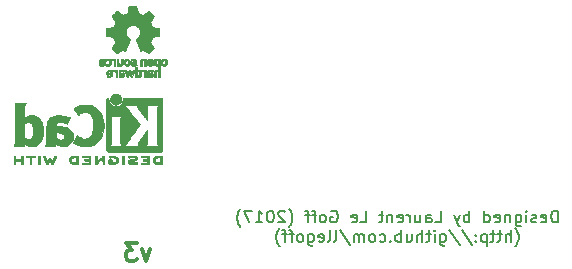
<source format=gbo>
G04 #@! TF.FileFunction,Legend,Bot*
%FSLAX46Y46*%
G04 Gerber Fmt 4.6, Leading zero omitted, Abs format (unit mm)*
G04 Created by KiCad (PCBNEW 4.0.7) date 10/05/17 15:08:02*
%MOMM*%
%LPD*%
G01*
G04 APERTURE LIST*
%ADD10C,0.100000*%
%ADD11C,0.300000*%
%ADD12C,0.150000*%
%ADD13C,0.010000*%
G04 APERTURE END LIST*
D10*
D11*
X137671428Y-129678571D02*
X137314285Y-130678571D01*
X136957143Y-129678571D01*
X136528571Y-129178571D02*
X135600000Y-129178571D01*
X136100000Y-129750000D01*
X135885714Y-129750000D01*
X135742857Y-129821429D01*
X135671428Y-129892857D01*
X135600000Y-130035714D01*
X135600000Y-130392857D01*
X135671428Y-130535714D01*
X135742857Y-130607143D01*
X135885714Y-130678571D01*
X136314286Y-130678571D01*
X136457143Y-130607143D01*
X136528571Y-130535714D01*
D12*
X172171431Y-127427381D02*
X172171431Y-126427381D01*
X171933336Y-126427381D01*
X171790478Y-126475000D01*
X171695240Y-126570238D01*
X171647621Y-126665476D01*
X171600002Y-126855952D01*
X171600002Y-126998810D01*
X171647621Y-127189286D01*
X171695240Y-127284524D01*
X171790478Y-127379762D01*
X171933336Y-127427381D01*
X172171431Y-127427381D01*
X170790478Y-127379762D02*
X170885716Y-127427381D01*
X171076193Y-127427381D01*
X171171431Y-127379762D01*
X171219050Y-127284524D01*
X171219050Y-126903571D01*
X171171431Y-126808333D01*
X171076193Y-126760714D01*
X170885716Y-126760714D01*
X170790478Y-126808333D01*
X170742859Y-126903571D01*
X170742859Y-126998810D01*
X171219050Y-127094048D01*
X170361907Y-127379762D02*
X170266669Y-127427381D01*
X170076193Y-127427381D01*
X169980954Y-127379762D01*
X169933335Y-127284524D01*
X169933335Y-127236905D01*
X169980954Y-127141667D01*
X170076193Y-127094048D01*
X170219050Y-127094048D01*
X170314288Y-127046429D01*
X170361907Y-126951190D01*
X170361907Y-126903571D01*
X170314288Y-126808333D01*
X170219050Y-126760714D01*
X170076193Y-126760714D01*
X169980954Y-126808333D01*
X169504764Y-127427381D02*
X169504764Y-126760714D01*
X169504764Y-126427381D02*
X169552383Y-126475000D01*
X169504764Y-126522619D01*
X169457145Y-126475000D01*
X169504764Y-126427381D01*
X169504764Y-126522619D01*
X168600002Y-126760714D02*
X168600002Y-127570238D01*
X168647621Y-127665476D01*
X168695240Y-127713095D01*
X168790479Y-127760714D01*
X168933336Y-127760714D01*
X169028574Y-127713095D01*
X168600002Y-127379762D02*
X168695240Y-127427381D01*
X168885717Y-127427381D01*
X168980955Y-127379762D01*
X169028574Y-127332143D01*
X169076193Y-127236905D01*
X169076193Y-126951190D01*
X169028574Y-126855952D01*
X168980955Y-126808333D01*
X168885717Y-126760714D01*
X168695240Y-126760714D01*
X168600002Y-126808333D01*
X168123812Y-126760714D02*
X168123812Y-127427381D01*
X168123812Y-126855952D02*
X168076193Y-126808333D01*
X167980955Y-126760714D01*
X167838097Y-126760714D01*
X167742859Y-126808333D01*
X167695240Y-126903571D01*
X167695240Y-127427381D01*
X166838097Y-127379762D02*
X166933335Y-127427381D01*
X167123812Y-127427381D01*
X167219050Y-127379762D01*
X167266669Y-127284524D01*
X167266669Y-126903571D01*
X167219050Y-126808333D01*
X167123812Y-126760714D01*
X166933335Y-126760714D01*
X166838097Y-126808333D01*
X166790478Y-126903571D01*
X166790478Y-126998810D01*
X167266669Y-127094048D01*
X165933335Y-127427381D02*
X165933335Y-126427381D01*
X165933335Y-127379762D02*
X166028573Y-127427381D01*
X166219050Y-127427381D01*
X166314288Y-127379762D01*
X166361907Y-127332143D01*
X166409526Y-127236905D01*
X166409526Y-126951190D01*
X166361907Y-126855952D01*
X166314288Y-126808333D01*
X166219050Y-126760714D01*
X166028573Y-126760714D01*
X165933335Y-126808333D01*
X164695240Y-127427381D02*
X164695240Y-126427381D01*
X164695240Y-126808333D02*
X164600002Y-126760714D01*
X164409525Y-126760714D01*
X164314287Y-126808333D01*
X164266668Y-126855952D01*
X164219049Y-126951190D01*
X164219049Y-127236905D01*
X164266668Y-127332143D01*
X164314287Y-127379762D01*
X164409525Y-127427381D01*
X164600002Y-127427381D01*
X164695240Y-127379762D01*
X163885716Y-126760714D02*
X163647621Y-127427381D01*
X163409525Y-126760714D02*
X163647621Y-127427381D01*
X163742859Y-127665476D01*
X163790478Y-127713095D01*
X163885716Y-127760714D01*
X161790477Y-127427381D02*
X162266668Y-127427381D01*
X162266668Y-126427381D01*
X161028572Y-127427381D02*
X161028572Y-126903571D01*
X161076191Y-126808333D01*
X161171429Y-126760714D01*
X161361906Y-126760714D01*
X161457144Y-126808333D01*
X161028572Y-127379762D02*
X161123810Y-127427381D01*
X161361906Y-127427381D01*
X161457144Y-127379762D01*
X161504763Y-127284524D01*
X161504763Y-127189286D01*
X161457144Y-127094048D01*
X161361906Y-127046429D01*
X161123810Y-127046429D01*
X161028572Y-126998810D01*
X160123810Y-126760714D02*
X160123810Y-127427381D01*
X160552382Y-126760714D02*
X160552382Y-127284524D01*
X160504763Y-127379762D01*
X160409525Y-127427381D01*
X160266667Y-127427381D01*
X160171429Y-127379762D01*
X160123810Y-127332143D01*
X159647620Y-127427381D02*
X159647620Y-126760714D01*
X159647620Y-126951190D02*
X159600001Y-126855952D01*
X159552382Y-126808333D01*
X159457144Y-126760714D01*
X159361905Y-126760714D01*
X158647619Y-127379762D02*
X158742857Y-127427381D01*
X158933334Y-127427381D01*
X159028572Y-127379762D01*
X159076191Y-127284524D01*
X159076191Y-126903571D01*
X159028572Y-126808333D01*
X158933334Y-126760714D01*
X158742857Y-126760714D01*
X158647619Y-126808333D01*
X158600000Y-126903571D01*
X158600000Y-126998810D01*
X159076191Y-127094048D01*
X158171429Y-126760714D02*
X158171429Y-127427381D01*
X158171429Y-126855952D02*
X158123810Y-126808333D01*
X158028572Y-126760714D01*
X157885714Y-126760714D01*
X157790476Y-126808333D01*
X157742857Y-126903571D01*
X157742857Y-127427381D01*
X157409524Y-126760714D02*
X157028572Y-126760714D01*
X157266667Y-126427381D02*
X157266667Y-127284524D01*
X157219048Y-127379762D01*
X157123810Y-127427381D01*
X157028572Y-127427381D01*
X155457142Y-127427381D02*
X155933333Y-127427381D01*
X155933333Y-126427381D01*
X154742856Y-127379762D02*
X154838094Y-127427381D01*
X155028571Y-127427381D01*
X155123809Y-127379762D01*
X155171428Y-127284524D01*
X155171428Y-126903571D01*
X155123809Y-126808333D01*
X155028571Y-126760714D01*
X154838094Y-126760714D01*
X154742856Y-126808333D01*
X154695237Y-126903571D01*
X154695237Y-126998810D01*
X155171428Y-127094048D01*
X152980951Y-126475000D02*
X153076189Y-126427381D01*
X153219046Y-126427381D01*
X153361904Y-126475000D01*
X153457142Y-126570238D01*
X153504761Y-126665476D01*
X153552380Y-126855952D01*
X153552380Y-126998810D01*
X153504761Y-127189286D01*
X153457142Y-127284524D01*
X153361904Y-127379762D01*
X153219046Y-127427381D01*
X153123808Y-127427381D01*
X152980951Y-127379762D01*
X152933332Y-127332143D01*
X152933332Y-126998810D01*
X153123808Y-126998810D01*
X152361904Y-127427381D02*
X152457142Y-127379762D01*
X152504761Y-127332143D01*
X152552380Y-127236905D01*
X152552380Y-126951190D01*
X152504761Y-126855952D01*
X152457142Y-126808333D01*
X152361904Y-126760714D01*
X152219046Y-126760714D01*
X152123808Y-126808333D01*
X152076189Y-126855952D01*
X152028570Y-126951190D01*
X152028570Y-127236905D01*
X152076189Y-127332143D01*
X152123808Y-127379762D01*
X152219046Y-127427381D01*
X152361904Y-127427381D01*
X151742856Y-126760714D02*
X151361904Y-126760714D01*
X151599999Y-127427381D02*
X151599999Y-126570238D01*
X151552380Y-126475000D01*
X151457142Y-126427381D01*
X151361904Y-126427381D01*
X151171427Y-126760714D02*
X150790475Y-126760714D01*
X151028570Y-127427381D02*
X151028570Y-126570238D01*
X150980951Y-126475000D01*
X150885713Y-126427381D01*
X150790475Y-126427381D01*
X149409521Y-127808333D02*
X149457141Y-127760714D01*
X149552379Y-127617857D01*
X149599998Y-127522619D01*
X149647617Y-127379762D01*
X149695236Y-127141667D01*
X149695236Y-126951190D01*
X149647617Y-126713095D01*
X149599998Y-126570238D01*
X149552379Y-126475000D01*
X149457141Y-126332143D01*
X149409521Y-126284524D01*
X149076188Y-126522619D02*
X149028569Y-126475000D01*
X148933331Y-126427381D01*
X148695235Y-126427381D01*
X148599997Y-126475000D01*
X148552378Y-126522619D01*
X148504759Y-126617857D01*
X148504759Y-126713095D01*
X148552378Y-126855952D01*
X149123807Y-127427381D01*
X148504759Y-127427381D01*
X147885712Y-126427381D02*
X147790473Y-126427381D01*
X147695235Y-126475000D01*
X147647616Y-126522619D01*
X147599997Y-126617857D01*
X147552378Y-126808333D01*
X147552378Y-127046429D01*
X147599997Y-127236905D01*
X147647616Y-127332143D01*
X147695235Y-127379762D01*
X147790473Y-127427381D01*
X147885712Y-127427381D01*
X147980950Y-127379762D01*
X148028569Y-127332143D01*
X148076188Y-127236905D01*
X148123807Y-127046429D01*
X148123807Y-126808333D01*
X148076188Y-126617857D01*
X148028569Y-126522619D01*
X147980950Y-126475000D01*
X147885712Y-126427381D01*
X146599997Y-127427381D02*
X147171426Y-127427381D01*
X146885712Y-127427381D02*
X146885712Y-126427381D01*
X146980950Y-126570238D01*
X147076188Y-126665476D01*
X147171426Y-126713095D01*
X146266664Y-126427381D02*
X145599997Y-126427381D01*
X146028569Y-127427381D01*
X145314283Y-127808333D02*
X145266664Y-127760714D01*
X145171426Y-127617857D01*
X145123807Y-127522619D01*
X145076188Y-127379762D01*
X145028569Y-127141667D01*
X145028569Y-126951190D01*
X145076188Y-126713095D01*
X145123807Y-126570238D01*
X145171426Y-126475000D01*
X145266664Y-126332143D01*
X145314283Y-126284524D01*
X168576191Y-129458333D02*
X168623811Y-129410714D01*
X168719049Y-129267857D01*
X168766668Y-129172619D01*
X168814287Y-129029762D01*
X168861906Y-128791667D01*
X168861906Y-128601190D01*
X168814287Y-128363095D01*
X168766668Y-128220238D01*
X168719049Y-128125000D01*
X168623811Y-127982143D01*
X168576191Y-127934524D01*
X168195239Y-129077381D02*
X168195239Y-128077381D01*
X167766667Y-129077381D02*
X167766667Y-128553571D01*
X167814286Y-128458333D01*
X167909524Y-128410714D01*
X168052382Y-128410714D01*
X168147620Y-128458333D01*
X168195239Y-128505952D01*
X167433334Y-128410714D02*
X167052382Y-128410714D01*
X167290477Y-128077381D02*
X167290477Y-128934524D01*
X167242858Y-129029762D01*
X167147620Y-129077381D01*
X167052382Y-129077381D01*
X166861905Y-128410714D02*
X166480953Y-128410714D01*
X166719048Y-128077381D02*
X166719048Y-128934524D01*
X166671429Y-129029762D01*
X166576191Y-129077381D01*
X166480953Y-129077381D01*
X166147619Y-128410714D02*
X166147619Y-129410714D01*
X166147619Y-128458333D02*
X166052381Y-128410714D01*
X165861904Y-128410714D01*
X165766666Y-128458333D01*
X165719047Y-128505952D01*
X165671428Y-128601190D01*
X165671428Y-128886905D01*
X165719047Y-128982143D01*
X165766666Y-129029762D01*
X165861904Y-129077381D01*
X166052381Y-129077381D01*
X166147619Y-129029762D01*
X165242857Y-128982143D02*
X165195238Y-129029762D01*
X165242857Y-129077381D01*
X165290476Y-129029762D01*
X165242857Y-128982143D01*
X165242857Y-129077381D01*
X165242857Y-128458333D02*
X165195238Y-128505952D01*
X165242857Y-128553571D01*
X165290476Y-128505952D01*
X165242857Y-128458333D01*
X165242857Y-128553571D01*
X164052381Y-128029762D02*
X164909524Y-129315476D01*
X163004762Y-128029762D02*
X163861905Y-129315476D01*
X162242857Y-128410714D02*
X162242857Y-129220238D01*
X162290476Y-129315476D01*
X162338095Y-129363095D01*
X162433334Y-129410714D01*
X162576191Y-129410714D01*
X162671429Y-129363095D01*
X162242857Y-129029762D02*
X162338095Y-129077381D01*
X162528572Y-129077381D01*
X162623810Y-129029762D01*
X162671429Y-128982143D01*
X162719048Y-128886905D01*
X162719048Y-128601190D01*
X162671429Y-128505952D01*
X162623810Y-128458333D01*
X162528572Y-128410714D01*
X162338095Y-128410714D01*
X162242857Y-128458333D01*
X161766667Y-129077381D02*
X161766667Y-128410714D01*
X161766667Y-128077381D02*
X161814286Y-128125000D01*
X161766667Y-128172619D01*
X161719048Y-128125000D01*
X161766667Y-128077381D01*
X161766667Y-128172619D01*
X161433334Y-128410714D02*
X161052382Y-128410714D01*
X161290477Y-128077381D02*
X161290477Y-128934524D01*
X161242858Y-129029762D01*
X161147620Y-129077381D01*
X161052382Y-129077381D01*
X160719048Y-129077381D02*
X160719048Y-128077381D01*
X160290476Y-129077381D02*
X160290476Y-128553571D01*
X160338095Y-128458333D01*
X160433333Y-128410714D01*
X160576191Y-128410714D01*
X160671429Y-128458333D01*
X160719048Y-128505952D01*
X159385714Y-128410714D02*
X159385714Y-129077381D01*
X159814286Y-128410714D02*
X159814286Y-128934524D01*
X159766667Y-129029762D01*
X159671429Y-129077381D01*
X159528571Y-129077381D01*
X159433333Y-129029762D01*
X159385714Y-128982143D01*
X158909524Y-129077381D02*
X158909524Y-128077381D01*
X158909524Y-128458333D02*
X158814286Y-128410714D01*
X158623809Y-128410714D01*
X158528571Y-128458333D01*
X158480952Y-128505952D01*
X158433333Y-128601190D01*
X158433333Y-128886905D01*
X158480952Y-128982143D01*
X158528571Y-129029762D01*
X158623809Y-129077381D01*
X158814286Y-129077381D01*
X158909524Y-129029762D01*
X158004762Y-128982143D02*
X157957143Y-129029762D01*
X158004762Y-129077381D01*
X158052381Y-129029762D01*
X158004762Y-128982143D01*
X158004762Y-129077381D01*
X157100000Y-129029762D02*
X157195238Y-129077381D01*
X157385715Y-129077381D01*
X157480953Y-129029762D01*
X157528572Y-128982143D01*
X157576191Y-128886905D01*
X157576191Y-128601190D01*
X157528572Y-128505952D01*
X157480953Y-128458333D01*
X157385715Y-128410714D01*
X157195238Y-128410714D01*
X157100000Y-128458333D01*
X156528572Y-129077381D02*
X156623810Y-129029762D01*
X156671429Y-128982143D01*
X156719048Y-128886905D01*
X156719048Y-128601190D01*
X156671429Y-128505952D01*
X156623810Y-128458333D01*
X156528572Y-128410714D01*
X156385714Y-128410714D01*
X156290476Y-128458333D01*
X156242857Y-128505952D01*
X156195238Y-128601190D01*
X156195238Y-128886905D01*
X156242857Y-128982143D01*
X156290476Y-129029762D01*
X156385714Y-129077381D01*
X156528572Y-129077381D01*
X155766667Y-129077381D02*
X155766667Y-128410714D01*
X155766667Y-128505952D02*
X155719048Y-128458333D01*
X155623810Y-128410714D01*
X155480952Y-128410714D01*
X155385714Y-128458333D01*
X155338095Y-128553571D01*
X155338095Y-129077381D01*
X155338095Y-128553571D02*
X155290476Y-128458333D01*
X155195238Y-128410714D01*
X155052381Y-128410714D01*
X154957143Y-128458333D01*
X154909524Y-128553571D01*
X154909524Y-129077381D01*
X153719048Y-128029762D02*
X154576191Y-129315476D01*
X153242858Y-129077381D02*
X153338096Y-129029762D01*
X153385715Y-128934524D01*
X153385715Y-128077381D01*
X152719048Y-129077381D02*
X152814286Y-129029762D01*
X152861905Y-128934524D01*
X152861905Y-128077381D01*
X151957142Y-129029762D02*
X152052380Y-129077381D01*
X152242857Y-129077381D01*
X152338095Y-129029762D01*
X152385714Y-128934524D01*
X152385714Y-128553571D01*
X152338095Y-128458333D01*
X152242857Y-128410714D01*
X152052380Y-128410714D01*
X151957142Y-128458333D01*
X151909523Y-128553571D01*
X151909523Y-128648810D01*
X152385714Y-128744048D01*
X151052380Y-128410714D02*
X151052380Y-129220238D01*
X151099999Y-129315476D01*
X151147618Y-129363095D01*
X151242857Y-129410714D01*
X151385714Y-129410714D01*
X151480952Y-129363095D01*
X151052380Y-129029762D02*
X151147618Y-129077381D01*
X151338095Y-129077381D01*
X151433333Y-129029762D01*
X151480952Y-128982143D01*
X151528571Y-128886905D01*
X151528571Y-128601190D01*
X151480952Y-128505952D01*
X151433333Y-128458333D01*
X151338095Y-128410714D01*
X151147618Y-128410714D01*
X151052380Y-128458333D01*
X150433333Y-129077381D02*
X150528571Y-129029762D01*
X150576190Y-128982143D01*
X150623809Y-128886905D01*
X150623809Y-128601190D01*
X150576190Y-128505952D01*
X150528571Y-128458333D01*
X150433333Y-128410714D01*
X150290475Y-128410714D01*
X150195237Y-128458333D01*
X150147618Y-128505952D01*
X150099999Y-128601190D01*
X150099999Y-128886905D01*
X150147618Y-128982143D01*
X150195237Y-129029762D01*
X150290475Y-129077381D01*
X150433333Y-129077381D01*
X149814285Y-128410714D02*
X149433333Y-128410714D01*
X149671428Y-129077381D02*
X149671428Y-128220238D01*
X149623809Y-128125000D01*
X149528571Y-128077381D01*
X149433333Y-128077381D01*
X149242856Y-128410714D02*
X148861904Y-128410714D01*
X149099999Y-129077381D02*
X149099999Y-128220238D01*
X149052380Y-128125000D01*
X148957142Y-128077381D01*
X148861904Y-128077381D01*
X148623808Y-129458333D02*
X148576189Y-129410714D01*
X148480951Y-129267857D01*
X148433332Y-129172619D01*
X148385713Y-129029762D01*
X148338094Y-128791667D01*
X148338094Y-128601190D01*
X148385713Y-128363095D01*
X148433332Y-128220238D01*
X148480951Y-128125000D01*
X148576189Y-127982143D01*
X148623808Y-127934524D01*
D13*
G36*
X138521371Y-121769066D02*
X138481889Y-121769467D01*
X138366200Y-121772259D01*
X138269311Y-121780550D01*
X138187919Y-121795232D01*
X138118723Y-121817193D01*
X138058420Y-121847322D01*
X138003708Y-121886510D01*
X137984167Y-121903532D01*
X137951750Y-121943363D01*
X137922520Y-121997413D01*
X137899991Y-122057323D01*
X137887679Y-122114739D01*
X137886400Y-122135956D01*
X137894417Y-122194769D01*
X137915899Y-122259013D01*
X137946999Y-122319821D01*
X137983866Y-122368330D01*
X137989854Y-122374182D01*
X138040579Y-122415321D01*
X138096125Y-122447435D01*
X138159696Y-122471365D01*
X138234494Y-122487953D01*
X138323722Y-122498041D01*
X138430582Y-122502469D01*
X138479528Y-122502845D01*
X138541762Y-122502545D01*
X138585528Y-122501292D01*
X138614931Y-122498554D01*
X138634079Y-122493801D01*
X138647077Y-122486501D01*
X138654045Y-122480267D01*
X138660626Y-122472694D01*
X138665788Y-122462924D01*
X138669703Y-122448340D01*
X138672543Y-122426326D01*
X138674480Y-122394264D01*
X138675684Y-122349536D01*
X138676328Y-122289526D01*
X138676583Y-122211617D01*
X138676622Y-122135956D01*
X138676870Y-122035041D01*
X138676817Y-121954427D01*
X138675857Y-121915822D01*
X138529867Y-121915822D01*
X138529867Y-122356089D01*
X138436734Y-122356004D01*
X138380693Y-122354396D01*
X138321999Y-122350256D01*
X138273028Y-122344464D01*
X138271538Y-122344226D01*
X138192392Y-122325090D01*
X138131002Y-122295287D01*
X138084305Y-122252878D01*
X138054635Y-122206961D01*
X138036353Y-122156026D01*
X138037771Y-122108200D01*
X138058988Y-122056933D01*
X138100489Y-122003899D01*
X138157998Y-121964600D01*
X138232750Y-121938331D01*
X138282708Y-121929035D01*
X138339416Y-121922507D01*
X138399519Y-121917782D01*
X138450639Y-121915817D01*
X138453667Y-121915808D01*
X138529867Y-121915822D01*
X138675857Y-121915822D01*
X138675260Y-121891851D01*
X138670998Y-121845055D01*
X138662830Y-121811778D01*
X138649556Y-121789759D01*
X138629974Y-121776739D01*
X138602883Y-121770457D01*
X138567082Y-121768653D01*
X138521371Y-121769066D01*
X138521371Y-121769066D01*
G37*
X138521371Y-121769066D02*
X138481889Y-121769467D01*
X138366200Y-121772259D01*
X138269311Y-121780550D01*
X138187919Y-121795232D01*
X138118723Y-121817193D01*
X138058420Y-121847322D01*
X138003708Y-121886510D01*
X137984167Y-121903532D01*
X137951750Y-121943363D01*
X137922520Y-121997413D01*
X137899991Y-122057323D01*
X137887679Y-122114739D01*
X137886400Y-122135956D01*
X137894417Y-122194769D01*
X137915899Y-122259013D01*
X137946999Y-122319821D01*
X137983866Y-122368330D01*
X137989854Y-122374182D01*
X138040579Y-122415321D01*
X138096125Y-122447435D01*
X138159696Y-122471365D01*
X138234494Y-122487953D01*
X138323722Y-122498041D01*
X138430582Y-122502469D01*
X138479528Y-122502845D01*
X138541762Y-122502545D01*
X138585528Y-122501292D01*
X138614931Y-122498554D01*
X138634079Y-122493801D01*
X138647077Y-122486501D01*
X138654045Y-122480267D01*
X138660626Y-122472694D01*
X138665788Y-122462924D01*
X138669703Y-122448340D01*
X138672543Y-122426326D01*
X138674480Y-122394264D01*
X138675684Y-122349536D01*
X138676328Y-122289526D01*
X138676583Y-122211617D01*
X138676622Y-122135956D01*
X138676870Y-122035041D01*
X138676817Y-121954427D01*
X138675857Y-121915822D01*
X138529867Y-121915822D01*
X138529867Y-122356089D01*
X138436734Y-122356004D01*
X138380693Y-122354396D01*
X138321999Y-122350256D01*
X138273028Y-122344464D01*
X138271538Y-122344226D01*
X138192392Y-122325090D01*
X138131002Y-122295287D01*
X138084305Y-122252878D01*
X138054635Y-122206961D01*
X138036353Y-122156026D01*
X138037771Y-122108200D01*
X138058988Y-122056933D01*
X138100489Y-122003899D01*
X138157998Y-121964600D01*
X138232750Y-121938331D01*
X138282708Y-121929035D01*
X138339416Y-121922507D01*
X138399519Y-121917782D01*
X138450639Y-121915817D01*
X138453667Y-121915808D01*
X138529867Y-121915822D01*
X138675857Y-121915822D01*
X138675260Y-121891851D01*
X138670998Y-121845055D01*
X138662830Y-121811778D01*
X138649556Y-121789759D01*
X138629974Y-121776739D01*
X138602883Y-121770457D01*
X138567082Y-121768653D01*
X138521371Y-121769066D01*
G36*
X137112794Y-121769146D02*
X137043386Y-121769518D01*
X136990997Y-121770385D01*
X136952847Y-121771946D01*
X136926159Y-121774403D01*
X136908153Y-121777957D01*
X136896049Y-121782810D01*
X136887069Y-121789161D01*
X136883818Y-121792084D01*
X136864043Y-121823142D01*
X136860482Y-121858828D01*
X136873491Y-121890510D01*
X136879506Y-121896913D01*
X136889235Y-121903121D01*
X136904901Y-121907910D01*
X136929408Y-121911514D01*
X136965661Y-121914164D01*
X137016565Y-121916095D01*
X137085026Y-121917539D01*
X137147617Y-121918418D01*
X137395334Y-121921467D01*
X137398719Y-121986378D01*
X137402105Y-122051289D01*
X137233958Y-122051289D01*
X137160959Y-122051919D01*
X137107517Y-122054553D01*
X137070628Y-122060309D01*
X137047288Y-122070304D01*
X137034494Y-122085656D01*
X137029242Y-122107482D01*
X137028445Y-122127738D01*
X137030923Y-122152592D01*
X137040277Y-122170906D01*
X137059383Y-122183637D01*
X137091118Y-122191741D01*
X137138359Y-122196176D01*
X137203983Y-122197899D01*
X137239801Y-122198045D01*
X137400978Y-122198045D01*
X137400978Y-122356089D01*
X137152622Y-122356089D01*
X137071213Y-122356202D01*
X137009342Y-122356712D01*
X136963968Y-122357870D01*
X136932054Y-122359930D01*
X136910559Y-122363146D01*
X136896443Y-122367772D01*
X136886668Y-122374059D01*
X136881689Y-122378667D01*
X136864610Y-122405560D01*
X136859111Y-122429467D01*
X136866963Y-122458667D01*
X136881689Y-122480267D01*
X136889546Y-122487066D01*
X136899688Y-122492346D01*
X136914844Y-122496298D01*
X136937741Y-122499113D01*
X136971109Y-122500982D01*
X137017675Y-122502098D01*
X137080167Y-122502651D01*
X137161314Y-122502833D01*
X137203422Y-122502845D01*
X137293598Y-122502765D01*
X137363924Y-122502398D01*
X137417129Y-122501552D01*
X137455940Y-122500036D01*
X137483087Y-122497659D01*
X137501298Y-122494229D01*
X137513300Y-122489554D01*
X137521822Y-122483444D01*
X137525156Y-122480267D01*
X137531755Y-122472670D01*
X137536927Y-122462870D01*
X137540846Y-122448239D01*
X137543684Y-122426152D01*
X137545615Y-122393982D01*
X137546812Y-122349103D01*
X137547448Y-122288889D01*
X137547697Y-122210713D01*
X137547734Y-122137923D01*
X137547700Y-122044707D01*
X137547465Y-121971431D01*
X137546830Y-121915458D01*
X137545594Y-121874151D01*
X137543556Y-121844872D01*
X137540517Y-121824984D01*
X137536277Y-121811850D01*
X137530635Y-121802832D01*
X137523391Y-121795293D01*
X137521606Y-121793612D01*
X137512945Y-121786172D01*
X137502882Y-121780409D01*
X137488625Y-121776112D01*
X137467383Y-121773064D01*
X137436364Y-121771051D01*
X137392777Y-121769860D01*
X137333831Y-121769275D01*
X137256734Y-121769083D01*
X137202001Y-121769067D01*
X137112794Y-121769146D01*
X137112794Y-121769146D01*
G37*
X137112794Y-121769146D02*
X137043386Y-121769518D01*
X136990997Y-121770385D01*
X136952847Y-121771946D01*
X136926159Y-121774403D01*
X136908153Y-121777957D01*
X136896049Y-121782810D01*
X136887069Y-121789161D01*
X136883818Y-121792084D01*
X136864043Y-121823142D01*
X136860482Y-121858828D01*
X136873491Y-121890510D01*
X136879506Y-121896913D01*
X136889235Y-121903121D01*
X136904901Y-121907910D01*
X136929408Y-121911514D01*
X136965661Y-121914164D01*
X137016565Y-121916095D01*
X137085026Y-121917539D01*
X137147617Y-121918418D01*
X137395334Y-121921467D01*
X137398719Y-121986378D01*
X137402105Y-122051289D01*
X137233958Y-122051289D01*
X137160959Y-122051919D01*
X137107517Y-122054553D01*
X137070628Y-122060309D01*
X137047288Y-122070304D01*
X137034494Y-122085656D01*
X137029242Y-122107482D01*
X137028445Y-122127738D01*
X137030923Y-122152592D01*
X137040277Y-122170906D01*
X137059383Y-122183637D01*
X137091118Y-122191741D01*
X137138359Y-122196176D01*
X137203983Y-122197899D01*
X137239801Y-122198045D01*
X137400978Y-122198045D01*
X137400978Y-122356089D01*
X137152622Y-122356089D01*
X137071213Y-122356202D01*
X137009342Y-122356712D01*
X136963968Y-122357870D01*
X136932054Y-122359930D01*
X136910559Y-122363146D01*
X136896443Y-122367772D01*
X136886668Y-122374059D01*
X136881689Y-122378667D01*
X136864610Y-122405560D01*
X136859111Y-122429467D01*
X136866963Y-122458667D01*
X136881689Y-122480267D01*
X136889546Y-122487066D01*
X136899688Y-122492346D01*
X136914844Y-122496298D01*
X136937741Y-122499113D01*
X136971109Y-122500982D01*
X137017675Y-122502098D01*
X137080167Y-122502651D01*
X137161314Y-122502833D01*
X137203422Y-122502845D01*
X137293598Y-122502765D01*
X137363924Y-122502398D01*
X137417129Y-122501552D01*
X137455940Y-122500036D01*
X137483087Y-122497659D01*
X137501298Y-122494229D01*
X137513300Y-122489554D01*
X137521822Y-122483444D01*
X137525156Y-122480267D01*
X137531755Y-122472670D01*
X137536927Y-122462870D01*
X137540846Y-122448239D01*
X137543684Y-122426152D01*
X137545615Y-122393982D01*
X137546812Y-122349103D01*
X137547448Y-122288889D01*
X137547697Y-122210713D01*
X137547734Y-122137923D01*
X137547700Y-122044707D01*
X137547465Y-121971431D01*
X137546830Y-121915458D01*
X137545594Y-121874151D01*
X137543556Y-121844872D01*
X137540517Y-121824984D01*
X137536277Y-121811850D01*
X137530635Y-121802832D01*
X137523391Y-121795293D01*
X137521606Y-121793612D01*
X137512945Y-121786172D01*
X137502882Y-121780409D01*
X137488625Y-121776112D01*
X137467383Y-121773064D01*
X137436364Y-121771051D01*
X137392777Y-121769860D01*
X137333831Y-121769275D01*
X137256734Y-121769083D01*
X137202001Y-121769067D01*
X137112794Y-121769146D01*
G36*
X136091703Y-121770351D02*
X136016888Y-121775581D01*
X135947306Y-121783750D01*
X135887002Y-121794550D01*
X135840020Y-121807673D01*
X135810406Y-121822813D01*
X135805860Y-121827269D01*
X135790054Y-121861850D01*
X135794847Y-121897351D01*
X135819364Y-121927725D01*
X135820534Y-121928596D01*
X135834954Y-121937954D01*
X135850008Y-121942876D01*
X135871005Y-121943473D01*
X135903257Y-121939861D01*
X135952073Y-121932154D01*
X135956000Y-121931505D01*
X136028739Y-121922569D01*
X136107217Y-121918161D01*
X136185927Y-121918119D01*
X136259361Y-121922279D01*
X136322011Y-121930479D01*
X136368370Y-121942557D01*
X136371416Y-121943771D01*
X136405048Y-121962615D01*
X136416864Y-121981685D01*
X136407614Y-122000439D01*
X136378047Y-122018337D01*
X136328911Y-122034837D01*
X136260957Y-122049396D01*
X136215645Y-122056406D01*
X136121456Y-122069889D01*
X136046544Y-122082214D01*
X135987717Y-122094449D01*
X135941785Y-122107661D01*
X135905555Y-122122917D01*
X135875838Y-122141285D01*
X135849442Y-122163831D01*
X135828230Y-122185971D01*
X135803065Y-122216819D01*
X135790681Y-122243345D01*
X135786808Y-122276026D01*
X135786667Y-122287995D01*
X135789576Y-122327712D01*
X135801202Y-122357259D01*
X135821323Y-122383486D01*
X135862216Y-122423576D01*
X135907817Y-122454149D01*
X135961513Y-122476203D01*
X136026692Y-122490735D01*
X136106744Y-122498741D01*
X136205057Y-122501218D01*
X136221289Y-122501177D01*
X136286849Y-122499818D01*
X136351866Y-122496730D01*
X136409252Y-122492356D01*
X136451922Y-122487140D01*
X136455372Y-122486541D01*
X136497796Y-122476491D01*
X136533780Y-122463796D01*
X136554150Y-122452190D01*
X136573107Y-122421572D01*
X136574427Y-122385918D01*
X136558085Y-122354144D01*
X136554429Y-122350551D01*
X136539315Y-122339876D01*
X136520415Y-122335276D01*
X136491162Y-122336059D01*
X136455651Y-122340127D01*
X136415970Y-122343762D01*
X136360345Y-122346828D01*
X136295406Y-122349053D01*
X136227785Y-122350164D01*
X136210000Y-122350237D01*
X136142128Y-122349964D01*
X136092454Y-122348646D01*
X136056610Y-122345827D01*
X136030224Y-122341050D01*
X136008926Y-122333857D01*
X135996126Y-122327867D01*
X135968000Y-122311233D01*
X135950068Y-122296168D01*
X135947447Y-122291897D01*
X135952976Y-122274263D01*
X135979260Y-122257192D01*
X136024478Y-122241458D01*
X136086808Y-122227838D01*
X136105171Y-122224804D01*
X136201090Y-122209738D01*
X136277641Y-122197146D01*
X136337780Y-122186111D01*
X136384460Y-122175720D01*
X136420637Y-122165056D01*
X136449265Y-122153205D01*
X136473298Y-122139251D01*
X136495692Y-122122281D01*
X136519402Y-122101378D01*
X136527380Y-122094049D01*
X136555353Y-122066699D01*
X136570160Y-122045029D01*
X136575952Y-122020232D01*
X136576889Y-121988983D01*
X136566575Y-121927705D01*
X136535752Y-121875640D01*
X136484595Y-121832958D01*
X136413283Y-121799825D01*
X136362400Y-121784964D01*
X136307100Y-121775366D01*
X136240853Y-121769936D01*
X136167706Y-121768367D01*
X136091703Y-121770351D01*
X136091703Y-121770351D01*
G37*
X136091703Y-121770351D02*
X136016888Y-121775581D01*
X135947306Y-121783750D01*
X135887002Y-121794550D01*
X135840020Y-121807673D01*
X135810406Y-121822813D01*
X135805860Y-121827269D01*
X135790054Y-121861850D01*
X135794847Y-121897351D01*
X135819364Y-121927725D01*
X135820534Y-121928596D01*
X135834954Y-121937954D01*
X135850008Y-121942876D01*
X135871005Y-121943473D01*
X135903257Y-121939861D01*
X135952073Y-121932154D01*
X135956000Y-121931505D01*
X136028739Y-121922569D01*
X136107217Y-121918161D01*
X136185927Y-121918119D01*
X136259361Y-121922279D01*
X136322011Y-121930479D01*
X136368370Y-121942557D01*
X136371416Y-121943771D01*
X136405048Y-121962615D01*
X136416864Y-121981685D01*
X136407614Y-122000439D01*
X136378047Y-122018337D01*
X136328911Y-122034837D01*
X136260957Y-122049396D01*
X136215645Y-122056406D01*
X136121456Y-122069889D01*
X136046544Y-122082214D01*
X135987717Y-122094449D01*
X135941785Y-122107661D01*
X135905555Y-122122917D01*
X135875838Y-122141285D01*
X135849442Y-122163831D01*
X135828230Y-122185971D01*
X135803065Y-122216819D01*
X135790681Y-122243345D01*
X135786808Y-122276026D01*
X135786667Y-122287995D01*
X135789576Y-122327712D01*
X135801202Y-122357259D01*
X135821323Y-122383486D01*
X135862216Y-122423576D01*
X135907817Y-122454149D01*
X135961513Y-122476203D01*
X136026692Y-122490735D01*
X136106744Y-122498741D01*
X136205057Y-122501218D01*
X136221289Y-122501177D01*
X136286849Y-122499818D01*
X136351866Y-122496730D01*
X136409252Y-122492356D01*
X136451922Y-122487140D01*
X136455372Y-122486541D01*
X136497796Y-122476491D01*
X136533780Y-122463796D01*
X136554150Y-122452190D01*
X136573107Y-122421572D01*
X136574427Y-122385918D01*
X136558085Y-122354144D01*
X136554429Y-122350551D01*
X136539315Y-122339876D01*
X136520415Y-122335276D01*
X136491162Y-122336059D01*
X136455651Y-122340127D01*
X136415970Y-122343762D01*
X136360345Y-122346828D01*
X136295406Y-122349053D01*
X136227785Y-122350164D01*
X136210000Y-122350237D01*
X136142128Y-122349964D01*
X136092454Y-122348646D01*
X136056610Y-122345827D01*
X136030224Y-122341050D01*
X136008926Y-122333857D01*
X135996126Y-122327867D01*
X135968000Y-122311233D01*
X135950068Y-122296168D01*
X135947447Y-122291897D01*
X135952976Y-122274263D01*
X135979260Y-122257192D01*
X136024478Y-122241458D01*
X136086808Y-122227838D01*
X136105171Y-122224804D01*
X136201090Y-122209738D01*
X136277641Y-122197146D01*
X136337780Y-122186111D01*
X136384460Y-122175720D01*
X136420637Y-122165056D01*
X136449265Y-122153205D01*
X136473298Y-122139251D01*
X136495692Y-122122281D01*
X136519402Y-122101378D01*
X136527380Y-122094049D01*
X136555353Y-122066699D01*
X136570160Y-122045029D01*
X136575952Y-122020232D01*
X136576889Y-121988983D01*
X136566575Y-121927705D01*
X136535752Y-121875640D01*
X136484595Y-121832958D01*
X136413283Y-121799825D01*
X136362400Y-121784964D01*
X136307100Y-121775366D01*
X136240853Y-121769936D01*
X136167706Y-121768367D01*
X136091703Y-121770351D01*
G36*
X135323822Y-121791645D02*
X135317242Y-121799218D01*
X135312079Y-121808987D01*
X135308164Y-121823571D01*
X135305324Y-121845585D01*
X135303387Y-121877648D01*
X135302183Y-121922375D01*
X135301539Y-121982385D01*
X135301284Y-122060294D01*
X135301245Y-122135956D01*
X135301314Y-122229802D01*
X135301638Y-122303689D01*
X135302386Y-122360232D01*
X135303732Y-122402049D01*
X135305846Y-122431757D01*
X135308900Y-122451973D01*
X135313066Y-122465314D01*
X135318516Y-122474398D01*
X135323822Y-122480267D01*
X135356826Y-122499947D01*
X135391991Y-122498181D01*
X135423455Y-122476717D01*
X135430684Y-122468337D01*
X135436334Y-122458614D01*
X135440599Y-122444861D01*
X135443673Y-122424389D01*
X135445752Y-122394512D01*
X135447030Y-122352541D01*
X135447701Y-122295789D01*
X135447959Y-122221567D01*
X135448000Y-122137537D01*
X135448000Y-121824485D01*
X135420291Y-121796776D01*
X135386137Y-121773463D01*
X135353006Y-121772623D01*
X135323822Y-121791645D01*
X135323822Y-121791645D01*
G37*
X135323822Y-121791645D02*
X135317242Y-121799218D01*
X135312079Y-121808987D01*
X135308164Y-121823571D01*
X135305324Y-121845585D01*
X135303387Y-121877648D01*
X135302183Y-121922375D01*
X135301539Y-121982385D01*
X135301284Y-122060294D01*
X135301245Y-122135956D01*
X135301314Y-122229802D01*
X135301638Y-122303689D01*
X135302386Y-122360232D01*
X135303732Y-122402049D01*
X135305846Y-122431757D01*
X135308900Y-122451973D01*
X135313066Y-122465314D01*
X135318516Y-122474398D01*
X135323822Y-122480267D01*
X135356826Y-122499947D01*
X135391991Y-122498181D01*
X135423455Y-122476717D01*
X135430684Y-122468337D01*
X135436334Y-122458614D01*
X135440599Y-122444861D01*
X135443673Y-122424389D01*
X135445752Y-122394512D01*
X135447030Y-122352541D01*
X135447701Y-122295789D01*
X135447959Y-122221567D01*
X135448000Y-122137537D01*
X135448000Y-121824485D01*
X135420291Y-121796776D01*
X135386137Y-121773463D01*
X135353006Y-121772623D01*
X135323822Y-121791645D01*
G36*
X134350081Y-121774599D02*
X134281565Y-121786095D01*
X134228943Y-121803967D01*
X134194708Y-121827499D01*
X134185379Y-121840924D01*
X134175893Y-121872148D01*
X134182277Y-121900395D01*
X134202430Y-121927182D01*
X134233745Y-121939713D01*
X134279183Y-121938696D01*
X134314326Y-121931906D01*
X134392419Y-121918971D01*
X134472226Y-121917742D01*
X134561555Y-121928241D01*
X134586229Y-121932690D01*
X134669291Y-121956108D01*
X134734273Y-121990945D01*
X134780461Y-122036604D01*
X134807145Y-122092494D01*
X134812663Y-122121388D01*
X134809051Y-122180012D01*
X134785729Y-122231879D01*
X134744824Y-122275978D01*
X134688459Y-122311299D01*
X134618760Y-122336829D01*
X134537852Y-122351559D01*
X134447860Y-122354478D01*
X134350910Y-122344575D01*
X134345436Y-122343641D01*
X134306875Y-122336459D01*
X134285494Y-122329521D01*
X134276227Y-122319227D01*
X134274006Y-122301976D01*
X134273956Y-122292841D01*
X134273956Y-122254489D01*
X134342431Y-122254489D01*
X134402900Y-122250347D01*
X134444165Y-122237147D01*
X134468175Y-122213730D01*
X134476877Y-122178936D01*
X134476983Y-122174394D01*
X134471892Y-122144654D01*
X134454433Y-122123419D01*
X134421939Y-122109366D01*
X134371743Y-122101173D01*
X134323123Y-122098161D01*
X134252456Y-122096433D01*
X134201198Y-122099070D01*
X134166239Y-122108800D01*
X134144470Y-122128353D01*
X134132780Y-122160456D01*
X134128060Y-122207838D01*
X134127200Y-122270071D01*
X134128609Y-122339535D01*
X134132848Y-122386786D01*
X134139936Y-122412012D01*
X134141311Y-122413988D01*
X134180228Y-122445508D01*
X134237286Y-122470470D01*
X134308869Y-122488340D01*
X134391358Y-122498586D01*
X134481139Y-122500673D01*
X134574592Y-122494068D01*
X134629556Y-122485956D01*
X134715766Y-122461554D01*
X134795892Y-122421662D01*
X134862977Y-122369887D01*
X134873173Y-122359539D01*
X134906302Y-122316035D01*
X134936194Y-122262118D01*
X134959357Y-122205592D01*
X134972298Y-122154259D01*
X134973858Y-122134544D01*
X134967218Y-122093419D01*
X134949568Y-122042252D01*
X134924297Y-121988394D01*
X134894789Y-121939195D01*
X134868719Y-121906334D01*
X134807765Y-121857452D01*
X134728969Y-121818545D01*
X134635157Y-121790494D01*
X134529150Y-121774179D01*
X134432000Y-121770192D01*
X134350081Y-121774599D01*
X134350081Y-121774599D01*
G37*
X134350081Y-121774599D02*
X134281565Y-121786095D01*
X134228943Y-121803967D01*
X134194708Y-121827499D01*
X134185379Y-121840924D01*
X134175893Y-121872148D01*
X134182277Y-121900395D01*
X134202430Y-121927182D01*
X134233745Y-121939713D01*
X134279183Y-121938696D01*
X134314326Y-121931906D01*
X134392419Y-121918971D01*
X134472226Y-121917742D01*
X134561555Y-121928241D01*
X134586229Y-121932690D01*
X134669291Y-121956108D01*
X134734273Y-121990945D01*
X134780461Y-122036604D01*
X134807145Y-122092494D01*
X134812663Y-122121388D01*
X134809051Y-122180012D01*
X134785729Y-122231879D01*
X134744824Y-122275978D01*
X134688459Y-122311299D01*
X134618760Y-122336829D01*
X134537852Y-122351559D01*
X134447860Y-122354478D01*
X134350910Y-122344575D01*
X134345436Y-122343641D01*
X134306875Y-122336459D01*
X134285494Y-122329521D01*
X134276227Y-122319227D01*
X134274006Y-122301976D01*
X134273956Y-122292841D01*
X134273956Y-122254489D01*
X134342431Y-122254489D01*
X134402900Y-122250347D01*
X134444165Y-122237147D01*
X134468175Y-122213730D01*
X134476877Y-122178936D01*
X134476983Y-122174394D01*
X134471892Y-122144654D01*
X134454433Y-122123419D01*
X134421939Y-122109366D01*
X134371743Y-122101173D01*
X134323123Y-122098161D01*
X134252456Y-122096433D01*
X134201198Y-122099070D01*
X134166239Y-122108800D01*
X134144470Y-122128353D01*
X134132780Y-122160456D01*
X134128060Y-122207838D01*
X134127200Y-122270071D01*
X134128609Y-122339535D01*
X134132848Y-122386786D01*
X134139936Y-122412012D01*
X134141311Y-122413988D01*
X134180228Y-122445508D01*
X134237286Y-122470470D01*
X134308869Y-122488340D01*
X134391358Y-122498586D01*
X134481139Y-122500673D01*
X134574592Y-122494068D01*
X134629556Y-122485956D01*
X134715766Y-122461554D01*
X134795892Y-122421662D01*
X134862977Y-122369887D01*
X134873173Y-122359539D01*
X134906302Y-122316035D01*
X134936194Y-122262118D01*
X134959357Y-122205592D01*
X134972298Y-122154259D01*
X134973858Y-122134544D01*
X134967218Y-122093419D01*
X134949568Y-122042252D01*
X134924297Y-121988394D01*
X134894789Y-121939195D01*
X134868719Y-121906334D01*
X134807765Y-121857452D01*
X134728969Y-121818545D01*
X134635157Y-121790494D01*
X134529150Y-121774179D01*
X134432000Y-121770192D01*
X134350081Y-121774599D01*
G36*
X133700114Y-121773448D02*
X133676548Y-121787273D01*
X133645735Y-121809881D01*
X133606078Y-121842338D01*
X133555980Y-121885708D01*
X133493843Y-121941058D01*
X133418072Y-122009451D01*
X133331334Y-122088084D01*
X133150711Y-122251878D01*
X133145067Y-122032029D01*
X133143029Y-121956351D01*
X133141063Y-121899994D01*
X133138734Y-121859706D01*
X133135606Y-121832235D01*
X133131245Y-121814329D01*
X133125216Y-121802737D01*
X133117084Y-121794208D01*
X133112772Y-121790623D01*
X133078241Y-121771670D01*
X133045383Y-121774441D01*
X133019318Y-121790633D01*
X132992667Y-121812199D01*
X132989352Y-122127151D01*
X132988435Y-122219779D01*
X132987968Y-122292544D01*
X132988113Y-122348161D01*
X132989032Y-122389342D01*
X132990887Y-122418803D01*
X132993839Y-122439255D01*
X132998050Y-122453413D01*
X133003682Y-122463991D01*
X133009927Y-122472474D01*
X133023439Y-122488207D01*
X133036883Y-122498636D01*
X133052124Y-122502639D01*
X133071026Y-122499094D01*
X133095455Y-122486879D01*
X133127273Y-122464871D01*
X133168348Y-122431949D01*
X133220542Y-122386991D01*
X133285722Y-122328875D01*
X133359556Y-122262099D01*
X133624845Y-122021458D01*
X133630489Y-122240589D01*
X133632531Y-122316128D01*
X133634502Y-122372354D01*
X133636839Y-122412524D01*
X133639981Y-122439896D01*
X133644364Y-122457728D01*
X133650424Y-122469279D01*
X133658600Y-122477807D01*
X133662784Y-122481282D01*
X133699765Y-122500372D01*
X133734708Y-122497493D01*
X133765136Y-122473100D01*
X133772097Y-122463286D01*
X133777523Y-122451826D01*
X133781603Y-122435968D01*
X133784529Y-122412963D01*
X133786492Y-122380062D01*
X133787683Y-122334516D01*
X133788292Y-122273573D01*
X133788511Y-122194486D01*
X133788534Y-122135956D01*
X133788460Y-122044407D01*
X133788113Y-121972687D01*
X133787301Y-121918045D01*
X133785833Y-121877732D01*
X133783519Y-121848998D01*
X133780167Y-121829093D01*
X133775588Y-121815268D01*
X133769589Y-121804772D01*
X133765136Y-121798811D01*
X133753850Y-121784691D01*
X133743301Y-121774029D01*
X133731893Y-121767892D01*
X133718030Y-121767343D01*
X133700114Y-121773448D01*
X133700114Y-121773448D01*
G37*
X133700114Y-121773448D02*
X133676548Y-121787273D01*
X133645735Y-121809881D01*
X133606078Y-121842338D01*
X133555980Y-121885708D01*
X133493843Y-121941058D01*
X133418072Y-122009451D01*
X133331334Y-122088084D01*
X133150711Y-122251878D01*
X133145067Y-122032029D01*
X133143029Y-121956351D01*
X133141063Y-121899994D01*
X133138734Y-121859706D01*
X133135606Y-121832235D01*
X133131245Y-121814329D01*
X133125216Y-121802737D01*
X133117084Y-121794208D01*
X133112772Y-121790623D01*
X133078241Y-121771670D01*
X133045383Y-121774441D01*
X133019318Y-121790633D01*
X132992667Y-121812199D01*
X132989352Y-122127151D01*
X132988435Y-122219779D01*
X132987968Y-122292544D01*
X132988113Y-122348161D01*
X132989032Y-122389342D01*
X132990887Y-122418803D01*
X132993839Y-122439255D01*
X132998050Y-122453413D01*
X133003682Y-122463991D01*
X133009927Y-122472474D01*
X133023439Y-122488207D01*
X133036883Y-122498636D01*
X133052124Y-122502639D01*
X133071026Y-122499094D01*
X133095455Y-122486879D01*
X133127273Y-122464871D01*
X133168348Y-122431949D01*
X133220542Y-122386991D01*
X133285722Y-122328875D01*
X133359556Y-122262099D01*
X133624845Y-122021458D01*
X133630489Y-122240589D01*
X133632531Y-122316128D01*
X133634502Y-122372354D01*
X133636839Y-122412524D01*
X133639981Y-122439896D01*
X133644364Y-122457728D01*
X133650424Y-122469279D01*
X133658600Y-122477807D01*
X133662784Y-122481282D01*
X133699765Y-122500372D01*
X133734708Y-122497493D01*
X133765136Y-122473100D01*
X133772097Y-122463286D01*
X133777523Y-122451826D01*
X133781603Y-122435968D01*
X133784529Y-122412963D01*
X133786492Y-122380062D01*
X133787683Y-122334516D01*
X133788292Y-122273573D01*
X133788511Y-122194486D01*
X133788534Y-122135956D01*
X133788460Y-122044407D01*
X133788113Y-121972687D01*
X133787301Y-121918045D01*
X133785833Y-121877732D01*
X133783519Y-121848998D01*
X133780167Y-121829093D01*
X133775588Y-121815268D01*
X133769589Y-121804772D01*
X133765136Y-121798811D01*
X133753850Y-121784691D01*
X133743301Y-121774029D01*
X133731893Y-121767892D01*
X133718030Y-121767343D01*
X133700114Y-121773448D01*
G36*
X132169657Y-121769260D02*
X132093299Y-121770174D01*
X132034783Y-121772311D01*
X131991745Y-121776175D01*
X131961817Y-121782267D01*
X131942632Y-121791090D01*
X131931824Y-121803146D01*
X131927027Y-121818939D01*
X131925873Y-121838970D01*
X131925867Y-121841335D01*
X131926869Y-121863992D01*
X131931604Y-121881503D01*
X131942667Y-121894574D01*
X131962652Y-121903913D01*
X131994154Y-121910227D01*
X132039768Y-121914222D01*
X132102087Y-121916606D01*
X132183707Y-121918086D01*
X132208723Y-121918414D01*
X132450800Y-121921467D01*
X132454186Y-121986378D01*
X132457571Y-122051289D01*
X132289424Y-122051289D01*
X132223734Y-122051531D01*
X132176828Y-122052556D01*
X132144917Y-122054811D01*
X132124209Y-122058742D01*
X132110916Y-122064798D01*
X132101245Y-122073424D01*
X132101183Y-122073493D01*
X132083644Y-122107112D01*
X132084278Y-122143448D01*
X132102686Y-122174423D01*
X132106329Y-122177607D01*
X132119259Y-122185812D01*
X132136976Y-122191521D01*
X132163430Y-122195162D01*
X132202568Y-122197167D01*
X132258338Y-122197964D01*
X132294006Y-122198045D01*
X132456445Y-122198045D01*
X132456445Y-122356089D01*
X132209839Y-122356089D01*
X132128420Y-122356231D01*
X132066590Y-122356814D01*
X132021363Y-122358068D01*
X131989752Y-122360227D01*
X131968769Y-122363523D01*
X131955427Y-122368189D01*
X131946739Y-122374457D01*
X131944550Y-122376733D01*
X131928386Y-122408280D01*
X131927203Y-122444168D01*
X131940464Y-122475285D01*
X131950957Y-122485271D01*
X131961871Y-122490769D01*
X131978783Y-122495022D01*
X132004367Y-122498180D01*
X132041299Y-122500392D01*
X132092254Y-122501806D01*
X132159906Y-122502572D01*
X132246931Y-122502838D01*
X132266606Y-122502845D01*
X132355089Y-122502787D01*
X132423773Y-122502467D01*
X132475436Y-122501667D01*
X132512855Y-122500167D01*
X132538810Y-122497749D01*
X132556078Y-122494194D01*
X132567438Y-122489282D01*
X132575668Y-122482795D01*
X132580183Y-122478138D01*
X132586979Y-122469889D01*
X132592288Y-122459669D01*
X132596294Y-122444800D01*
X132599179Y-122422602D01*
X132601126Y-122390393D01*
X132602319Y-122345496D01*
X132602939Y-122285228D01*
X132603171Y-122206911D01*
X132603200Y-122140994D01*
X132603129Y-122048628D01*
X132602792Y-121976117D01*
X132602002Y-121920737D01*
X132600574Y-121879765D01*
X132598321Y-121850478D01*
X132595057Y-121830153D01*
X132590596Y-121816066D01*
X132584752Y-121805495D01*
X132579803Y-121798811D01*
X132556406Y-121769067D01*
X132266226Y-121769067D01*
X132169657Y-121769260D01*
X132169657Y-121769260D01*
G37*
X132169657Y-121769260D02*
X132093299Y-121770174D01*
X132034783Y-121772311D01*
X131991745Y-121776175D01*
X131961817Y-121782267D01*
X131942632Y-121791090D01*
X131931824Y-121803146D01*
X131927027Y-121818939D01*
X131925873Y-121838970D01*
X131925867Y-121841335D01*
X131926869Y-121863992D01*
X131931604Y-121881503D01*
X131942667Y-121894574D01*
X131962652Y-121903913D01*
X131994154Y-121910227D01*
X132039768Y-121914222D01*
X132102087Y-121916606D01*
X132183707Y-121918086D01*
X132208723Y-121918414D01*
X132450800Y-121921467D01*
X132454186Y-121986378D01*
X132457571Y-122051289D01*
X132289424Y-122051289D01*
X132223734Y-122051531D01*
X132176828Y-122052556D01*
X132144917Y-122054811D01*
X132124209Y-122058742D01*
X132110916Y-122064798D01*
X132101245Y-122073424D01*
X132101183Y-122073493D01*
X132083644Y-122107112D01*
X132084278Y-122143448D01*
X132102686Y-122174423D01*
X132106329Y-122177607D01*
X132119259Y-122185812D01*
X132136976Y-122191521D01*
X132163430Y-122195162D01*
X132202568Y-122197167D01*
X132258338Y-122197964D01*
X132294006Y-122198045D01*
X132456445Y-122198045D01*
X132456445Y-122356089D01*
X132209839Y-122356089D01*
X132128420Y-122356231D01*
X132066590Y-122356814D01*
X132021363Y-122358068D01*
X131989752Y-122360227D01*
X131968769Y-122363523D01*
X131955427Y-122368189D01*
X131946739Y-122374457D01*
X131944550Y-122376733D01*
X131928386Y-122408280D01*
X131927203Y-122444168D01*
X131940464Y-122475285D01*
X131950957Y-122485271D01*
X131961871Y-122490769D01*
X131978783Y-122495022D01*
X132004367Y-122498180D01*
X132041299Y-122500392D01*
X132092254Y-122501806D01*
X132159906Y-122502572D01*
X132246931Y-122502838D01*
X132266606Y-122502845D01*
X132355089Y-122502787D01*
X132423773Y-122502467D01*
X132475436Y-122501667D01*
X132512855Y-122500167D01*
X132538810Y-122497749D01*
X132556078Y-122494194D01*
X132567438Y-122489282D01*
X132575668Y-122482795D01*
X132580183Y-122478138D01*
X132586979Y-122469889D01*
X132592288Y-122459669D01*
X132596294Y-122444800D01*
X132599179Y-122422602D01*
X132601126Y-122390393D01*
X132602319Y-122345496D01*
X132602939Y-122285228D01*
X132603171Y-122206911D01*
X132603200Y-122140994D01*
X132603129Y-122048628D01*
X132602792Y-121976117D01*
X132602002Y-121920737D01*
X132600574Y-121879765D01*
X132598321Y-121850478D01*
X132595057Y-121830153D01*
X132590596Y-121816066D01*
X132584752Y-121805495D01*
X132579803Y-121798811D01*
X132556406Y-121769067D01*
X132266226Y-121769067D01*
X132169657Y-121769260D01*
G36*
X131381691Y-121769275D02*
X131252712Y-121773636D01*
X131143009Y-121786861D01*
X131050774Y-121809741D01*
X130974198Y-121843070D01*
X130911473Y-121887638D01*
X130860788Y-121944236D01*
X130820337Y-122013658D01*
X130819541Y-122015351D01*
X130795399Y-122077483D01*
X130786797Y-122132509D01*
X130793769Y-122187887D01*
X130816346Y-122251073D01*
X130820628Y-122260689D01*
X130849828Y-122316966D01*
X130882644Y-122360451D01*
X130924998Y-122397417D01*
X130982810Y-122434135D01*
X130986169Y-122436052D01*
X131036496Y-122460227D01*
X131093379Y-122478282D01*
X131160473Y-122490839D01*
X131241435Y-122498522D01*
X131339918Y-122501953D01*
X131374714Y-122502251D01*
X131540406Y-122502845D01*
X131563803Y-122473100D01*
X131570743Y-122463319D01*
X131576158Y-122451897D01*
X131580235Y-122436095D01*
X131583163Y-122413175D01*
X131585133Y-122380396D01*
X131585775Y-122356089D01*
X131429156Y-122356089D01*
X131335274Y-122356089D01*
X131280336Y-122354483D01*
X131223940Y-122350255D01*
X131177655Y-122344292D01*
X131174861Y-122343790D01*
X131092652Y-122321736D01*
X131028886Y-122288600D01*
X130981548Y-122242847D01*
X130948618Y-122182939D01*
X130942892Y-122167061D01*
X130937279Y-122142333D01*
X130939709Y-122117902D01*
X130951533Y-122085400D01*
X130958660Y-122069434D01*
X130982000Y-122027006D01*
X131010120Y-121997240D01*
X131041060Y-121976511D01*
X131103034Y-121949537D01*
X131182349Y-121929998D01*
X131274747Y-121918746D01*
X131341667Y-121916270D01*
X131429156Y-121915822D01*
X131429156Y-122356089D01*
X131585775Y-122356089D01*
X131586332Y-122335021D01*
X131586950Y-122274311D01*
X131587175Y-122195526D01*
X131587200Y-122133920D01*
X131587200Y-121824485D01*
X131559491Y-121796776D01*
X131547194Y-121785544D01*
X131533897Y-121777853D01*
X131515328Y-121773040D01*
X131487214Y-121770446D01*
X131445283Y-121769410D01*
X131385263Y-121769270D01*
X131381691Y-121769275D01*
X131381691Y-121769275D01*
G37*
X131381691Y-121769275D02*
X131252712Y-121773636D01*
X131143009Y-121786861D01*
X131050774Y-121809741D01*
X130974198Y-121843070D01*
X130911473Y-121887638D01*
X130860788Y-121944236D01*
X130820337Y-122013658D01*
X130819541Y-122015351D01*
X130795399Y-122077483D01*
X130786797Y-122132509D01*
X130793769Y-122187887D01*
X130816346Y-122251073D01*
X130820628Y-122260689D01*
X130849828Y-122316966D01*
X130882644Y-122360451D01*
X130924998Y-122397417D01*
X130982810Y-122434135D01*
X130986169Y-122436052D01*
X131036496Y-122460227D01*
X131093379Y-122478282D01*
X131160473Y-122490839D01*
X131241435Y-122498522D01*
X131339918Y-122501953D01*
X131374714Y-122502251D01*
X131540406Y-122502845D01*
X131563803Y-122473100D01*
X131570743Y-122463319D01*
X131576158Y-122451897D01*
X131580235Y-122436095D01*
X131583163Y-122413175D01*
X131585133Y-122380396D01*
X131585775Y-122356089D01*
X131429156Y-122356089D01*
X131335274Y-122356089D01*
X131280336Y-122354483D01*
X131223940Y-122350255D01*
X131177655Y-122344292D01*
X131174861Y-122343790D01*
X131092652Y-122321736D01*
X131028886Y-122288600D01*
X130981548Y-122242847D01*
X130948618Y-122182939D01*
X130942892Y-122167061D01*
X130937279Y-122142333D01*
X130939709Y-122117902D01*
X130951533Y-122085400D01*
X130958660Y-122069434D01*
X130982000Y-122027006D01*
X131010120Y-121997240D01*
X131041060Y-121976511D01*
X131103034Y-121949537D01*
X131182349Y-121929998D01*
X131274747Y-121918746D01*
X131341667Y-121916270D01*
X131429156Y-121915822D01*
X131429156Y-122356089D01*
X131585775Y-122356089D01*
X131586332Y-122335021D01*
X131586950Y-122274311D01*
X131587175Y-122195526D01*
X131587200Y-122133920D01*
X131587200Y-121824485D01*
X131559491Y-121796776D01*
X131547194Y-121785544D01*
X131533897Y-121777853D01*
X131515328Y-121773040D01*
X131487214Y-121770446D01*
X131445283Y-121769410D01*
X131385263Y-121769270D01*
X131381691Y-121769275D01*
G36*
X128655335Y-121771034D02*
X128635745Y-121778035D01*
X128634990Y-121778377D01*
X128608387Y-121798678D01*
X128593730Y-121819561D01*
X128590862Y-121829352D01*
X128591004Y-121842361D01*
X128595039Y-121860895D01*
X128603854Y-121887257D01*
X128618331Y-121923752D01*
X128639355Y-121972687D01*
X128667812Y-122036365D01*
X128704585Y-122117093D01*
X128724825Y-122161216D01*
X128761375Y-122239985D01*
X128795685Y-122312423D01*
X128826448Y-122375880D01*
X128852352Y-122427708D01*
X128872090Y-122465259D01*
X128884350Y-122485884D01*
X128886776Y-122488733D01*
X128917817Y-122501302D01*
X128952879Y-122499619D01*
X128981000Y-122484332D01*
X128982146Y-122483089D01*
X128993332Y-122466154D01*
X129012096Y-122433170D01*
X129036125Y-122388380D01*
X129063103Y-122336032D01*
X129072799Y-122316742D01*
X129145986Y-122170150D01*
X129225760Y-122329393D01*
X129254233Y-122384415D01*
X129280650Y-122432132D01*
X129302852Y-122468893D01*
X129318681Y-122491044D01*
X129324046Y-122495741D01*
X129365743Y-122502102D01*
X129400151Y-122488733D01*
X129410272Y-122474446D01*
X129427786Y-122442692D01*
X129451265Y-122396597D01*
X129479280Y-122339285D01*
X129510401Y-122273880D01*
X129543201Y-122203507D01*
X129576250Y-122131291D01*
X129608119Y-122060355D01*
X129637381Y-121993825D01*
X129662605Y-121934826D01*
X129682364Y-121886481D01*
X129695228Y-121851915D01*
X129699769Y-121834253D01*
X129699723Y-121833613D01*
X129688674Y-121811388D01*
X129666590Y-121788753D01*
X129665290Y-121787768D01*
X129638147Y-121772425D01*
X129613042Y-121772574D01*
X129603632Y-121775466D01*
X129592166Y-121781718D01*
X129579990Y-121794014D01*
X129565643Y-121814908D01*
X129547664Y-121846949D01*
X129524593Y-121892688D01*
X129494970Y-121954677D01*
X129468255Y-122011898D01*
X129437520Y-122078226D01*
X129409979Y-122137874D01*
X129387062Y-122187725D01*
X129370202Y-122224664D01*
X129360827Y-122245573D01*
X129359460Y-122248845D01*
X129353311Y-122243497D01*
X129339178Y-122221109D01*
X129318943Y-122184946D01*
X129294485Y-122138277D01*
X129284752Y-122119022D01*
X129251783Y-122054004D01*
X129226357Y-122006654D01*
X129206388Y-121974219D01*
X129189790Y-121953946D01*
X129174476Y-121943082D01*
X129158360Y-121938875D01*
X129147857Y-121938400D01*
X129129330Y-121940042D01*
X129113096Y-121946831D01*
X129096965Y-121961566D01*
X129078749Y-121987044D01*
X129056261Y-122026061D01*
X129027311Y-122081414D01*
X129011338Y-122112903D01*
X128985430Y-122163087D01*
X128962833Y-122204704D01*
X128945542Y-122234242D01*
X128935550Y-122248189D01*
X128934191Y-122248770D01*
X128927739Y-122237793D01*
X128913292Y-122209290D01*
X128892297Y-122166244D01*
X128866203Y-122111638D01*
X128836454Y-122048454D01*
X128821820Y-122017071D01*
X128783750Y-121936078D01*
X128753095Y-121873756D01*
X128728263Y-121828071D01*
X128707663Y-121796989D01*
X128689702Y-121778478D01*
X128672790Y-121770504D01*
X128655335Y-121771034D01*
X128655335Y-121771034D01*
G37*
X128655335Y-121771034D02*
X128635745Y-121778035D01*
X128634990Y-121778377D01*
X128608387Y-121798678D01*
X128593730Y-121819561D01*
X128590862Y-121829352D01*
X128591004Y-121842361D01*
X128595039Y-121860895D01*
X128603854Y-121887257D01*
X128618331Y-121923752D01*
X128639355Y-121972687D01*
X128667812Y-122036365D01*
X128704585Y-122117093D01*
X128724825Y-122161216D01*
X128761375Y-122239985D01*
X128795685Y-122312423D01*
X128826448Y-122375880D01*
X128852352Y-122427708D01*
X128872090Y-122465259D01*
X128884350Y-122485884D01*
X128886776Y-122488733D01*
X128917817Y-122501302D01*
X128952879Y-122499619D01*
X128981000Y-122484332D01*
X128982146Y-122483089D01*
X128993332Y-122466154D01*
X129012096Y-122433170D01*
X129036125Y-122388380D01*
X129063103Y-122336032D01*
X129072799Y-122316742D01*
X129145986Y-122170150D01*
X129225760Y-122329393D01*
X129254233Y-122384415D01*
X129280650Y-122432132D01*
X129302852Y-122468893D01*
X129318681Y-122491044D01*
X129324046Y-122495741D01*
X129365743Y-122502102D01*
X129400151Y-122488733D01*
X129410272Y-122474446D01*
X129427786Y-122442692D01*
X129451265Y-122396597D01*
X129479280Y-122339285D01*
X129510401Y-122273880D01*
X129543201Y-122203507D01*
X129576250Y-122131291D01*
X129608119Y-122060355D01*
X129637381Y-121993825D01*
X129662605Y-121934826D01*
X129682364Y-121886481D01*
X129695228Y-121851915D01*
X129699769Y-121834253D01*
X129699723Y-121833613D01*
X129688674Y-121811388D01*
X129666590Y-121788753D01*
X129665290Y-121787768D01*
X129638147Y-121772425D01*
X129613042Y-121772574D01*
X129603632Y-121775466D01*
X129592166Y-121781718D01*
X129579990Y-121794014D01*
X129565643Y-121814908D01*
X129547664Y-121846949D01*
X129524593Y-121892688D01*
X129494970Y-121954677D01*
X129468255Y-122011898D01*
X129437520Y-122078226D01*
X129409979Y-122137874D01*
X129387062Y-122187725D01*
X129370202Y-122224664D01*
X129360827Y-122245573D01*
X129359460Y-122248845D01*
X129353311Y-122243497D01*
X129339178Y-122221109D01*
X129318943Y-122184946D01*
X129294485Y-122138277D01*
X129284752Y-122119022D01*
X129251783Y-122054004D01*
X129226357Y-122006654D01*
X129206388Y-121974219D01*
X129189790Y-121953946D01*
X129174476Y-121943082D01*
X129158360Y-121938875D01*
X129147857Y-121938400D01*
X129129330Y-121940042D01*
X129113096Y-121946831D01*
X129096965Y-121961566D01*
X129078749Y-121987044D01*
X129056261Y-122026061D01*
X129027311Y-122081414D01*
X129011338Y-122112903D01*
X128985430Y-122163087D01*
X128962833Y-122204704D01*
X128945542Y-122234242D01*
X128935550Y-122248189D01*
X128934191Y-122248770D01*
X128927739Y-122237793D01*
X128913292Y-122209290D01*
X128892297Y-122166244D01*
X128866203Y-122111638D01*
X128836454Y-122048454D01*
X128821820Y-122017071D01*
X128783750Y-121936078D01*
X128753095Y-121873756D01*
X128728263Y-121828071D01*
X128707663Y-121796989D01*
X128689702Y-121778478D01*
X128672790Y-121770504D01*
X128655335Y-121771034D01*
G36*
X128211386Y-121775877D02*
X128187673Y-121790647D01*
X128161022Y-121812227D01*
X128161022Y-122133773D01*
X128161107Y-122227830D01*
X128161471Y-122301932D01*
X128162276Y-122358704D01*
X128163687Y-122400768D01*
X128165867Y-122430748D01*
X128168979Y-122451267D01*
X128173186Y-122464949D01*
X128178652Y-122474416D01*
X128182528Y-122479082D01*
X128213966Y-122499575D01*
X128249767Y-122498739D01*
X128281127Y-122481264D01*
X128307778Y-122459684D01*
X128307778Y-121812227D01*
X128281127Y-121790647D01*
X128255406Y-121774949D01*
X128234400Y-121769067D01*
X128211386Y-121775877D01*
X128211386Y-121775877D01*
G37*
X128211386Y-121775877D02*
X128187673Y-121790647D01*
X128161022Y-121812227D01*
X128161022Y-122133773D01*
X128161107Y-122227830D01*
X128161471Y-122301932D01*
X128162276Y-122358704D01*
X128163687Y-122400768D01*
X128165867Y-122430748D01*
X128168979Y-122451267D01*
X128173186Y-122464949D01*
X128178652Y-122474416D01*
X128182528Y-122479082D01*
X128213966Y-122499575D01*
X128249767Y-122498739D01*
X128281127Y-122481264D01*
X128307778Y-122459684D01*
X128307778Y-121812227D01*
X128281127Y-121790647D01*
X128255406Y-121774949D01*
X128234400Y-121769067D01*
X128211386Y-121775877D01*
G36*
X127436935Y-121769163D02*
X127358228Y-121769542D01*
X127297137Y-121770333D01*
X127251183Y-121771670D01*
X127217886Y-121773683D01*
X127194764Y-121776506D01*
X127179338Y-121780269D01*
X127169129Y-121785105D01*
X127164187Y-121788822D01*
X127138543Y-121821358D01*
X127135441Y-121855138D01*
X127151289Y-121885826D01*
X127161652Y-121898089D01*
X127172804Y-121906450D01*
X127188965Y-121911657D01*
X127214358Y-121914457D01*
X127253202Y-121915596D01*
X127309720Y-121915821D01*
X127320820Y-121915822D01*
X127466756Y-121915822D01*
X127466756Y-122186756D01*
X127466852Y-122272154D01*
X127467289Y-122337864D01*
X127468288Y-122386774D01*
X127470072Y-122421773D01*
X127472863Y-122445749D01*
X127476883Y-122461593D01*
X127482355Y-122472191D01*
X127489334Y-122480267D01*
X127522266Y-122500112D01*
X127556646Y-122498548D01*
X127587824Y-122475906D01*
X127590114Y-122473100D01*
X127597571Y-122462492D01*
X127603253Y-122450081D01*
X127607399Y-122432850D01*
X127610250Y-122407784D01*
X127612046Y-122371867D01*
X127613028Y-122322083D01*
X127613436Y-122255417D01*
X127613511Y-122179589D01*
X127613511Y-121915822D01*
X127752873Y-121915822D01*
X127812678Y-121915418D01*
X127854082Y-121913840D01*
X127881252Y-121910547D01*
X127898354Y-121904992D01*
X127909557Y-121896631D01*
X127910917Y-121895178D01*
X127927275Y-121861939D01*
X127925828Y-121824362D01*
X127907022Y-121791645D01*
X127899750Y-121785298D01*
X127890373Y-121780266D01*
X127876391Y-121776396D01*
X127855304Y-121773537D01*
X127824611Y-121771535D01*
X127781811Y-121770239D01*
X127724405Y-121769498D01*
X127649890Y-121769158D01*
X127555767Y-121769068D01*
X127535740Y-121769067D01*
X127436935Y-121769163D01*
X127436935Y-121769163D01*
G37*
X127436935Y-121769163D02*
X127358228Y-121769542D01*
X127297137Y-121770333D01*
X127251183Y-121771670D01*
X127217886Y-121773683D01*
X127194764Y-121776506D01*
X127179338Y-121780269D01*
X127169129Y-121785105D01*
X127164187Y-121788822D01*
X127138543Y-121821358D01*
X127135441Y-121855138D01*
X127151289Y-121885826D01*
X127161652Y-121898089D01*
X127172804Y-121906450D01*
X127188965Y-121911657D01*
X127214358Y-121914457D01*
X127253202Y-121915596D01*
X127309720Y-121915821D01*
X127320820Y-121915822D01*
X127466756Y-121915822D01*
X127466756Y-122186756D01*
X127466852Y-122272154D01*
X127467289Y-122337864D01*
X127468288Y-122386774D01*
X127470072Y-122421773D01*
X127472863Y-122445749D01*
X127476883Y-122461593D01*
X127482355Y-122472191D01*
X127489334Y-122480267D01*
X127522266Y-122500112D01*
X127556646Y-122498548D01*
X127587824Y-122475906D01*
X127590114Y-122473100D01*
X127597571Y-122462492D01*
X127603253Y-122450081D01*
X127607399Y-122432850D01*
X127610250Y-122407784D01*
X127612046Y-122371867D01*
X127613028Y-122322083D01*
X127613436Y-122255417D01*
X127613511Y-122179589D01*
X127613511Y-121915822D01*
X127752873Y-121915822D01*
X127812678Y-121915418D01*
X127854082Y-121913840D01*
X127881252Y-121910547D01*
X127898354Y-121904992D01*
X127909557Y-121896631D01*
X127910917Y-121895178D01*
X127927275Y-121861939D01*
X127925828Y-121824362D01*
X127907022Y-121791645D01*
X127899750Y-121785298D01*
X127890373Y-121780266D01*
X127876391Y-121776396D01*
X127855304Y-121773537D01*
X127824611Y-121771535D01*
X127781811Y-121770239D01*
X127724405Y-121769498D01*
X127649890Y-121769158D01*
X127555767Y-121769068D01*
X127535740Y-121769067D01*
X127436935Y-121769163D01*
G36*
X126171177Y-121774533D02*
X126139798Y-121796776D01*
X126112089Y-121824485D01*
X126112089Y-122133920D01*
X126112162Y-122225799D01*
X126112505Y-122297840D01*
X126113308Y-122352780D01*
X126114759Y-122393360D01*
X126117048Y-122422317D01*
X126120364Y-122442391D01*
X126124895Y-122456321D01*
X126130831Y-122466845D01*
X126135486Y-122473100D01*
X126166217Y-122497673D01*
X126201504Y-122500341D01*
X126233755Y-122485271D01*
X126244412Y-122476374D01*
X126251536Y-122464557D01*
X126255833Y-122445526D01*
X126258009Y-122414992D01*
X126258772Y-122368662D01*
X126258845Y-122332871D01*
X126258845Y-122198045D01*
X126755556Y-122198045D01*
X126755556Y-122320700D01*
X126756069Y-122376787D01*
X126758124Y-122415333D01*
X126762492Y-122441361D01*
X126769944Y-122459897D01*
X126778953Y-122473100D01*
X126809856Y-122497604D01*
X126844804Y-122500506D01*
X126878262Y-122483089D01*
X126887396Y-122473959D01*
X126893848Y-122461855D01*
X126898103Y-122443001D01*
X126900648Y-122413620D01*
X126901971Y-122369937D01*
X126902557Y-122308175D01*
X126902625Y-122294000D01*
X126903109Y-122177631D01*
X126903359Y-122081727D01*
X126903277Y-122004177D01*
X126902769Y-121942869D01*
X126901738Y-121895690D01*
X126900087Y-121860530D01*
X126897721Y-121835276D01*
X126894543Y-121817817D01*
X126890456Y-121806041D01*
X126885366Y-121797835D01*
X126879734Y-121791645D01*
X126847872Y-121771844D01*
X126814643Y-121774533D01*
X126783265Y-121796776D01*
X126770567Y-121811126D01*
X126762474Y-121826978D01*
X126757958Y-121849554D01*
X126755994Y-121884078D01*
X126755556Y-121935776D01*
X126755556Y-122051289D01*
X126258845Y-122051289D01*
X126258845Y-121932756D01*
X126258338Y-121878148D01*
X126256302Y-121841275D01*
X126251965Y-121817307D01*
X126244553Y-121801415D01*
X126236267Y-121791645D01*
X126204406Y-121771844D01*
X126171177Y-121774533D01*
X126171177Y-121774533D01*
G37*
X126171177Y-121774533D02*
X126139798Y-121796776D01*
X126112089Y-121824485D01*
X126112089Y-122133920D01*
X126112162Y-122225799D01*
X126112505Y-122297840D01*
X126113308Y-122352780D01*
X126114759Y-122393360D01*
X126117048Y-122422317D01*
X126120364Y-122442391D01*
X126124895Y-122456321D01*
X126130831Y-122466845D01*
X126135486Y-122473100D01*
X126166217Y-122497673D01*
X126201504Y-122500341D01*
X126233755Y-122485271D01*
X126244412Y-122476374D01*
X126251536Y-122464557D01*
X126255833Y-122445526D01*
X126258009Y-122414992D01*
X126258772Y-122368662D01*
X126258845Y-122332871D01*
X126258845Y-122198045D01*
X126755556Y-122198045D01*
X126755556Y-122320700D01*
X126756069Y-122376787D01*
X126758124Y-122415333D01*
X126762492Y-122441361D01*
X126769944Y-122459897D01*
X126778953Y-122473100D01*
X126809856Y-122497604D01*
X126844804Y-122500506D01*
X126878262Y-122483089D01*
X126887396Y-122473959D01*
X126893848Y-122461855D01*
X126898103Y-122443001D01*
X126900648Y-122413620D01*
X126901971Y-122369937D01*
X126902557Y-122308175D01*
X126902625Y-122294000D01*
X126903109Y-122177631D01*
X126903359Y-122081727D01*
X126903277Y-122004177D01*
X126902769Y-121942869D01*
X126901738Y-121895690D01*
X126900087Y-121860530D01*
X126897721Y-121835276D01*
X126894543Y-121817817D01*
X126890456Y-121806041D01*
X126885366Y-121797835D01*
X126879734Y-121791645D01*
X126847872Y-121771844D01*
X126814643Y-121774533D01*
X126783265Y-121796776D01*
X126770567Y-121811126D01*
X126762474Y-121826978D01*
X126757958Y-121849554D01*
X126755994Y-121884078D01*
X126755556Y-121935776D01*
X126755556Y-122051289D01*
X126258845Y-122051289D01*
X126258845Y-121932756D01*
X126258338Y-121878148D01*
X126256302Y-121841275D01*
X126251965Y-121817307D01*
X126244553Y-121801415D01*
X126236267Y-121791645D01*
X126204406Y-121771844D01*
X126171177Y-121774533D01*
G36*
X135346400Y-116989054D02*
X135335535Y-117102993D01*
X135303918Y-117210616D01*
X135253015Y-117309615D01*
X135184293Y-117397684D01*
X135099219Y-117472516D01*
X135002232Y-117530384D01*
X134895964Y-117570005D01*
X134788950Y-117588573D01*
X134683300Y-117587434D01*
X134581125Y-117567930D01*
X134484534Y-117531406D01*
X134395638Y-117479205D01*
X134316546Y-117412673D01*
X134249369Y-117333152D01*
X134196217Y-117241987D01*
X134159199Y-117140523D01*
X134140427Y-117030102D01*
X134138489Y-116980206D01*
X134138489Y-116892267D01*
X134086560Y-116892267D01*
X134050253Y-116895111D01*
X134023355Y-116906911D01*
X133996249Y-116930649D01*
X133957867Y-116969031D01*
X133957867Y-119160602D01*
X133957876Y-119422739D01*
X133957908Y-119663241D01*
X133957972Y-119883048D01*
X133958076Y-120083101D01*
X133958227Y-120264344D01*
X133958434Y-120427716D01*
X133958706Y-120574160D01*
X133959050Y-120704617D01*
X133959474Y-120820029D01*
X133959987Y-120921338D01*
X133960597Y-121009484D01*
X133961312Y-121085410D01*
X133962140Y-121150057D01*
X133963089Y-121204367D01*
X133964167Y-121249280D01*
X133965383Y-121285740D01*
X133966745Y-121314687D01*
X133968261Y-121337063D01*
X133969938Y-121353809D01*
X133971786Y-121365868D01*
X133973813Y-121374180D01*
X133976025Y-121379687D01*
X133977108Y-121381537D01*
X133981271Y-121388549D01*
X133984805Y-121394996D01*
X133988635Y-121400900D01*
X133993682Y-121406286D01*
X134000871Y-121411178D01*
X134011123Y-121415598D01*
X134025364Y-121419572D01*
X134044514Y-121423121D01*
X134069499Y-121426270D01*
X134101240Y-121429042D01*
X134140662Y-121431461D01*
X134188686Y-121433551D01*
X134246237Y-121435335D01*
X134314237Y-121436837D01*
X134393610Y-121438080D01*
X134485279Y-121439089D01*
X134590166Y-121439885D01*
X134709196Y-121440494D01*
X134843290Y-121440939D01*
X134993373Y-121441243D01*
X135160367Y-121441430D01*
X135345196Y-121441524D01*
X135548783Y-121441548D01*
X135772050Y-121441525D01*
X136015922Y-121441480D01*
X136281321Y-121441437D01*
X136319704Y-121441432D01*
X136586682Y-121441389D01*
X136832002Y-121441318D01*
X137056583Y-121441213D01*
X137261345Y-121441066D01*
X137447206Y-121440869D01*
X137615088Y-121440616D01*
X137765908Y-121440300D01*
X137900587Y-121439913D01*
X138020044Y-121439447D01*
X138125199Y-121438897D01*
X138216971Y-121438253D01*
X138296279Y-121437511D01*
X138364043Y-121436661D01*
X138421182Y-121435697D01*
X138468617Y-121434611D01*
X138507266Y-121433397D01*
X138538049Y-121432047D01*
X138561885Y-121430555D01*
X138579694Y-121428911D01*
X138592395Y-121427111D01*
X138600908Y-121425145D01*
X138605266Y-121423477D01*
X138613728Y-121419906D01*
X138621497Y-121417270D01*
X138628602Y-121414634D01*
X138635073Y-121411062D01*
X138640939Y-121405621D01*
X138646229Y-121397375D01*
X138650974Y-121385390D01*
X138655202Y-121368731D01*
X138658943Y-121346463D01*
X138662227Y-121317652D01*
X138665083Y-121281363D01*
X138667540Y-121236661D01*
X138669629Y-121182611D01*
X138671378Y-121118279D01*
X138672817Y-121042730D01*
X138673976Y-120955030D01*
X138674883Y-120854243D01*
X138675569Y-120739434D01*
X138676063Y-120609670D01*
X138676395Y-120464015D01*
X138676593Y-120301535D01*
X138676687Y-120121295D01*
X138676708Y-119922360D01*
X138676685Y-119703796D01*
X138676646Y-119464668D01*
X138676622Y-119204040D01*
X138676622Y-119161889D01*
X138676636Y-118898992D01*
X138676661Y-118657732D01*
X138676671Y-118437165D01*
X138676642Y-118236352D01*
X138676548Y-118054349D01*
X138676362Y-117890216D01*
X138676059Y-117743011D01*
X138675614Y-117611792D01*
X138675034Y-117501867D01*
X138372197Y-117501867D01*
X138332407Y-117559711D01*
X138321236Y-117575479D01*
X138311166Y-117589441D01*
X138302138Y-117602784D01*
X138294097Y-117616693D01*
X138286986Y-117632356D01*
X138280747Y-117650958D01*
X138275325Y-117673686D01*
X138270662Y-117701727D01*
X138266701Y-117736267D01*
X138263385Y-117778492D01*
X138260659Y-117829589D01*
X138258464Y-117890744D01*
X138256745Y-117963144D01*
X138255444Y-118047975D01*
X138254505Y-118146422D01*
X138253870Y-118259674D01*
X138253484Y-118388916D01*
X138253288Y-118535334D01*
X138253227Y-118700116D01*
X138253243Y-118884447D01*
X138253280Y-119089513D01*
X138253289Y-119212133D01*
X138253265Y-119429082D01*
X138253231Y-119624642D01*
X138253243Y-119799999D01*
X138253358Y-119956341D01*
X138253630Y-120094857D01*
X138254118Y-120216734D01*
X138254876Y-120323160D01*
X138255962Y-120415322D01*
X138257431Y-120494409D01*
X138259340Y-120561608D01*
X138261744Y-120618107D01*
X138264701Y-120665093D01*
X138268266Y-120703755D01*
X138272495Y-120735280D01*
X138277446Y-120760855D01*
X138283173Y-120781670D01*
X138289733Y-120798911D01*
X138297183Y-120813765D01*
X138305579Y-120827422D01*
X138314976Y-120841069D01*
X138325432Y-120855893D01*
X138331523Y-120864783D01*
X138370296Y-120922400D01*
X137838732Y-120922400D01*
X137715483Y-120922365D01*
X137612987Y-120922215D01*
X137529420Y-120921878D01*
X137462956Y-120921286D01*
X137411771Y-120920367D01*
X137374041Y-120919051D01*
X137347940Y-120917269D01*
X137331644Y-120914951D01*
X137323328Y-120912026D01*
X137321168Y-120908424D01*
X137323339Y-120904075D01*
X137324535Y-120902645D01*
X137349685Y-120865573D01*
X137375583Y-120812772D01*
X137399192Y-120750770D01*
X137407461Y-120724357D01*
X137412078Y-120706416D01*
X137415979Y-120685355D01*
X137419248Y-120659089D01*
X137421966Y-120625532D01*
X137424215Y-120582599D01*
X137426077Y-120528204D01*
X137427636Y-120460262D01*
X137428972Y-120376688D01*
X137430169Y-120275395D01*
X137431308Y-120154300D01*
X137431685Y-120109600D01*
X137432702Y-119984449D01*
X137433460Y-119880082D01*
X137433903Y-119794707D01*
X137433970Y-119726533D01*
X137433605Y-119673765D01*
X137432748Y-119634614D01*
X137431341Y-119607285D01*
X137429325Y-119589986D01*
X137426643Y-119580926D01*
X137423236Y-119578312D01*
X137419044Y-119580351D01*
X137414571Y-119584667D01*
X137404216Y-119597602D01*
X137382158Y-119626676D01*
X137349957Y-119669759D01*
X137309174Y-119724718D01*
X137261370Y-119789423D01*
X137208105Y-119861742D01*
X137150940Y-119939544D01*
X137091437Y-120020698D01*
X137031155Y-120103072D01*
X136971655Y-120184536D01*
X136914498Y-120262957D01*
X136861245Y-120336204D01*
X136813457Y-120402147D01*
X136772693Y-120458654D01*
X136740516Y-120503593D01*
X136718485Y-120534834D01*
X136713917Y-120541466D01*
X136690996Y-120578369D01*
X136664188Y-120626359D01*
X136638789Y-120675897D01*
X136635568Y-120682577D01*
X136613890Y-120730772D01*
X136601304Y-120768334D01*
X136595574Y-120804160D01*
X136594456Y-120846200D01*
X136595090Y-120922400D01*
X135440651Y-120922400D01*
X135531815Y-120828669D01*
X135578612Y-120778775D01*
X135628899Y-120722295D01*
X135674944Y-120668026D01*
X135695369Y-120642673D01*
X135725807Y-120603128D01*
X135765862Y-120549916D01*
X135814361Y-120484667D01*
X135870135Y-120409011D01*
X135932011Y-120324577D01*
X135998819Y-120232994D01*
X136069387Y-120135892D01*
X136142545Y-120034901D01*
X136217121Y-119931650D01*
X136291944Y-119827768D01*
X136365843Y-119724885D01*
X136437646Y-119624631D01*
X136506184Y-119528636D01*
X136570284Y-119438527D01*
X136628775Y-119355936D01*
X136680486Y-119282492D01*
X136724247Y-119219824D01*
X136758885Y-119169561D01*
X136783230Y-119133334D01*
X136796111Y-119112771D01*
X136797869Y-119108668D01*
X136789910Y-119097342D01*
X136769115Y-119070162D01*
X136736847Y-119028829D01*
X136694470Y-118975044D01*
X136643347Y-118910506D01*
X136584841Y-118836918D01*
X136520314Y-118755978D01*
X136451131Y-118669388D01*
X136378653Y-118578848D01*
X136304246Y-118486060D01*
X136244517Y-118411702D01*
X135233511Y-118411702D01*
X135227602Y-118424659D01*
X135213272Y-118446908D01*
X135212225Y-118448391D01*
X135193438Y-118478544D01*
X135173791Y-118515375D01*
X135169892Y-118523511D01*
X135166356Y-118531940D01*
X135163230Y-118542059D01*
X135160486Y-118555260D01*
X135158092Y-118572938D01*
X135156019Y-118596484D01*
X135154235Y-118627293D01*
X135152712Y-118666757D01*
X135151419Y-118716269D01*
X135150326Y-118777223D01*
X135149403Y-118851011D01*
X135148619Y-118939028D01*
X135147945Y-119042665D01*
X135147350Y-119163316D01*
X135146805Y-119302374D01*
X135146279Y-119461232D01*
X135145745Y-119640089D01*
X135145206Y-119825207D01*
X135144772Y-119989145D01*
X135144509Y-120133303D01*
X135144484Y-120259079D01*
X135144765Y-120367871D01*
X135145419Y-120461077D01*
X135146514Y-120540097D01*
X135148118Y-120606328D01*
X135150297Y-120661170D01*
X135153119Y-120706021D01*
X135156651Y-120742278D01*
X135160961Y-120771341D01*
X135166117Y-120794609D01*
X135172185Y-120813479D01*
X135179233Y-120829351D01*
X135187329Y-120843622D01*
X135196540Y-120857691D01*
X135205040Y-120870158D01*
X135222176Y-120896452D01*
X135232322Y-120914037D01*
X135233511Y-120917257D01*
X135222604Y-120918334D01*
X135191411Y-120919335D01*
X135142223Y-120920235D01*
X135077333Y-120921010D01*
X134999030Y-120921637D01*
X134909607Y-120922091D01*
X134811356Y-120922349D01*
X134742445Y-120922400D01*
X134637452Y-120922180D01*
X134540610Y-120921548D01*
X134454107Y-120920549D01*
X134380132Y-120919227D01*
X134320874Y-120917626D01*
X134278520Y-120915791D01*
X134255260Y-120913765D01*
X134251378Y-120912493D01*
X134259076Y-120897591D01*
X134267074Y-120889560D01*
X134280246Y-120872434D01*
X134297485Y-120842183D01*
X134309407Y-120817622D01*
X134336045Y-120758711D01*
X134339120Y-119581845D01*
X134342195Y-118404978D01*
X134787853Y-118404978D01*
X134885670Y-118405142D01*
X134976064Y-118405611D01*
X135056630Y-118406347D01*
X135124962Y-118407316D01*
X135178656Y-118408480D01*
X135215305Y-118409803D01*
X135232504Y-118411249D01*
X135233511Y-118411702D01*
X136244517Y-118411702D01*
X136229270Y-118392722D01*
X136155090Y-118300537D01*
X136083069Y-118211204D01*
X136014569Y-118126424D01*
X135950955Y-118047898D01*
X135893588Y-117977326D01*
X135843833Y-117916409D01*
X135803052Y-117866847D01*
X135785888Y-117846178D01*
X135699596Y-117745516D01*
X135622997Y-117662259D01*
X135554183Y-117594438D01*
X135491248Y-117540089D01*
X135481867Y-117532722D01*
X135442356Y-117502117D01*
X136574116Y-117501867D01*
X136568827Y-117549844D01*
X136572130Y-117607188D01*
X136593661Y-117675463D01*
X136633635Y-117755212D01*
X136678943Y-117827495D01*
X136695161Y-117850140D01*
X136723214Y-117887696D01*
X136761430Y-117938021D01*
X136808137Y-117998973D01*
X136861661Y-118068411D01*
X136920331Y-118144194D01*
X136982475Y-118224180D01*
X137046421Y-118306228D01*
X137110495Y-118388196D01*
X137173027Y-118467943D01*
X137232343Y-118543327D01*
X137286771Y-118612207D01*
X137334639Y-118672442D01*
X137374275Y-118721889D01*
X137404006Y-118758408D01*
X137422161Y-118779858D01*
X137425220Y-118783156D01*
X137428079Y-118775149D01*
X137430293Y-118744855D01*
X137431857Y-118692556D01*
X137432767Y-118618531D01*
X137433020Y-118523063D01*
X137432613Y-118406434D01*
X137431704Y-118286445D01*
X137430382Y-118154333D01*
X137428857Y-118042594D01*
X137426881Y-117949025D01*
X137424206Y-117871419D01*
X137420582Y-117807574D01*
X137415761Y-117755283D01*
X137409494Y-117712344D01*
X137401532Y-117676551D01*
X137391627Y-117645700D01*
X137379531Y-117617586D01*
X137364993Y-117590005D01*
X137350311Y-117564966D01*
X137312314Y-117501867D01*
X138372197Y-117501867D01*
X138675034Y-117501867D01*
X138675001Y-117495617D01*
X138674195Y-117393544D01*
X138673170Y-117304633D01*
X138671900Y-117227941D01*
X138670360Y-117162527D01*
X138668524Y-117107449D01*
X138666367Y-117061765D01*
X138663863Y-117024534D01*
X138660987Y-116994813D01*
X138657713Y-116971662D01*
X138654015Y-116954139D01*
X138649869Y-116941301D01*
X138645247Y-116932208D01*
X138640126Y-116925918D01*
X138634478Y-116921488D01*
X138628279Y-116917978D01*
X138621504Y-116914445D01*
X138615508Y-116910876D01*
X138610275Y-116908300D01*
X138602099Y-116905972D01*
X138589886Y-116903878D01*
X138572541Y-116902007D01*
X138548969Y-116900347D01*
X138518077Y-116898884D01*
X138478768Y-116897608D01*
X138429950Y-116896504D01*
X138370527Y-116895561D01*
X138299404Y-116894767D01*
X138215488Y-116894109D01*
X138117683Y-116893575D01*
X138004894Y-116893153D01*
X137876029Y-116892829D01*
X137729991Y-116892592D01*
X137565686Y-116892430D01*
X137382020Y-116892330D01*
X137177897Y-116892280D01*
X136966753Y-116892267D01*
X135346400Y-116892267D01*
X135346400Y-116989054D01*
X135346400Y-116989054D01*
G37*
X135346400Y-116989054D02*
X135335535Y-117102993D01*
X135303918Y-117210616D01*
X135253015Y-117309615D01*
X135184293Y-117397684D01*
X135099219Y-117472516D01*
X135002232Y-117530384D01*
X134895964Y-117570005D01*
X134788950Y-117588573D01*
X134683300Y-117587434D01*
X134581125Y-117567930D01*
X134484534Y-117531406D01*
X134395638Y-117479205D01*
X134316546Y-117412673D01*
X134249369Y-117333152D01*
X134196217Y-117241987D01*
X134159199Y-117140523D01*
X134140427Y-117030102D01*
X134138489Y-116980206D01*
X134138489Y-116892267D01*
X134086560Y-116892267D01*
X134050253Y-116895111D01*
X134023355Y-116906911D01*
X133996249Y-116930649D01*
X133957867Y-116969031D01*
X133957867Y-119160602D01*
X133957876Y-119422739D01*
X133957908Y-119663241D01*
X133957972Y-119883048D01*
X133958076Y-120083101D01*
X133958227Y-120264344D01*
X133958434Y-120427716D01*
X133958706Y-120574160D01*
X133959050Y-120704617D01*
X133959474Y-120820029D01*
X133959987Y-120921338D01*
X133960597Y-121009484D01*
X133961312Y-121085410D01*
X133962140Y-121150057D01*
X133963089Y-121204367D01*
X133964167Y-121249280D01*
X133965383Y-121285740D01*
X133966745Y-121314687D01*
X133968261Y-121337063D01*
X133969938Y-121353809D01*
X133971786Y-121365868D01*
X133973813Y-121374180D01*
X133976025Y-121379687D01*
X133977108Y-121381537D01*
X133981271Y-121388549D01*
X133984805Y-121394996D01*
X133988635Y-121400900D01*
X133993682Y-121406286D01*
X134000871Y-121411178D01*
X134011123Y-121415598D01*
X134025364Y-121419572D01*
X134044514Y-121423121D01*
X134069499Y-121426270D01*
X134101240Y-121429042D01*
X134140662Y-121431461D01*
X134188686Y-121433551D01*
X134246237Y-121435335D01*
X134314237Y-121436837D01*
X134393610Y-121438080D01*
X134485279Y-121439089D01*
X134590166Y-121439885D01*
X134709196Y-121440494D01*
X134843290Y-121440939D01*
X134993373Y-121441243D01*
X135160367Y-121441430D01*
X135345196Y-121441524D01*
X135548783Y-121441548D01*
X135772050Y-121441525D01*
X136015922Y-121441480D01*
X136281321Y-121441437D01*
X136319704Y-121441432D01*
X136586682Y-121441389D01*
X136832002Y-121441318D01*
X137056583Y-121441213D01*
X137261345Y-121441066D01*
X137447206Y-121440869D01*
X137615088Y-121440616D01*
X137765908Y-121440300D01*
X137900587Y-121439913D01*
X138020044Y-121439447D01*
X138125199Y-121438897D01*
X138216971Y-121438253D01*
X138296279Y-121437511D01*
X138364043Y-121436661D01*
X138421182Y-121435697D01*
X138468617Y-121434611D01*
X138507266Y-121433397D01*
X138538049Y-121432047D01*
X138561885Y-121430555D01*
X138579694Y-121428911D01*
X138592395Y-121427111D01*
X138600908Y-121425145D01*
X138605266Y-121423477D01*
X138613728Y-121419906D01*
X138621497Y-121417270D01*
X138628602Y-121414634D01*
X138635073Y-121411062D01*
X138640939Y-121405621D01*
X138646229Y-121397375D01*
X138650974Y-121385390D01*
X138655202Y-121368731D01*
X138658943Y-121346463D01*
X138662227Y-121317652D01*
X138665083Y-121281363D01*
X138667540Y-121236661D01*
X138669629Y-121182611D01*
X138671378Y-121118279D01*
X138672817Y-121042730D01*
X138673976Y-120955030D01*
X138674883Y-120854243D01*
X138675569Y-120739434D01*
X138676063Y-120609670D01*
X138676395Y-120464015D01*
X138676593Y-120301535D01*
X138676687Y-120121295D01*
X138676708Y-119922360D01*
X138676685Y-119703796D01*
X138676646Y-119464668D01*
X138676622Y-119204040D01*
X138676622Y-119161889D01*
X138676636Y-118898992D01*
X138676661Y-118657732D01*
X138676671Y-118437165D01*
X138676642Y-118236352D01*
X138676548Y-118054349D01*
X138676362Y-117890216D01*
X138676059Y-117743011D01*
X138675614Y-117611792D01*
X138675034Y-117501867D01*
X138372197Y-117501867D01*
X138332407Y-117559711D01*
X138321236Y-117575479D01*
X138311166Y-117589441D01*
X138302138Y-117602784D01*
X138294097Y-117616693D01*
X138286986Y-117632356D01*
X138280747Y-117650958D01*
X138275325Y-117673686D01*
X138270662Y-117701727D01*
X138266701Y-117736267D01*
X138263385Y-117778492D01*
X138260659Y-117829589D01*
X138258464Y-117890744D01*
X138256745Y-117963144D01*
X138255444Y-118047975D01*
X138254505Y-118146422D01*
X138253870Y-118259674D01*
X138253484Y-118388916D01*
X138253288Y-118535334D01*
X138253227Y-118700116D01*
X138253243Y-118884447D01*
X138253280Y-119089513D01*
X138253289Y-119212133D01*
X138253265Y-119429082D01*
X138253231Y-119624642D01*
X138253243Y-119799999D01*
X138253358Y-119956341D01*
X138253630Y-120094857D01*
X138254118Y-120216734D01*
X138254876Y-120323160D01*
X138255962Y-120415322D01*
X138257431Y-120494409D01*
X138259340Y-120561608D01*
X138261744Y-120618107D01*
X138264701Y-120665093D01*
X138268266Y-120703755D01*
X138272495Y-120735280D01*
X138277446Y-120760855D01*
X138283173Y-120781670D01*
X138289733Y-120798911D01*
X138297183Y-120813765D01*
X138305579Y-120827422D01*
X138314976Y-120841069D01*
X138325432Y-120855893D01*
X138331523Y-120864783D01*
X138370296Y-120922400D01*
X137838732Y-120922400D01*
X137715483Y-120922365D01*
X137612987Y-120922215D01*
X137529420Y-120921878D01*
X137462956Y-120921286D01*
X137411771Y-120920367D01*
X137374041Y-120919051D01*
X137347940Y-120917269D01*
X137331644Y-120914951D01*
X137323328Y-120912026D01*
X137321168Y-120908424D01*
X137323339Y-120904075D01*
X137324535Y-120902645D01*
X137349685Y-120865573D01*
X137375583Y-120812772D01*
X137399192Y-120750770D01*
X137407461Y-120724357D01*
X137412078Y-120706416D01*
X137415979Y-120685355D01*
X137419248Y-120659089D01*
X137421966Y-120625532D01*
X137424215Y-120582599D01*
X137426077Y-120528204D01*
X137427636Y-120460262D01*
X137428972Y-120376688D01*
X137430169Y-120275395D01*
X137431308Y-120154300D01*
X137431685Y-120109600D01*
X137432702Y-119984449D01*
X137433460Y-119880082D01*
X137433903Y-119794707D01*
X137433970Y-119726533D01*
X137433605Y-119673765D01*
X137432748Y-119634614D01*
X137431341Y-119607285D01*
X137429325Y-119589986D01*
X137426643Y-119580926D01*
X137423236Y-119578312D01*
X137419044Y-119580351D01*
X137414571Y-119584667D01*
X137404216Y-119597602D01*
X137382158Y-119626676D01*
X137349957Y-119669759D01*
X137309174Y-119724718D01*
X137261370Y-119789423D01*
X137208105Y-119861742D01*
X137150940Y-119939544D01*
X137091437Y-120020698D01*
X137031155Y-120103072D01*
X136971655Y-120184536D01*
X136914498Y-120262957D01*
X136861245Y-120336204D01*
X136813457Y-120402147D01*
X136772693Y-120458654D01*
X136740516Y-120503593D01*
X136718485Y-120534834D01*
X136713917Y-120541466D01*
X136690996Y-120578369D01*
X136664188Y-120626359D01*
X136638789Y-120675897D01*
X136635568Y-120682577D01*
X136613890Y-120730772D01*
X136601304Y-120768334D01*
X136595574Y-120804160D01*
X136594456Y-120846200D01*
X136595090Y-120922400D01*
X135440651Y-120922400D01*
X135531815Y-120828669D01*
X135578612Y-120778775D01*
X135628899Y-120722295D01*
X135674944Y-120668026D01*
X135695369Y-120642673D01*
X135725807Y-120603128D01*
X135765862Y-120549916D01*
X135814361Y-120484667D01*
X135870135Y-120409011D01*
X135932011Y-120324577D01*
X135998819Y-120232994D01*
X136069387Y-120135892D01*
X136142545Y-120034901D01*
X136217121Y-119931650D01*
X136291944Y-119827768D01*
X136365843Y-119724885D01*
X136437646Y-119624631D01*
X136506184Y-119528636D01*
X136570284Y-119438527D01*
X136628775Y-119355936D01*
X136680486Y-119282492D01*
X136724247Y-119219824D01*
X136758885Y-119169561D01*
X136783230Y-119133334D01*
X136796111Y-119112771D01*
X136797869Y-119108668D01*
X136789910Y-119097342D01*
X136769115Y-119070162D01*
X136736847Y-119028829D01*
X136694470Y-118975044D01*
X136643347Y-118910506D01*
X136584841Y-118836918D01*
X136520314Y-118755978D01*
X136451131Y-118669388D01*
X136378653Y-118578848D01*
X136304246Y-118486060D01*
X136244517Y-118411702D01*
X135233511Y-118411702D01*
X135227602Y-118424659D01*
X135213272Y-118446908D01*
X135212225Y-118448391D01*
X135193438Y-118478544D01*
X135173791Y-118515375D01*
X135169892Y-118523511D01*
X135166356Y-118531940D01*
X135163230Y-118542059D01*
X135160486Y-118555260D01*
X135158092Y-118572938D01*
X135156019Y-118596484D01*
X135154235Y-118627293D01*
X135152712Y-118666757D01*
X135151419Y-118716269D01*
X135150326Y-118777223D01*
X135149403Y-118851011D01*
X135148619Y-118939028D01*
X135147945Y-119042665D01*
X135147350Y-119163316D01*
X135146805Y-119302374D01*
X135146279Y-119461232D01*
X135145745Y-119640089D01*
X135145206Y-119825207D01*
X135144772Y-119989145D01*
X135144509Y-120133303D01*
X135144484Y-120259079D01*
X135144765Y-120367871D01*
X135145419Y-120461077D01*
X135146514Y-120540097D01*
X135148118Y-120606328D01*
X135150297Y-120661170D01*
X135153119Y-120706021D01*
X135156651Y-120742278D01*
X135160961Y-120771341D01*
X135166117Y-120794609D01*
X135172185Y-120813479D01*
X135179233Y-120829351D01*
X135187329Y-120843622D01*
X135196540Y-120857691D01*
X135205040Y-120870158D01*
X135222176Y-120896452D01*
X135232322Y-120914037D01*
X135233511Y-120917257D01*
X135222604Y-120918334D01*
X135191411Y-120919335D01*
X135142223Y-120920235D01*
X135077333Y-120921010D01*
X134999030Y-120921637D01*
X134909607Y-120922091D01*
X134811356Y-120922349D01*
X134742445Y-120922400D01*
X134637452Y-120922180D01*
X134540610Y-120921548D01*
X134454107Y-120920549D01*
X134380132Y-120919227D01*
X134320874Y-120917626D01*
X134278520Y-120915791D01*
X134255260Y-120913765D01*
X134251378Y-120912493D01*
X134259076Y-120897591D01*
X134267074Y-120889560D01*
X134280246Y-120872434D01*
X134297485Y-120842183D01*
X134309407Y-120817622D01*
X134336045Y-120758711D01*
X134339120Y-119581845D01*
X134342195Y-118404978D01*
X134787853Y-118404978D01*
X134885670Y-118405142D01*
X134976064Y-118405611D01*
X135056630Y-118406347D01*
X135124962Y-118407316D01*
X135178656Y-118408480D01*
X135215305Y-118409803D01*
X135232504Y-118411249D01*
X135233511Y-118411702D01*
X136244517Y-118411702D01*
X136229270Y-118392722D01*
X136155090Y-118300537D01*
X136083069Y-118211204D01*
X136014569Y-118126424D01*
X135950955Y-118047898D01*
X135893588Y-117977326D01*
X135843833Y-117916409D01*
X135803052Y-117866847D01*
X135785888Y-117846178D01*
X135699596Y-117745516D01*
X135622997Y-117662259D01*
X135554183Y-117594438D01*
X135491248Y-117540089D01*
X135481867Y-117532722D01*
X135442356Y-117502117D01*
X136574116Y-117501867D01*
X136568827Y-117549844D01*
X136572130Y-117607188D01*
X136593661Y-117675463D01*
X136633635Y-117755212D01*
X136678943Y-117827495D01*
X136695161Y-117850140D01*
X136723214Y-117887696D01*
X136761430Y-117938021D01*
X136808137Y-117998973D01*
X136861661Y-118068411D01*
X136920331Y-118144194D01*
X136982475Y-118224180D01*
X137046421Y-118306228D01*
X137110495Y-118388196D01*
X137173027Y-118467943D01*
X137232343Y-118543327D01*
X137286771Y-118612207D01*
X137334639Y-118672442D01*
X137374275Y-118721889D01*
X137404006Y-118758408D01*
X137422161Y-118779858D01*
X137425220Y-118783156D01*
X137428079Y-118775149D01*
X137430293Y-118744855D01*
X137431857Y-118692556D01*
X137432767Y-118618531D01*
X137433020Y-118523063D01*
X137432613Y-118406434D01*
X137431704Y-118286445D01*
X137430382Y-118154333D01*
X137428857Y-118042594D01*
X137426881Y-117949025D01*
X137424206Y-117871419D01*
X137420582Y-117807574D01*
X137415761Y-117755283D01*
X137409494Y-117712344D01*
X137401532Y-117676551D01*
X137391627Y-117645700D01*
X137379531Y-117617586D01*
X137364993Y-117590005D01*
X137350311Y-117564966D01*
X137312314Y-117501867D01*
X138372197Y-117501867D01*
X138675034Y-117501867D01*
X138675001Y-117495617D01*
X138674195Y-117393544D01*
X138673170Y-117304633D01*
X138671900Y-117227941D01*
X138670360Y-117162527D01*
X138668524Y-117107449D01*
X138666367Y-117061765D01*
X138663863Y-117024534D01*
X138660987Y-116994813D01*
X138657713Y-116971662D01*
X138654015Y-116954139D01*
X138649869Y-116941301D01*
X138645247Y-116932208D01*
X138640126Y-116925918D01*
X138634478Y-116921488D01*
X138628279Y-116917978D01*
X138621504Y-116914445D01*
X138615508Y-116910876D01*
X138610275Y-116908300D01*
X138602099Y-116905972D01*
X138589886Y-116903878D01*
X138572541Y-116902007D01*
X138548969Y-116900347D01*
X138518077Y-116898884D01*
X138478768Y-116897608D01*
X138429950Y-116896504D01*
X138370527Y-116895561D01*
X138299404Y-116894767D01*
X138215488Y-116894109D01*
X138117683Y-116893575D01*
X138004894Y-116893153D01*
X137876029Y-116892829D01*
X137729991Y-116892592D01*
X137565686Y-116892430D01*
X137382020Y-116892330D01*
X137177897Y-116892280D01*
X136966753Y-116892267D01*
X135346400Y-116892267D01*
X135346400Y-116989054D01*
G36*
X132071571Y-117449071D02*
X131911430Y-117470245D01*
X131747490Y-117510385D01*
X131577687Y-117569889D01*
X131399957Y-117649154D01*
X131388690Y-117654699D01*
X131330995Y-117682725D01*
X131279448Y-117706802D01*
X131237809Y-117725249D01*
X131209838Y-117736386D01*
X131200267Y-117738933D01*
X131181050Y-117743941D01*
X131176439Y-117748147D01*
X131181542Y-117758580D01*
X131197582Y-117784868D01*
X131222712Y-117824257D01*
X131255086Y-117873991D01*
X131292857Y-117931315D01*
X131334178Y-117993476D01*
X131377202Y-118057718D01*
X131420083Y-118121285D01*
X131460974Y-118181425D01*
X131498029Y-118235380D01*
X131529400Y-118280397D01*
X131553241Y-118313721D01*
X131567706Y-118332597D01*
X131569691Y-118334787D01*
X131579809Y-118330138D01*
X131602150Y-118312962D01*
X131632720Y-118286440D01*
X131648464Y-118271964D01*
X131744953Y-118196682D01*
X131851664Y-118141241D01*
X131967168Y-118106141D01*
X132090038Y-118091880D01*
X132159439Y-118093051D01*
X132280577Y-118110212D01*
X132389795Y-118146094D01*
X132487418Y-118200959D01*
X132573772Y-118275070D01*
X132649185Y-118368688D01*
X132713982Y-118482076D01*
X132751399Y-118568667D01*
X132795252Y-118704366D01*
X132827572Y-118851850D01*
X132848443Y-119007314D01*
X132857949Y-119166956D01*
X132856173Y-119326973D01*
X132843197Y-119483561D01*
X132819106Y-119632918D01*
X132783982Y-119771240D01*
X132737908Y-119894724D01*
X132721627Y-119928978D01*
X132653380Y-120043064D01*
X132572921Y-120139557D01*
X132481430Y-120217670D01*
X132380089Y-120276617D01*
X132270080Y-120315612D01*
X132152585Y-120333868D01*
X132111117Y-120335211D01*
X131989559Y-120324290D01*
X131869122Y-120291474D01*
X131751334Y-120237439D01*
X131637723Y-120162865D01*
X131546315Y-120084539D01*
X131499785Y-120040008D01*
X131318517Y-120337271D01*
X131273420Y-120411433D01*
X131232181Y-120479646D01*
X131196265Y-120539459D01*
X131167134Y-120588420D01*
X131146250Y-120624079D01*
X131135076Y-120643984D01*
X131133625Y-120647079D01*
X131141854Y-120656718D01*
X131167433Y-120673999D01*
X131207127Y-120697283D01*
X131257703Y-120724934D01*
X131315926Y-120755315D01*
X131378563Y-120786790D01*
X131442379Y-120817722D01*
X131504140Y-120846473D01*
X131560612Y-120871408D01*
X131608562Y-120890889D01*
X131632014Y-120899318D01*
X131765779Y-120937133D01*
X131903673Y-120962136D01*
X132051378Y-120975140D01*
X132178167Y-120977468D01*
X132246122Y-120976373D01*
X132311723Y-120974275D01*
X132369153Y-120971434D01*
X132412597Y-120968106D01*
X132426702Y-120966422D01*
X132565716Y-120937587D01*
X132707243Y-120892468D01*
X132844725Y-120833750D01*
X132971606Y-120764120D01*
X133049111Y-120711441D01*
X133176519Y-120603239D01*
X133294822Y-120476671D01*
X133401828Y-120334866D01*
X133495348Y-120180951D01*
X133573190Y-120018053D01*
X133617044Y-119900756D01*
X133667292Y-119717128D01*
X133700791Y-119522581D01*
X133717551Y-119321325D01*
X133717584Y-119117568D01*
X133700899Y-118915521D01*
X133667507Y-118719392D01*
X133617420Y-118533391D01*
X133613603Y-118521803D01*
X133550719Y-118359750D01*
X133473972Y-118211832D01*
X133380758Y-118073865D01*
X133268473Y-117941661D01*
X133224608Y-117896399D01*
X133088466Y-117772457D01*
X132948509Y-117669915D01*
X132802589Y-117587656D01*
X132648558Y-117524564D01*
X132484268Y-117479523D01*
X132388711Y-117462033D01*
X132229977Y-117446466D01*
X132071571Y-117449071D01*
X132071571Y-117449071D01*
G37*
X132071571Y-117449071D02*
X131911430Y-117470245D01*
X131747490Y-117510385D01*
X131577687Y-117569889D01*
X131399957Y-117649154D01*
X131388690Y-117654699D01*
X131330995Y-117682725D01*
X131279448Y-117706802D01*
X131237809Y-117725249D01*
X131209838Y-117736386D01*
X131200267Y-117738933D01*
X131181050Y-117743941D01*
X131176439Y-117748147D01*
X131181542Y-117758580D01*
X131197582Y-117784868D01*
X131222712Y-117824257D01*
X131255086Y-117873991D01*
X131292857Y-117931315D01*
X131334178Y-117993476D01*
X131377202Y-118057718D01*
X131420083Y-118121285D01*
X131460974Y-118181425D01*
X131498029Y-118235380D01*
X131529400Y-118280397D01*
X131553241Y-118313721D01*
X131567706Y-118332597D01*
X131569691Y-118334787D01*
X131579809Y-118330138D01*
X131602150Y-118312962D01*
X131632720Y-118286440D01*
X131648464Y-118271964D01*
X131744953Y-118196682D01*
X131851664Y-118141241D01*
X131967168Y-118106141D01*
X132090038Y-118091880D01*
X132159439Y-118093051D01*
X132280577Y-118110212D01*
X132389795Y-118146094D01*
X132487418Y-118200959D01*
X132573772Y-118275070D01*
X132649185Y-118368688D01*
X132713982Y-118482076D01*
X132751399Y-118568667D01*
X132795252Y-118704366D01*
X132827572Y-118851850D01*
X132848443Y-119007314D01*
X132857949Y-119166956D01*
X132856173Y-119326973D01*
X132843197Y-119483561D01*
X132819106Y-119632918D01*
X132783982Y-119771240D01*
X132737908Y-119894724D01*
X132721627Y-119928978D01*
X132653380Y-120043064D01*
X132572921Y-120139557D01*
X132481430Y-120217670D01*
X132380089Y-120276617D01*
X132270080Y-120315612D01*
X132152585Y-120333868D01*
X132111117Y-120335211D01*
X131989559Y-120324290D01*
X131869122Y-120291474D01*
X131751334Y-120237439D01*
X131637723Y-120162865D01*
X131546315Y-120084539D01*
X131499785Y-120040008D01*
X131318517Y-120337271D01*
X131273420Y-120411433D01*
X131232181Y-120479646D01*
X131196265Y-120539459D01*
X131167134Y-120588420D01*
X131146250Y-120624079D01*
X131135076Y-120643984D01*
X131133625Y-120647079D01*
X131141854Y-120656718D01*
X131167433Y-120673999D01*
X131207127Y-120697283D01*
X131257703Y-120724934D01*
X131315926Y-120755315D01*
X131378563Y-120786790D01*
X131442379Y-120817722D01*
X131504140Y-120846473D01*
X131560612Y-120871408D01*
X131608562Y-120890889D01*
X131632014Y-120899318D01*
X131765779Y-120937133D01*
X131903673Y-120962136D01*
X132051378Y-120975140D01*
X132178167Y-120977468D01*
X132246122Y-120976373D01*
X132311723Y-120974275D01*
X132369153Y-120971434D01*
X132412597Y-120968106D01*
X132426702Y-120966422D01*
X132565716Y-120937587D01*
X132707243Y-120892468D01*
X132844725Y-120833750D01*
X132971606Y-120764120D01*
X133049111Y-120711441D01*
X133176519Y-120603239D01*
X133294822Y-120476671D01*
X133401828Y-120334866D01*
X133495348Y-120180951D01*
X133573190Y-120018053D01*
X133617044Y-119900756D01*
X133667292Y-119717128D01*
X133700791Y-119522581D01*
X133717551Y-119321325D01*
X133717584Y-119117568D01*
X133700899Y-118915521D01*
X133667507Y-118719392D01*
X133617420Y-118533391D01*
X133613603Y-118521803D01*
X133550719Y-118359750D01*
X133473972Y-118211832D01*
X133380758Y-118073865D01*
X133268473Y-117941661D01*
X133224608Y-117896399D01*
X133088466Y-117772457D01*
X132948509Y-117669915D01*
X132802589Y-117587656D01*
X132648558Y-117524564D01*
X132484268Y-117479523D01*
X132388711Y-117462033D01*
X132229977Y-117446466D01*
X132071571Y-117449071D01*
G36*
X129726426Y-118366552D02*
X129574508Y-118386567D01*
X129439244Y-118420202D01*
X129319761Y-118467725D01*
X129215185Y-118529405D01*
X129137576Y-118592965D01*
X129068735Y-118667099D01*
X129014994Y-118746871D01*
X128972090Y-118839091D01*
X128956616Y-118882161D01*
X128943756Y-118921142D01*
X128932554Y-118957289D01*
X128922880Y-118992434D01*
X128914604Y-119028410D01*
X128907597Y-119067050D01*
X128901728Y-119110185D01*
X128896869Y-119159649D01*
X128892890Y-119217273D01*
X128889660Y-119284891D01*
X128887051Y-119364334D01*
X128884933Y-119457436D01*
X128883176Y-119566027D01*
X128881651Y-119691942D01*
X128880228Y-119837012D01*
X128878975Y-119979778D01*
X128877649Y-120135968D01*
X128876444Y-120271239D01*
X128875234Y-120387246D01*
X128873894Y-120485645D01*
X128872300Y-120568093D01*
X128870325Y-120636246D01*
X128867844Y-120691760D01*
X128864731Y-120736292D01*
X128860862Y-120771498D01*
X128856111Y-120799034D01*
X128850352Y-120820556D01*
X128843461Y-120837722D01*
X128835311Y-120852186D01*
X128825777Y-120865606D01*
X128814734Y-120879638D01*
X128810434Y-120885071D01*
X128794614Y-120907910D01*
X128787578Y-120923463D01*
X128787556Y-120923922D01*
X128798433Y-120926121D01*
X128829418Y-120928147D01*
X128878043Y-120929942D01*
X128941837Y-120931451D01*
X129018331Y-120932616D01*
X129105056Y-120933380D01*
X129199543Y-120933686D01*
X129210450Y-120933689D01*
X129633343Y-120933689D01*
X129636605Y-120837622D01*
X129639867Y-120741556D01*
X129701956Y-120792543D01*
X129799286Y-120860057D01*
X129909187Y-120914749D01*
X129995651Y-120944978D01*
X130064722Y-120959666D01*
X130148075Y-120969659D01*
X130237841Y-120974646D01*
X130326155Y-120974313D01*
X130405149Y-120968351D01*
X130441378Y-120962638D01*
X130581397Y-120924776D01*
X130707822Y-120869932D01*
X130819740Y-120798924D01*
X130916238Y-120712568D01*
X130996400Y-120611679D01*
X131059313Y-120497076D01*
X131103688Y-120370984D01*
X131116022Y-120314401D01*
X131123632Y-120252202D01*
X131127261Y-120177363D01*
X131127755Y-120143467D01*
X131127690Y-120140282D01*
X130367752Y-120140282D01*
X130358459Y-120215333D01*
X130330272Y-120279160D01*
X130281803Y-120334798D01*
X130276746Y-120339211D01*
X130228452Y-120374037D01*
X130176743Y-120396620D01*
X130116011Y-120408540D01*
X130040648Y-120411383D01*
X130022541Y-120410978D01*
X129968722Y-120408325D01*
X129928692Y-120402909D01*
X129893676Y-120392745D01*
X129854897Y-120375850D01*
X129844255Y-120370672D01*
X129783604Y-120334844D01*
X129736785Y-120292212D01*
X129724048Y-120276973D01*
X129679378Y-120220462D01*
X129679378Y-120024586D01*
X129679914Y-119945939D01*
X129681604Y-119887988D01*
X129684572Y-119848875D01*
X129688943Y-119826741D01*
X129693028Y-119820274D01*
X129708953Y-119817111D01*
X129742736Y-119814488D01*
X129789660Y-119812655D01*
X129845007Y-119811857D01*
X129853894Y-119811842D01*
X129974670Y-119817096D01*
X130077340Y-119833263D01*
X130163894Y-119860961D01*
X130236319Y-119900808D01*
X130291249Y-119947758D01*
X130335796Y-120005645D01*
X130360520Y-120068693D01*
X130367752Y-120140282D01*
X131127690Y-120140282D01*
X131125822Y-120049712D01*
X131117478Y-119970812D01*
X131101232Y-119899590D01*
X131075595Y-119828864D01*
X131051599Y-119776493D01*
X130992980Y-119681196D01*
X130914883Y-119593170D01*
X130819685Y-119514017D01*
X130709762Y-119445340D01*
X130587490Y-119388741D01*
X130455245Y-119345821D01*
X130390578Y-119330882D01*
X130254396Y-119308777D01*
X130105951Y-119294194D01*
X129954495Y-119287813D01*
X129827936Y-119289445D01*
X129666050Y-119296224D01*
X129673470Y-119237245D01*
X129692762Y-119138092D01*
X129723896Y-119057372D01*
X129767731Y-118994466D01*
X129825129Y-118948756D01*
X129896952Y-118919622D01*
X129984059Y-118906447D01*
X130087314Y-118908611D01*
X130125289Y-118912612D01*
X130266480Y-118937780D01*
X130403293Y-118978814D01*
X130497822Y-119016815D01*
X130542982Y-119036190D01*
X130581415Y-119051760D01*
X130607766Y-119061405D01*
X130615454Y-119063452D01*
X130625198Y-119054374D01*
X130641917Y-119025405D01*
X130665768Y-118976217D01*
X130696907Y-118906484D01*
X130735493Y-118815879D01*
X130742090Y-118800089D01*
X130772147Y-118727772D01*
X130799126Y-118662425D01*
X130821864Y-118606906D01*
X130839194Y-118564072D01*
X130849952Y-118536781D01*
X130853059Y-118527942D01*
X130843060Y-118523187D01*
X130816783Y-118517910D01*
X130788511Y-118514231D01*
X130758354Y-118509474D01*
X130710567Y-118500028D01*
X130649388Y-118486820D01*
X130579054Y-118470776D01*
X130503806Y-118452820D01*
X130475245Y-118445797D01*
X130370184Y-118420209D01*
X130282520Y-118400147D01*
X130207932Y-118384969D01*
X130142097Y-118374035D01*
X130080693Y-118366704D01*
X130019398Y-118362335D01*
X129953890Y-118360287D01*
X129895872Y-118359889D01*
X129726426Y-118366552D01*
X129726426Y-118366552D01*
G37*
X129726426Y-118366552D02*
X129574508Y-118386567D01*
X129439244Y-118420202D01*
X129319761Y-118467725D01*
X129215185Y-118529405D01*
X129137576Y-118592965D01*
X129068735Y-118667099D01*
X129014994Y-118746871D01*
X128972090Y-118839091D01*
X128956616Y-118882161D01*
X128943756Y-118921142D01*
X128932554Y-118957289D01*
X128922880Y-118992434D01*
X128914604Y-119028410D01*
X128907597Y-119067050D01*
X128901728Y-119110185D01*
X128896869Y-119159649D01*
X128892890Y-119217273D01*
X128889660Y-119284891D01*
X128887051Y-119364334D01*
X128884933Y-119457436D01*
X128883176Y-119566027D01*
X128881651Y-119691942D01*
X128880228Y-119837012D01*
X128878975Y-119979778D01*
X128877649Y-120135968D01*
X128876444Y-120271239D01*
X128875234Y-120387246D01*
X128873894Y-120485645D01*
X128872300Y-120568093D01*
X128870325Y-120636246D01*
X128867844Y-120691760D01*
X128864731Y-120736292D01*
X128860862Y-120771498D01*
X128856111Y-120799034D01*
X128850352Y-120820556D01*
X128843461Y-120837722D01*
X128835311Y-120852186D01*
X128825777Y-120865606D01*
X128814734Y-120879638D01*
X128810434Y-120885071D01*
X128794614Y-120907910D01*
X128787578Y-120923463D01*
X128787556Y-120923922D01*
X128798433Y-120926121D01*
X128829418Y-120928147D01*
X128878043Y-120929942D01*
X128941837Y-120931451D01*
X129018331Y-120932616D01*
X129105056Y-120933380D01*
X129199543Y-120933686D01*
X129210450Y-120933689D01*
X129633343Y-120933689D01*
X129636605Y-120837622D01*
X129639867Y-120741556D01*
X129701956Y-120792543D01*
X129799286Y-120860057D01*
X129909187Y-120914749D01*
X129995651Y-120944978D01*
X130064722Y-120959666D01*
X130148075Y-120969659D01*
X130237841Y-120974646D01*
X130326155Y-120974313D01*
X130405149Y-120968351D01*
X130441378Y-120962638D01*
X130581397Y-120924776D01*
X130707822Y-120869932D01*
X130819740Y-120798924D01*
X130916238Y-120712568D01*
X130996400Y-120611679D01*
X131059313Y-120497076D01*
X131103688Y-120370984D01*
X131116022Y-120314401D01*
X131123632Y-120252202D01*
X131127261Y-120177363D01*
X131127755Y-120143467D01*
X131127690Y-120140282D01*
X130367752Y-120140282D01*
X130358459Y-120215333D01*
X130330272Y-120279160D01*
X130281803Y-120334798D01*
X130276746Y-120339211D01*
X130228452Y-120374037D01*
X130176743Y-120396620D01*
X130116011Y-120408540D01*
X130040648Y-120411383D01*
X130022541Y-120410978D01*
X129968722Y-120408325D01*
X129928692Y-120402909D01*
X129893676Y-120392745D01*
X129854897Y-120375850D01*
X129844255Y-120370672D01*
X129783604Y-120334844D01*
X129736785Y-120292212D01*
X129724048Y-120276973D01*
X129679378Y-120220462D01*
X129679378Y-120024586D01*
X129679914Y-119945939D01*
X129681604Y-119887988D01*
X129684572Y-119848875D01*
X129688943Y-119826741D01*
X129693028Y-119820274D01*
X129708953Y-119817111D01*
X129742736Y-119814488D01*
X129789660Y-119812655D01*
X129845007Y-119811857D01*
X129853894Y-119811842D01*
X129974670Y-119817096D01*
X130077340Y-119833263D01*
X130163894Y-119860961D01*
X130236319Y-119900808D01*
X130291249Y-119947758D01*
X130335796Y-120005645D01*
X130360520Y-120068693D01*
X130367752Y-120140282D01*
X131127690Y-120140282D01*
X131125822Y-120049712D01*
X131117478Y-119970812D01*
X131101232Y-119899590D01*
X131075595Y-119828864D01*
X131051599Y-119776493D01*
X130992980Y-119681196D01*
X130914883Y-119593170D01*
X130819685Y-119514017D01*
X130709762Y-119445340D01*
X130587490Y-119388741D01*
X130455245Y-119345821D01*
X130390578Y-119330882D01*
X130254396Y-119308777D01*
X130105951Y-119294194D01*
X129954495Y-119287813D01*
X129827936Y-119289445D01*
X129666050Y-119296224D01*
X129673470Y-119237245D01*
X129692762Y-119138092D01*
X129723896Y-119057372D01*
X129767731Y-118994466D01*
X129825129Y-118948756D01*
X129896952Y-118919622D01*
X129984059Y-118906447D01*
X130087314Y-118908611D01*
X130125289Y-118912612D01*
X130266480Y-118937780D01*
X130403293Y-118978814D01*
X130497822Y-119016815D01*
X130542982Y-119036190D01*
X130581415Y-119051760D01*
X130607766Y-119061405D01*
X130615454Y-119063452D01*
X130625198Y-119054374D01*
X130641917Y-119025405D01*
X130665768Y-118976217D01*
X130696907Y-118906484D01*
X130735493Y-118815879D01*
X130742090Y-118800089D01*
X130772147Y-118727772D01*
X130799126Y-118662425D01*
X130821864Y-118606906D01*
X130839194Y-118564072D01*
X130849952Y-118536781D01*
X130853059Y-118527942D01*
X130843060Y-118523187D01*
X130816783Y-118517910D01*
X130788511Y-118514231D01*
X130758354Y-118509474D01*
X130710567Y-118500028D01*
X130649388Y-118486820D01*
X130579054Y-118470776D01*
X130503806Y-118452820D01*
X130475245Y-118445797D01*
X130370184Y-118420209D01*
X130282520Y-118400147D01*
X130207932Y-118384969D01*
X130142097Y-118374035D01*
X130080693Y-118366704D01*
X130019398Y-118362335D01*
X129953890Y-118360287D01*
X129895872Y-118359889D01*
X129726426Y-118366552D01*
G36*
X126213493Y-118972245D02*
X126213474Y-119206662D01*
X126213448Y-119419603D01*
X126213375Y-119612168D01*
X126213218Y-119785459D01*
X126212936Y-119940576D01*
X126212491Y-120078620D01*
X126211844Y-120200692D01*
X126210955Y-120307894D01*
X126209787Y-120401326D01*
X126208299Y-120482090D01*
X126206454Y-120551286D01*
X126204211Y-120610015D01*
X126201531Y-120659379D01*
X126198377Y-120700478D01*
X126194708Y-120734413D01*
X126190487Y-120762286D01*
X126185673Y-120785198D01*
X126180227Y-120804249D01*
X126174112Y-120820540D01*
X126167288Y-120835173D01*
X126159715Y-120849249D01*
X126151355Y-120863868D01*
X126146161Y-120872974D01*
X126111896Y-120933689D01*
X126970045Y-120933689D01*
X126970045Y-120837733D01*
X126970776Y-120794370D01*
X126972728Y-120761205D01*
X126975537Y-120743424D01*
X126976779Y-120741778D01*
X126988201Y-120748662D01*
X127010916Y-120766505D01*
X127033615Y-120785879D01*
X127088200Y-120826614D01*
X127157679Y-120867617D01*
X127234730Y-120905123D01*
X127312035Y-120935364D01*
X127342887Y-120945012D01*
X127411384Y-120959578D01*
X127494236Y-120969539D01*
X127583629Y-120974583D01*
X127671752Y-120974396D01*
X127750793Y-120968666D01*
X127788489Y-120962858D01*
X127926586Y-120924797D01*
X128053887Y-120867073D01*
X128169708Y-120790211D01*
X128273363Y-120694739D01*
X128364167Y-120581179D01*
X128430969Y-120470381D01*
X128485836Y-120353625D01*
X128527837Y-120234276D01*
X128557833Y-120108283D01*
X128576689Y-119971594D01*
X128585268Y-119820158D01*
X128585994Y-119742711D01*
X128583900Y-119685934D01*
X127754783Y-119685934D01*
X127754576Y-119779002D01*
X127751663Y-119866692D01*
X127746000Y-119943772D01*
X127737545Y-120005009D01*
X127734962Y-120017350D01*
X127703160Y-120124633D01*
X127661502Y-120211658D01*
X127609637Y-120278642D01*
X127547219Y-120325805D01*
X127473900Y-120353365D01*
X127389331Y-120361541D01*
X127293165Y-120350551D01*
X127229689Y-120334829D01*
X127180546Y-120316639D01*
X127126417Y-120290791D01*
X127085756Y-120267089D01*
X127015200Y-120220721D01*
X127015200Y-119070530D01*
X127082608Y-119026962D01*
X127161133Y-118986040D01*
X127245319Y-118959389D01*
X127330443Y-118947465D01*
X127411784Y-118950722D01*
X127484620Y-118969615D01*
X127516574Y-118985184D01*
X127574499Y-119028181D01*
X127623456Y-119084953D01*
X127664610Y-119157575D01*
X127699126Y-119248121D01*
X127728167Y-119358666D01*
X127729448Y-119364533D01*
X127739619Y-119426788D01*
X127747261Y-119504594D01*
X127752330Y-119592720D01*
X127754783Y-119685934D01*
X128583900Y-119685934D01*
X128578143Y-119529895D01*
X128556198Y-119334059D01*
X128520214Y-119155332D01*
X128470241Y-118993845D01*
X128406332Y-118849726D01*
X128328538Y-118723106D01*
X128236911Y-118614115D01*
X128131503Y-118522883D01*
X128086338Y-118491932D01*
X127985389Y-118435785D01*
X127882099Y-118396174D01*
X127772011Y-118372014D01*
X127650670Y-118362219D01*
X127558164Y-118363265D01*
X127428510Y-118374231D01*
X127315916Y-118396046D01*
X127217125Y-118429714D01*
X127128879Y-118476236D01*
X127080014Y-118510448D01*
X127050647Y-118532362D01*
X127028957Y-118547333D01*
X127020747Y-118551733D01*
X127019132Y-118540904D01*
X127017841Y-118510251D01*
X127016862Y-118462526D01*
X127016183Y-118400479D01*
X127015790Y-118326862D01*
X127015670Y-118244427D01*
X127015812Y-118155925D01*
X127016203Y-118064107D01*
X127016829Y-117971724D01*
X127017680Y-117881528D01*
X127018740Y-117796271D01*
X127019999Y-117718703D01*
X127021444Y-117651576D01*
X127023062Y-117597641D01*
X127024839Y-117559650D01*
X127025331Y-117552667D01*
X127032908Y-117482251D01*
X127044469Y-117427102D01*
X127062208Y-117379981D01*
X127088318Y-117333647D01*
X127094585Y-117324067D01*
X127119017Y-117287378D01*
X126213689Y-117287378D01*
X126213493Y-118972245D01*
X126213493Y-118972245D01*
G37*
X126213493Y-118972245D02*
X126213474Y-119206662D01*
X126213448Y-119419603D01*
X126213375Y-119612168D01*
X126213218Y-119785459D01*
X126212936Y-119940576D01*
X126212491Y-120078620D01*
X126211844Y-120200692D01*
X126210955Y-120307894D01*
X126209787Y-120401326D01*
X126208299Y-120482090D01*
X126206454Y-120551286D01*
X126204211Y-120610015D01*
X126201531Y-120659379D01*
X126198377Y-120700478D01*
X126194708Y-120734413D01*
X126190487Y-120762286D01*
X126185673Y-120785198D01*
X126180227Y-120804249D01*
X126174112Y-120820540D01*
X126167288Y-120835173D01*
X126159715Y-120849249D01*
X126151355Y-120863868D01*
X126146161Y-120872974D01*
X126111896Y-120933689D01*
X126970045Y-120933689D01*
X126970045Y-120837733D01*
X126970776Y-120794370D01*
X126972728Y-120761205D01*
X126975537Y-120743424D01*
X126976779Y-120741778D01*
X126988201Y-120748662D01*
X127010916Y-120766505D01*
X127033615Y-120785879D01*
X127088200Y-120826614D01*
X127157679Y-120867617D01*
X127234730Y-120905123D01*
X127312035Y-120935364D01*
X127342887Y-120945012D01*
X127411384Y-120959578D01*
X127494236Y-120969539D01*
X127583629Y-120974583D01*
X127671752Y-120974396D01*
X127750793Y-120968666D01*
X127788489Y-120962858D01*
X127926586Y-120924797D01*
X128053887Y-120867073D01*
X128169708Y-120790211D01*
X128273363Y-120694739D01*
X128364167Y-120581179D01*
X128430969Y-120470381D01*
X128485836Y-120353625D01*
X128527837Y-120234276D01*
X128557833Y-120108283D01*
X128576689Y-119971594D01*
X128585268Y-119820158D01*
X128585994Y-119742711D01*
X128583900Y-119685934D01*
X127754783Y-119685934D01*
X127754576Y-119779002D01*
X127751663Y-119866692D01*
X127746000Y-119943772D01*
X127737545Y-120005009D01*
X127734962Y-120017350D01*
X127703160Y-120124633D01*
X127661502Y-120211658D01*
X127609637Y-120278642D01*
X127547219Y-120325805D01*
X127473900Y-120353365D01*
X127389331Y-120361541D01*
X127293165Y-120350551D01*
X127229689Y-120334829D01*
X127180546Y-120316639D01*
X127126417Y-120290791D01*
X127085756Y-120267089D01*
X127015200Y-120220721D01*
X127015200Y-119070530D01*
X127082608Y-119026962D01*
X127161133Y-118986040D01*
X127245319Y-118959389D01*
X127330443Y-118947465D01*
X127411784Y-118950722D01*
X127484620Y-118969615D01*
X127516574Y-118985184D01*
X127574499Y-119028181D01*
X127623456Y-119084953D01*
X127664610Y-119157575D01*
X127699126Y-119248121D01*
X127728167Y-119358666D01*
X127729448Y-119364533D01*
X127739619Y-119426788D01*
X127747261Y-119504594D01*
X127752330Y-119592720D01*
X127754783Y-119685934D01*
X128583900Y-119685934D01*
X128578143Y-119529895D01*
X128556198Y-119334059D01*
X128520214Y-119155332D01*
X128470241Y-118993845D01*
X128406332Y-118849726D01*
X128328538Y-118723106D01*
X128236911Y-118614115D01*
X128131503Y-118522883D01*
X128086338Y-118491932D01*
X127985389Y-118435785D01*
X127882099Y-118396174D01*
X127772011Y-118372014D01*
X127650670Y-118362219D01*
X127558164Y-118363265D01*
X127428510Y-118374231D01*
X127315916Y-118396046D01*
X127217125Y-118429714D01*
X127128879Y-118476236D01*
X127080014Y-118510448D01*
X127050647Y-118532362D01*
X127028957Y-118547333D01*
X127020747Y-118551733D01*
X127019132Y-118540904D01*
X127017841Y-118510251D01*
X127016862Y-118462526D01*
X127016183Y-118400479D01*
X127015790Y-118326862D01*
X127015670Y-118244427D01*
X127015812Y-118155925D01*
X127016203Y-118064107D01*
X127016829Y-117971724D01*
X127017680Y-117881528D01*
X127018740Y-117796271D01*
X127019999Y-117718703D01*
X127021444Y-117651576D01*
X127023062Y-117597641D01*
X127024839Y-117559650D01*
X127025331Y-117552667D01*
X127032908Y-117482251D01*
X127044469Y-117427102D01*
X127062208Y-117379981D01*
X127088318Y-117333647D01*
X127094585Y-117324067D01*
X127119017Y-117287378D01*
X126213689Y-117287378D01*
X126213493Y-118972245D01*
G36*
X134673043Y-116526571D02*
X134576768Y-116550809D01*
X134490184Y-116593641D01*
X134415373Y-116653419D01*
X134354418Y-116728494D01*
X134309399Y-116817220D01*
X134283136Y-116913530D01*
X134277286Y-117010795D01*
X134292140Y-117104654D01*
X134325840Y-117192511D01*
X134376528Y-117271770D01*
X134442345Y-117339836D01*
X134521434Y-117394112D01*
X134611934Y-117432002D01*
X134663200Y-117444426D01*
X134707698Y-117451947D01*
X134741999Y-117454919D01*
X134774960Y-117453094D01*
X134815434Y-117446225D01*
X134848531Y-117439250D01*
X134941947Y-117407741D01*
X135025619Y-117356617D01*
X135097665Y-117287429D01*
X135156200Y-117201728D01*
X135170148Y-117174489D01*
X135186586Y-117138122D01*
X135196894Y-117107582D01*
X135202460Y-117075450D01*
X135204669Y-117034307D01*
X135204948Y-116988222D01*
X135200861Y-116903865D01*
X135187446Y-116834586D01*
X135162256Y-116773961D01*
X135122846Y-116715567D01*
X135084298Y-116671302D01*
X135012406Y-116605484D01*
X134937313Y-116560053D01*
X134854562Y-116532850D01*
X134776928Y-116522576D01*
X134673043Y-116526571D01*
X134673043Y-116526571D01*
G37*
X134673043Y-116526571D02*
X134576768Y-116550809D01*
X134490184Y-116593641D01*
X134415373Y-116653419D01*
X134354418Y-116728494D01*
X134309399Y-116817220D01*
X134283136Y-116913530D01*
X134277286Y-117010795D01*
X134292140Y-117104654D01*
X134325840Y-117192511D01*
X134376528Y-117271770D01*
X134442345Y-117339836D01*
X134521434Y-117394112D01*
X134611934Y-117432002D01*
X134663200Y-117444426D01*
X134707698Y-117451947D01*
X134741999Y-117454919D01*
X134774960Y-117453094D01*
X134815434Y-117446225D01*
X134848531Y-117439250D01*
X134941947Y-117407741D01*
X135025619Y-117356617D01*
X135097665Y-117287429D01*
X135156200Y-117201728D01*
X135170148Y-117174489D01*
X135186586Y-117138122D01*
X135196894Y-117107582D01*
X135202460Y-117075450D01*
X135204669Y-117034307D01*
X135204948Y-116988222D01*
X135200861Y-116903865D01*
X135187446Y-116834586D01*
X135162256Y-116773961D01*
X135122846Y-116715567D01*
X135084298Y-116671302D01*
X135012406Y-116605484D01*
X134937313Y-116560053D01*
X134854562Y-116532850D01*
X134776928Y-116522576D01*
X134673043Y-116526571D01*
G36*
X138108759Y-113569184D02*
X138082247Y-113582282D01*
X138049553Y-113605106D01*
X138025725Y-113629996D01*
X138009406Y-113661249D01*
X137999240Y-113703166D01*
X137993872Y-113760044D01*
X137991944Y-113836184D01*
X137991831Y-113868917D01*
X137992161Y-113940656D01*
X137993527Y-113991927D01*
X137996500Y-114027404D01*
X138001649Y-114051763D01*
X138009543Y-114069680D01*
X138017757Y-114081902D01*
X138070187Y-114133905D01*
X138131930Y-114165184D01*
X138198536Y-114174592D01*
X138265558Y-114160980D01*
X138286792Y-114151354D01*
X138337624Y-114124859D01*
X138337624Y-114540052D01*
X138300525Y-114520868D01*
X138251643Y-114506025D01*
X138191561Y-114502222D01*
X138131564Y-114509243D01*
X138086256Y-114525013D01*
X138048675Y-114555047D01*
X138016564Y-114598024D01*
X138014150Y-114602436D01*
X138003967Y-114623221D01*
X137996530Y-114644170D01*
X137991411Y-114669548D01*
X137988181Y-114703618D01*
X137986413Y-114750641D01*
X137985677Y-114814882D01*
X137985544Y-114887176D01*
X137985544Y-115117822D01*
X138123861Y-115117822D01*
X138123861Y-114692533D01*
X138162549Y-114659979D01*
X138202738Y-114633940D01*
X138240797Y-114629205D01*
X138279066Y-114641389D01*
X138299462Y-114653320D01*
X138314642Y-114670313D01*
X138325438Y-114695995D01*
X138332683Y-114733991D01*
X138337208Y-114787926D01*
X138339844Y-114861425D01*
X138340772Y-114910347D01*
X138343911Y-115111535D01*
X138409926Y-115115336D01*
X138475940Y-115119136D01*
X138475940Y-113870650D01*
X138337624Y-113870650D01*
X138334097Y-113940254D01*
X138322215Y-113988569D01*
X138300020Y-114018631D01*
X138265559Y-114033471D01*
X138230742Y-114036436D01*
X138191329Y-114033028D01*
X138165171Y-114019617D01*
X138148814Y-114001896D01*
X138135937Y-113982835D01*
X138128272Y-113961601D01*
X138124861Y-113931849D01*
X138124749Y-113887236D01*
X138125897Y-113849880D01*
X138128532Y-113793604D01*
X138132456Y-113756658D01*
X138139063Y-113733223D01*
X138149749Y-113717480D01*
X138159833Y-113708380D01*
X138201970Y-113688537D01*
X138251840Y-113685332D01*
X138280476Y-113692168D01*
X138308828Y-113716464D01*
X138327609Y-113763728D01*
X138336712Y-113833624D01*
X138337624Y-113870650D01*
X138475940Y-113870650D01*
X138475940Y-113558614D01*
X138406782Y-113558614D01*
X138365260Y-113560256D01*
X138343838Y-113566087D01*
X138337626Y-113577461D01*
X138337624Y-113577798D01*
X138334742Y-113588938D01*
X138322030Y-113587673D01*
X138296757Y-113575433D01*
X138237869Y-113556707D01*
X138171615Y-113554739D01*
X138108759Y-113569184D01*
X138108759Y-113569184D01*
G37*
X138108759Y-113569184D02*
X138082247Y-113582282D01*
X138049553Y-113605106D01*
X138025725Y-113629996D01*
X138009406Y-113661249D01*
X137999240Y-113703166D01*
X137993872Y-113760044D01*
X137991944Y-113836184D01*
X137991831Y-113868917D01*
X137992161Y-113940656D01*
X137993527Y-113991927D01*
X137996500Y-114027404D01*
X138001649Y-114051763D01*
X138009543Y-114069680D01*
X138017757Y-114081902D01*
X138070187Y-114133905D01*
X138131930Y-114165184D01*
X138198536Y-114174592D01*
X138265558Y-114160980D01*
X138286792Y-114151354D01*
X138337624Y-114124859D01*
X138337624Y-114540052D01*
X138300525Y-114520868D01*
X138251643Y-114506025D01*
X138191561Y-114502222D01*
X138131564Y-114509243D01*
X138086256Y-114525013D01*
X138048675Y-114555047D01*
X138016564Y-114598024D01*
X138014150Y-114602436D01*
X138003967Y-114623221D01*
X137996530Y-114644170D01*
X137991411Y-114669548D01*
X137988181Y-114703618D01*
X137986413Y-114750641D01*
X137985677Y-114814882D01*
X137985544Y-114887176D01*
X137985544Y-115117822D01*
X138123861Y-115117822D01*
X138123861Y-114692533D01*
X138162549Y-114659979D01*
X138202738Y-114633940D01*
X138240797Y-114629205D01*
X138279066Y-114641389D01*
X138299462Y-114653320D01*
X138314642Y-114670313D01*
X138325438Y-114695995D01*
X138332683Y-114733991D01*
X138337208Y-114787926D01*
X138339844Y-114861425D01*
X138340772Y-114910347D01*
X138343911Y-115111535D01*
X138409926Y-115115336D01*
X138475940Y-115119136D01*
X138475940Y-113870650D01*
X138337624Y-113870650D01*
X138334097Y-113940254D01*
X138322215Y-113988569D01*
X138300020Y-114018631D01*
X138265559Y-114033471D01*
X138230742Y-114036436D01*
X138191329Y-114033028D01*
X138165171Y-114019617D01*
X138148814Y-114001896D01*
X138135937Y-113982835D01*
X138128272Y-113961601D01*
X138124861Y-113931849D01*
X138124749Y-113887236D01*
X138125897Y-113849880D01*
X138128532Y-113793604D01*
X138132456Y-113756658D01*
X138139063Y-113733223D01*
X138149749Y-113717480D01*
X138159833Y-113708380D01*
X138201970Y-113688537D01*
X138251840Y-113685332D01*
X138280476Y-113692168D01*
X138308828Y-113716464D01*
X138327609Y-113763728D01*
X138336712Y-113833624D01*
X138337624Y-113870650D01*
X138475940Y-113870650D01*
X138475940Y-113558614D01*
X138406782Y-113558614D01*
X138365260Y-113560256D01*
X138343838Y-113566087D01*
X138337626Y-113577461D01*
X138337624Y-113577798D01*
X138334742Y-113588938D01*
X138322030Y-113587673D01*
X138296757Y-113575433D01*
X138237869Y-113556707D01*
X138171615Y-113554739D01*
X138108759Y-113569184D01*
G36*
X137584210Y-114506555D02*
X137525055Y-114522339D01*
X137480023Y-114550948D01*
X137448246Y-114588419D01*
X137438366Y-114604411D01*
X137431073Y-114621163D01*
X137425974Y-114642592D01*
X137422679Y-114672616D01*
X137420797Y-114715154D01*
X137419937Y-114774122D01*
X137419707Y-114853440D01*
X137419703Y-114874484D01*
X137419703Y-115117822D01*
X137480059Y-115117822D01*
X137518557Y-115115126D01*
X137547023Y-115108295D01*
X137554155Y-115104083D01*
X137573652Y-115096813D01*
X137593566Y-115104083D01*
X137626353Y-115113160D01*
X137673978Y-115116813D01*
X137726764Y-115115228D01*
X137775036Y-115108589D01*
X137803218Y-115100072D01*
X137857753Y-115065063D01*
X137891835Y-115016479D01*
X137907157Y-114951882D01*
X137907299Y-114950223D01*
X137905955Y-114921566D01*
X137784356Y-114921566D01*
X137773726Y-114954161D01*
X137756410Y-114972505D01*
X137721652Y-114986379D01*
X137675773Y-114991917D01*
X137628988Y-114989191D01*
X137591514Y-114978274D01*
X137581015Y-114971269D01*
X137562668Y-114938904D01*
X137558020Y-114902111D01*
X137558020Y-114853763D01*
X137627582Y-114853763D01*
X137693667Y-114858850D01*
X137743764Y-114873263D01*
X137774929Y-114895729D01*
X137784356Y-114921566D01*
X137905955Y-114921566D01*
X137903987Y-114879647D01*
X137880710Y-114823845D01*
X137836948Y-114781647D01*
X137830899Y-114777808D01*
X137804907Y-114765309D01*
X137772735Y-114757740D01*
X137727760Y-114754061D01*
X137674331Y-114753216D01*
X137558020Y-114753169D01*
X137558020Y-114704411D01*
X137562953Y-114666581D01*
X137575543Y-114641236D01*
X137577017Y-114639887D01*
X137605034Y-114628800D01*
X137647326Y-114624503D01*
X137694064Y-114626615D01*
X137735418Y-114634756D01*
X137759957Y-114646965D01*
X137773253Y-114656746D01*
X137787294Y-114658613D01*
X137806671Y-114650600D01*
X137835976Y-114630739D01*
X137879803Y-114597063D01*
X137883825Y-114593909D01*
X137881764Y-114582236D01*
X137864568Y-114562822D01*
X137838433Y-114541248D01*
X137809552Y-114523096D01*
X137800478Y-114518809D01*
X137767380Y-114510256D01*
X137718880Y-114504155D01*
X137664695Y-114501708D01*
X137662161Y-114501703D01*
X137584210Y-114506555D01*
X137584210Y-114506555D01*
G37*
X137584210Y-114506555D02*
X137525055Y-114522339D01*
X137480023Y-114550948D01*
X137448246Y-114588419D01*
X137438366Y-114604411D01*
X137431073Y-114621163D01*
X137425974Y-114642592D01*
X137422679Y-114672616D01*
X137420797Y-114715154D01*
X137419937Y-114774122D01*
X137419707Y-114853440D01*
X137419703Y-114874484D01*
X137419703Y-115117822D01*
X137480059Y-115117822D01*
X137518557Y-115115126D01*
X137547023Y-115108295D01*
X137554155Y-115104083D01*
X137573652Y-115096813D01*
X137593566Y-115104083D01*
X137626353Y-115113160D01*
X137673978Y-115116813D01*
X137726764Y-115115228D01*
X137775036Y-115108589D01*
X137803218Y-115100072D01*
X137857753Y-115065063D01*
X137891835Y-115016479D01*
X137907157Y-114951882D01*
X137907299Y-114950223D01*
X137905955Y-114921566D01*
X137784356Y-114921566D01*
X137773726Y-114954161D01*
X137756410Y-114972505D01*
X137721652Y-114986379D01*
X137675773Y-114991917D01*
X137628988Y-114989191D01*
X137591514Y-114978274D01*
X137581015Y-114971269D01*
X137562668Y-114938904D01*
X137558020Y-114902111D01*
X137558020Y-114853763D01*
X137627582Y-114853763D01*
X137693667Y-114858850D01*
X137743764Y-114873263D01*
X137774929Y-114895729D01*
X137784356Y-114921566D01*
X137905955Y-114921566D01*
X137903987Y-114879647D01*
X137880710Y-114823845D01*
X137836948Y-114781647D01*
X137830899Y-114777808D01*
X137804907Y-114765309D01*
X137772735Y-114757740D01*
X137727760Y-114754061D01*
X137674331Y-114753216D01*
X137558020Y-114753169D01*
X137558020Y-114704411D01*
X137562953Y-114666581D01*
X137575543Y-114641236D01*
X137577017Y-114639887D01*
X137605034Y-114628800D01*
X137647326Y-114624503D01*
X137694064Y-114626615D01*
X137735418Y-114634756D01*
X137759957Y-114646965D01*
X137773253Y-114656746D01*
X137787294Y-114658613D01*
X137806671Y-114650600D01*
X137835976Y-114630739D01*
X137879803Y-114597063D01*
X137883825Y-114593909D01*
X137881764Y-114582236D01*
X137864568Y-114562822D01*
X137838433Y-114541248D01*
X137809552Y-114523096D01*
X137800478Y-114518809D01*
X137767380Y-114510256D01*
X137718880Y-114504155D01*
X137664695Y-114501708D01*
X137662161Y-114501703D01*
X137584210Y-114506555D01*
G36*
X137193356Y-114503020D02*
X137174539Y-114508660D01*
X137168473Y-114521053D01*
X137168218Y-114526647D01*
X137167129Y-114542230D01*
X137159632Y-114544676D01*
X137139381Y-114533993D01*
X137127351Y-114526694D01*
X137089400Y-114511063D01*
X137044072Y-114503334D01*
X136996544Y-114502740D01*
X136951995Y-114508513D01*
X136915602Y-114519884D01*
X136892543Y-114536088D01*
X136887996Y-114556355D01*
X136890291Y-114561843D01*
X136907020Y-114584626D01*
X136932963Y-114612647D01*
X136937655Y-114617177D01*
X136962383Y-114638005D01*
X136983718Y-114644735D01*
X137013555Y-114640038D01*
X137025508Y-114636917D01*
X137062705Y-114629421D01*
X137088859Y-114632792D01*
X137110946Y-114644681D01*
X137131178Y-114660635D01*
X137146079Y-114680700D01*
X137156434Y-114708702D01*
X137163029Y-114748467D01*
X137166649Y-114803823D01*
X137168078Y-114878594D01*
X137168218Y-114923740D01*
X137168218Y-115117822D01*
X137293960Y-115117822D01*
X137293960Y-114501683D01*
X137231089Y-114501683D01*
X137193356Y-114503020D01*
X137193356Y-114503020D01*
G37*
X137193356Y-114503020D02*
X137174539Y-114508660D01*
X137168473Y-114521053D01*
X137168218Y-114526647D01*
X137167129Y-114542230D01*
X137159632Y-114544676D01*
X137139381Y-114533993D01*
X137127351Y-114526694D01*
X137089400Y-114511063D01*
X137044072Y-114503334D01*
X136996544Y-114502740D01*
X136951995Y-114508513D01*
X136915602Y-114519884D01*
X136892543Y-114536088D01*
X136887996Y-114556355D01*
X136890291Y-114561843D01*
X136907020Y-114584626D01*
X136932963Y-114612647D01*
X136937655Y-114617177D01*
X136962383Y-114638005D01*
X136983718Y-114644735D01*
X137013555Y-114640038D01*
X137025508Y-114636917D01*
X137062705Y-114629421D01*
X137088859Y-114632792D01*
X137110946Y-114644681D01*
X137131178Y-114660635D01*
X137146079Y-114680700D01*
X137156434Y-114708702D01*
X137163029Y-114748467D01*
X137166649Y-114803823D01*
X137168078Y-114878594D01*
X137168218Y-114923740D01*
X137168218Y-115117822D01*
X137293960Y-115117822D01*
X137293960Y-114501683D01*
X137231089Y-114501683D01*
X137193356Y-114503020D01*
G36*
X136401188Y-115117822D02*
X136470346Y-115117822D01*
X136510488Y-115116645D01*
X136531394Y-115111772D01*
X136538922Y-115101186D01*
X136539505Y-115094029D01*
X136540774Y-115079676D01*
X136548779Y-115076923D01*
X136569815Y-115085771D01*
X136586173Y-115094029D01*
X136648977Y-115113597D01*
X136717248Y-115114729D01*
X136772752Y-115100135D01*
X136824438Y-115064877D01*
X136863838Y-115012835D01*
X136885413Y-114951450D01*
X136885962Y-114948018D01*
X136889167Y-114910571D01*
X136890761Y-114856813D01*
X136890633Y-114816155D01*
X136753279Y-114816155D01*
X136750097Y-114870194D01*
X136742859Y-114914735D01*
X136733060Y-114939888D01*
X136695989Y-114974260D01*
X136651974Y-114986582D01*
X136606584Y-114976618D01*
X136567797Y-114946895D01*
X136553108Y-114926905D01*
X136544519Y-114903050D01*
X136540496Y-114868230D01*
X136539505Y-114815930D01*
X136541278Y-114764139D01*
X136545963Y-114718634D01*
X136552603Y-114688181D01*
X136553710Y-114685452D01*
X136580491Y-114653000D01*
X136619579Y-114635183D01*
X136663315Y-114632306D01*
X136704038Y-114644674D01*
X136734087Y-114672593D01*
X136737204Y-114678148D01*
X136746961Y-114712022D01*
X136752277Y-114760728D01*
X136753279Y-114816155D01*
X136890633Y-114816155D01*
X136890568Y-114795540D01*
X136889664Y-114762563D01*
X136883514Y-114680981D01*
X136870733Y-114619730D01*
X136849471Y-114574449D01*
X136817878Y-114540779D01*
X136787207Y-114521014D01*
X136744354Y-114507120D01*
X136691056Y-114502354D01*
X136636480Y-114506236D01*
X136589792Y-114518282D01*
X136565124Y-114532693D01*
X136539505Y-114555878D01*
X136539505Y-114262773D01*
X136401188Y-114262773D01*
X136401188Y-115117822D01*
X136401188Y-115117822D01*
G37*
X136401188Y-115117822D02*
X136470346Y-115117822D01*
X136510488Y-115116645D01*
X136531394Y-115111772D01*
X136538922Y-115101186D01*
X136539505Y-115094029D01*
X136540774Y-115079676D01*
X136548779Y-115076923D01*
X136569815Y-115085771D01*
X136586173Y-115094029D01*
X136648977Y-115113597D01*
X136717248Y-115114729D01*
X136772752Y-115100135D01*
X136824438Y-115064877D01*
X136863838Y-115012835D01*
X136885413Y-114951450D01*
X136885962Y-114948018D01*
X136889167Y-114910571D01*
X136890761Y-114856813D01*
X136890633Y-114816155D01*
X136753279Y-114816155D01*
X136750097Y-114870194D01*
X136742859Y-114914735D01*
X136733060Y-114939888D01*
X136695989Y-114974260D01*
X136651974Y-114986582D01*
X136606584Y-114976618D01*
X136567797Y-114946895D01*
X136553108Y-114926905D01*
X136544519Y-114903050D01*
X136540496Y-114868230D01*
X136539505Y-114815930D01*
X136541278Y-114764139D01*
X136545963Y-114718634D01*
X136552603Y-114688181D01*
X136553710Y-114685452D01*
X136580491Y-114653000D01*
X136619579Y-114635183D01*
X136663315Y-114632306D01*
X136704038Y-114644674D01*
X136734087Y-114672593D01*
X136737204Y-114678148D01*
X136746961Y-114712022D01*
X136752277Y-114760728D01*
X136753279Y-114816155D01*
X136890633Y-114816155D01*
X136890568Y-114795540D01*
X136889664Y-114762563D01*
X136883514Y-114680981D01*
X136870733Y-114619730D01*
X136849471Y-114574449D01*
X136817878Y-114540779D01*
X136787207Y-114521014D01*
X136744354Y-114507120D01*
X136691056Y-114502354D01*
X136636480Y-114506236D01*
X136589792Y-114518282D01*
X136565124Y-114532693D01*
X136539505Y-114555878D01*
X136539505Y-114262773D01*
X136401188Y-114262773D01*
X136401188Y-115117822D01*
G36*
X135918476Y-114504237D02*
X135868745Y-114507971D01*
X135738709Y-114897773D01*
X135718322Y-114828614D01*
X135706054Y-114785874D01*
X135689915Y-114728115D01*
X135672488Y-114664625D01*
X135663274Y-114630570D01*
X135628612Y-114501683D01*
X135485609Y-114501683D01*
X135528354Y-114636857D01*
X135549404Y-114703342D01*
X135574833Y-114783539D01*
X135601390Y-114867193D01*
X135625098Y-114941782D01*
X135679098Y-115111535D01*
X135737402Y-115115328D01*
X135795705Y-115119122D01*
X135827321Y-115014734D01*
X135846818Y-114949889D01*
X135868096Y-114878400D01*
X135886692Y-114815263D01*
X135887426Y-114812750D01*
X135901316Y-114769969D01*
X135913571Y-114740779D01*
X135922154Y-114729741D01*
X135923918Y-114731018D01*
X135930109Y-114748130D01*
X135941872Y-114784787D01*
X135957775Y-114836378D01*
X135976386Y-114898294D01*
X135986457Y-114932352D01*
X136040993Y-115117822D01*
X136156736Y-115117822D01*
X136249263Y-114825471D01*
X136275256Y-114743462D01*
X136298934Y-114668987D01*
X136319180Y-114605544D01*
X136334874Y-114556632D01*
X136344898Y-114525749D01*
X136347945Y-114516726D01*
X136345533Y-114507487D01*
X136326592Y-114503441D01*
X136287177Y-114503846D01*
X136281007Y-114504152D01*
X136207914Y-114507971D01*
X136160043Y-114684010D01*
X136142447Y-114748211D01*
X136126723Y-114804649D01*
X136114254Y-114848422D01*
X136106426Y-114874630D01*
X136104980Y-114878903D01*
X136098986Y-114873990D01*
X136086899Y-114848532D01*
X136070107Y-114805997D01*
X136049997Y-114749850D01*
X136032997Y-114699130D01*
X135968206Y-114500504D01*
X135918476Y-114504237D01*
X135918476Y-114504237D01*
G37*
X135918476Y-114504237D02*
X135868745Y-114507971D01*
X135738709Y-114897773D01*
X135718322Y-114828614D01*
X135706054Y-114785874D01*
X135689915Y-114728115D01*
X135672488Y-114664625D01*
X135663274Y-114630570D01*
X135628612Y-114501683D01*
X135485609Y-114501683D01*
X135528354Y-114636857D01*
X135549404Y-114703342D01*
X135574833Y-114783539D01*
X135601390Y-114867193D01*
X135625098Y-114941782D01*
X135679098Y-115111535D01*
X135737402Y-115115328D01*
X135795705Y-115119122D01*
X135827321Y-115014734D01*
X135846818Y-114949889D01*
X135868096Y-114878400D01*
X135886692Y-114815263D01*
X135887426Y-114812750D01*
X135901316Y-114769969D01*
X135913571Y-114740779D01*
X135922154Y-114729741D01*
X135923918Y-114731018D01*
X135930109Y-114748130D01*
X135941872Y-114784787D01*
X135957775Y-114836378D01*
X135976386Y-114898294D01*
X135986457Y-114932352D01*
X136040993Y-115117822D01*
X136156736Y-115117822D01*
X136249263Y-114825471D01*
X136275256Y-114743462D01*
X136298934Y-114668987D01*
X136319180Y-114605544D01*
X136334874Y-114556632D01*
X136344898Y-114525749D01*
X136347945Y-114516726D01*
X136345533Y-114507487D01*
X136326592Y-114503441D01*
X136287177Y-114503846D01*
X136281007Y-114504152D01*
X136207914Y-114507971D01*
X136160043Y-114684010D01*
X136142447Y-114748211D01*
X136126723Y-114804649D01*
X136114254Y-114848422D01*
X136106426Y-114874630D01*
X136104980Y-114878903D01*
X136098986Y-114873990D01*
X136086899Y-114848532D01*
X136070107Y-114805997D01*
X136049997Y-114749850D01*
X136032997Y-114699130D01*
X135968206Y-114500504D01*
X135918476Y-114504237D01*
G36*
X135161589Y-114505417D02*
X135108589Y-114518290D01*
X135093269Y-114525110D01*
X135063572Y-114542974D01*
X135040780Y-114563093D01*
X135023917Y-114588962D01*
X135012002Y-114624073D01*
X135004058Y-114671920D01*
X134999106Y-114735996D01*
X134996169Y-114819794D01*
X134995053Y-114875768D01*
X134990948Y-115117822D01*
X135061068Y-115117822D01*
X135103607Y-115116038D01*
X135125524Y-115109942D01*
X135131188Y-115099706D01*
X135134179Y-115088637D01*
X135147549Y-115090754D01*
X135165767Y-115099629D01*
X135211376Y-115113233D01*
X135269993Y-115116899D01*
X135331646Y-115110903D01*
X135386362Y-115095521D01*
X135391270Y-115093386D01*
X135441277Y-115058255D01*
X135474244Y-115009419D01*
X135489413Y-114952333D01*
X135488254Y-114931824D01*
X135364492Y-114931824D01*
X135353587Y-114959425D01*
X135321255Y-114979204D01*
X135269090Y-114989819D01*
X135241213Y-114991228D01*
X135194753Y-114987620D01*
X135163871Y-114973597D01*
X135156336Y-114966931D01*
X135135924Y-114930666D01*
X135131188Y-114897773D01*
X135131188Y-114853763D01*
X135192487Y-114853763D01*
X135263744Y-114857395D01*
X135313724Y-114868818D01*
X135345304Y-114888824D01*
X135352374Y-114897743D01*
X135364492Y-114931824D01*
X135488254Y-114931824D01*
X135486029Y-114892456D01*
X135463337Y-114835244D01*
X135432376Y-114796580D01*
X135413624Y-114779864D01*
X135395267Y-114768878D01*
X135371381Y-114762180D01*
X135336043Y-114758326D01*
X135283331Y-114755873D01*
X135262423Y-114755168D01*
X135131188Y-114750879D01*
X135131380Y-114711158D01*
X135136463Y-114669405D01*
X135154838Y-114644158D01*
X135191961Y-114628030D01*
X135192957Y-114627742D01*
X135245590Y-114621400D01*
X135297094Y-114629684D01*
X135335370Y-114649827D01*
X135350728Y-114659773D01*
X135367270Y-114658397D01*
X135392725Y-114643987D01*
X135407672Y-114633817D01*
X135436909Y-114612088D01*
X135455020Y-114595800D01*
X135457926Y-114591137D01*
X135445960Y-114567005D01*
X135410604Y-114538185D01*
X135395247Y-114528461D01*
X135351099Y-114511714D01*
X135291602Y-114502227D01*
X135225513Y-114500095D01*
X135161589Y-114505417D01*
X135161589Y-114505417D01*
G37*
X135161589Y-114505417D02*
X135108589Y-114518290D01*
X135093269Y-114525110D01*
X135063572Y-114542974D01*
X135040780Y-114563093D01*
X135023917Y-114588962D01*
X135012002Y-114624073D01*
X135004058Y-114671920D01*
X134999106Y-114735996D01*
X134996169Y-114819794D01*
X134995053Y-114875768D01*
X134990948Y-115117822D01*
X135061068Y-115117822D01*
X135103607Y-115116038D01*
X135125524Y-115109942D01*
X135131188Y-115099706D01*
X135134179Y-115088637D01*
X135147549Y-115090754D01*
X135165767Y-115099629D01*
X135211376Y-115113233D01*
X135269993Y-115116899D01*
X135331646Y-115110903D01*
X135386362Y-115095521D01*
X135391270Y-115093386D01*
X135441277Y-115058255D01*
X135474244Y-115009419D01*
X135489413Y-114952333D01*
X135488254Y-114931824D01*
X135364492Y-114931824D01*
X135353587Y-114959425D01*
X135321255Y-114979204D01*
X135269090Y-114989819D01*
X135241213Y-114991228D01*
X135194753Y-114987620D01*
X135163871Y-114973597D01*
X135156336Y-114966931D01*
X135135924Y-114930666D01*
X135131188Y-114897773D01*
X135131188Y-114853763D01*
X135192487Y-114853763D01*
X135263744Y-114857395D01*
X135313724Y-114868818D01*
X135345304Y-114888824D01*
X135352374Y-114897743D01*
X135364492Y-114931824D01*
X135488254Y-114931824D01*
X135486029Y-114892456D01*
X135463337Y-114835244D01*
X135432376Y-114796580D01*
X135413624Y-114779864D01*
X135395267Y-114768878D01*
X135371381Y-114762180D01*
X135336043Y-114758326D01*
X135283331Y-114755873D01*
X135262423Y-114755168D01*
X135131188Y-114750879D01*
X135131380Y-114711158D01*
X135136463Y-114669405D01*
X135154838Y-114644158D01*
X135191961Y-114628030D01*
X135192957Y-114627742D01*
X135245590Y-114621400D01*
X135297094Y-114629684D01*
X135335370Y-114649827D01*
X135350728Y-114659773D01*
X135367270Y-114658397D01*
X135392725Y-114643987D01*
X135407672Y-114633817D01*
X135436909Y-114612088D01*
X135455020Y-114595800D01*
X135457926Y-114591137D01*
X135445960Y-114567005D01*
X135410604Y-114538185D01*
X135395247Y-114528461D01*
X135351099Y-114511714D01*
X135291602Y-114502227D01*
X135225513Y-114500095D01*
X135161589Y-114505417D01*
G36*
X134564745Y-114501486D02*
X134516405Y-114511015D01*
X134488886Y-114525125D01*
X134459936Y-114548568D01*
X134501124Y-114600571D01*
X134526518Y-114632064D01*
X134543762Y-114647428D01*
X134560898Y-114649776D01*
X134585973Y-114642217D01*
X134597743Y-114637941D01*
X134645730Y-114631631D01*
X134689676Y-114645156D01*
X134721940Y-114675710D01*
X134727181Y-114685452D01*
X134732888Y-114711258D01*
X134737294Y-114758817D01*
X134740189Y-114824758D01*
X134741369Y-114905710D01*
X134741386Y-114917226D01*
X134741386Y-115117822D01*
X134879703Y-115117822D01*
X134879703Y-114501683D01*
X134810544Y-114501683D01*
X134770667Y-114502725D01*
X134749893Y-114507358D01*
X134742211Y-114517849D01*
X134741386Y-114527745D01*
X134741386Y-114553806D01*
X134708255Y-114527745D01*
X134670265Y-114509965D01*
X134619230Y-114501174D01*
X134564745Y-114501486D01*
X134564745Y-114501486D01*
G37*
X134564745Y-114501486D02*
X134516405Y-114511015D01*
X134488886Y-114525125D01*
X134459936Y-114548568D01*
X134501124Y-114600571D01*
X134526518Y-114632064D01*
X134543762Y-114647428D01*
X134560898Y-114649776D01*
X134585973Y-114642217D01*
X134597743Y-114637941D01*
X134645730Y-114631631D01*
X134689676Y-114645156D01*
X134721940Y-114675710D01*
X134727181Y-114685452D01*
X134732888Y-114711258D01*
X134737294Y-114758817D01*
X134740189Y-114824758D01*
X134741369Y-114905710D01*
X134741386Y-114917226D01*
X134741386Y-115117822D01*
X134879703Y-115117822D01*
X134879703Y-114501683D01*
X134810544Y-114501683D01*
X134770667Y-114502725D01*
X134749893Y-114507358D01*
X134742211Y-114517849D01*
X134741386Y-114527745D01*
X134741386Y-114553806D01*
X134708255Y-114527745D01*
X134670265Y-114509965D01*
X134619230Y-114501174D01*
X134564745Y-114501486D01*
G36*
X134167419Y-114504970D02*
X134107315Y-114520597D01*
X134056979Y-114552848D01*
X134032607Y-114576940D01*
X133992655Y-114633895D01*
X133969758Y-114699965D01*
X133961892Y-114781182D01*
X133961852Y-114787748D01*
X133961782Y-114853763D01*
X134341736Y-114853763D01*
X134333637Y-114888342D01*
X134319013Y-114919659D01*
X134293419Y-114952291D01*
X134288065Y-114957500D01*
X134242057Y-114985694D01*
X134189590Y-114990475D01*
X134129197Y-114971926D01*
X134118960Y-114966931D01*
X134087561Y-114951745D01*
X134066530Y-114943094D01*
X134062861Y-114942293D01*
X134050052Y-114950063D01*
X134025622Y-114969072D01*
X134013221Y-114979460D01*
X133987524Y-115003321D01*
X133979085Y-115019077D01*
X133984942Y-115033571D01*
X133988072Y-115037534D01*
X134009275Y-115054879D01*
X134044262Y-115075959D01*
X134068663Y-115088265D01*
X134137928Y-115109946D01*
X134214612Y-115116971D01*
X134287235Y-115108647D01*
X134307574Y-115102686D01*
X134370524Y-115068952D01*
X134417185Y-115017045D01*
X134447827Y-114946459D01*
X134462718Y-114856692D01*
X134464353Y-114809753D01*
X134459579Y-114741413D01*
X134339010Y-114741413D01*
X134327348Y-114746465D01*
X134296002Y-114750429D01*
X134250429Y-114752768D01*
X134219554Y-114753169D01*
X134164019Y-114752783D01*
X134128967Y-114750975D01*
X134109738Y-114746773D01*
X134101670Y-114739203D01*
X134100099Y-114728218D01*
X134110879Y-114694381D01*
X134138020Y-114660940D01*
X134173723Y-114635272D01*
X134209440Y-114624772D01*
X134257952Y-114634086D01*
X134299947Y-114661013D01*
X134329064Y-114699827D01*
X134339010Y-114741413D01*
X134459579Y-114741413D01*
X134457401Y-114710236D01*
X134435945Y-114630949D01*
X134399530Y-114571263D01*
X134347703Y-114530549D01*
X134280010Y-114508179D01*
X134243338Y-114503871D01*
X134167419Y-114504970D01*
X134167419Y-114504970D01*
G37*
X134167419Y-114504970D02*
X134107315Y-114520597D01*
X134056979Y-114552848D01*
X134032607Y-114576940D01*
X133992655Y-114633895D01*
X133969758Y-114699965D01*
X133961892Y-114781182D01*
X133961852Y-114787748D01*
X133961782Y-114853763D01*
X134341736Y-114853763D01*
X134333637Y-114888342D01*
X134319013Y-114919659D01*
X134293419Y-114952291D01*
X134288065Y-114957500D01*
X134242057Y-114985694D01*
X134189590Y-114990475D01*
X134129197Y-114971926D01*
X134118960Y-114966931D01*
X134087561Y-114951745D01*
X134066530Y-114943094D01*
X134062861Y-114942293D01*
X134050052Y-114950063D01*
X134025622Y-114969072D01*
X134013221Y-114979460D01*
X133987524Y-115003321D01*
X133979085Y-115019077D01*
X133984942Y-115033571D01*
X133988072Y-115037534D01*
X134009275Y-115054879D01*
X134044262Y-115075959D01*
X134068663Y-115088265D01*
X134137928Y-115109946D01*
X134214612Y-115116971D01*
X134287235Y-115108647D01*
X134307574Y-115102686D01*
X134370524Y-115068952D01*
X134417185Y-115017045D01*
X134447827Y-114946459D01*
X134462718Y-114856692D01*
X134464353Y-114809753D01*
X134459579Y-114741413D01*
X134339010Y-114741413D01*
X134327348Y-114746465D01*
X134296002Y-114750429D01*
X134250429Y-114752768D01*
X134219554Y-114753169D01*
X134164019Y-114752783D01*
X134128967Y-114750975D01*
X134109738Y-114746773D01*
X134101670Y-114739203D01*
X134100099Y-114728218D01*
X134110879Y-114694381D01*
X134138020Y-114660940D01*
X134173723Y-114635272D01*
X134209440Y-114624772D01*
X134257952Y-114634086D01*
X134299947Y-114661013D01*
X134329064Y-114699827D01*
X134339010Y-114741413D01*
X134459579Y-114741413D01*
X134457401Y-114710236D01*
X134435945Y-114630949D01*
X134399530Y-114571263D01*
X134347703Y-114530549D01*
X134280010Y-114508179D01*
X134243338Y-114503871D01*
X134167419Y-114504970D01*
G36*
X138738261Y-113565148D02*
X138672479Y-113594231D01*
X138622540Y-113642793D01*
X138588374Y-113710908D01*
X138569907Y-113798651D01*
X138568583Y-113812351D01*
X138567546Y-113908939D01*
X138580993Y-113993602D01*
X138608108Y-114062221D01*
X138622627Y-114084294D01*
X138673201Y-114131011D01*
X138737609Y-114161268D01*
X138809666Y-114173824D01*
X138883185Y-114167439D01*
X138939072Y-114147772D01*
X138987132Y-114114629D01*
X139026412Y-114071175D01*
X139027092Y-114070158D01*
X139043044Y-114043338D01*
X139053410Y-114016368D01*
X139059688Y-113982332D01*
X139063373Y-113934310D01*
X139064997Y-113894931D01*
X139065672Y-113859219D01*
X138939955Y-113859219D01*
X138938726Y-113894770D01*
X138934266Y-113942094D01*
X138926397Y-113972465D01*
X138912207Y-113994072D01*
X138898917Y-114006694D01*
X138851802Y-114033122D01*
X138802505Y-114036653D01*
X138756593Y-114017639D01*
X138733638Y-113996331D01*
X138717096Y-113974859D01*
X138707421Y-113954313D01*
X138703174Y-113927574D01*
X138702920Y-113887523D01*
X138704228Y-113850638D01*
X138707043Y-113797947D01*
X138711505Y-113763772D01*
X138719548Y-113741480D01*
X138733103Y-113724442D01*
X138743845Y-113714703D01*
X138788777Y-113689123D01*
X138837249Y-113687847D01*
X138877894Y-113702999D01*
X138912567Y-113734642D01*
X138933224Y-113786620D01*
X138939955Y-113859219D01*
X139065672Y-113859219D01*
X139066479Y-113816621D01*
X139063948Y-113758056D01*
X139056362Y-113714007D01*
X139042681Y-113679248D01*
X139021865Y-113648551D01*
X139014147Y-113639436D01*
X138965889Y-113594021D01*
X138914128Y-113567493D01*
X138850828Y-113556379D01*
X138819961Y-113555471D01*
X138738261Y-113565148D01*
X138738261Y-113565148D01*
G37*
X138738261Y-113565148D02*
X138672479Y-113594231D01*
X138622540Y-113642793D01*
X138588374Y-113710908D01*
X138569907Y-113798651D01*
X138568583Y-113812351D01*
X138567546Y-113908939D01*
X138580993Y-113993602D01*
X138608108Y-114062221D01*
X138622627Y-114084294D01*
X138673201Y-114131011D01*
X138737609Y-114161268D01*
X138809666Y-114173824D01*
X138883185Y-114167439D01*
X138939072Y-114147772D01*
X138987132Y-114114629D01*
X139026412Y-114071175D01*
X139027092Y-114070158D01*
X139043044Y-114043338D01*
X139053410Y-114016368D01*
X139059688Y-113982332D01*
X139063373Y-113934310D01*
X139064997Y-113894931D01*
X139065672Y-113859219D01*
X138939955Y-113859219D01*
X138938726Y-113894770D01*
X138934266Y-113942094D01*
X138926397Y-113972465D01*
X138912207Y-113994072D01*
X138898917Y-114006694D01*
X138851802Y-114033122D01*
X138802505Y-114036653D01*
X138756593Y-114017639D01*
X138733638Y-113996331D01*
X138717096Y-113974859D01*
X138707421Y-113954313D01*
X138703174Y-113927574D01*
X138702920Y-113887523D01*
X138704228Y-113850638D01*
X138707043Y-113797947D01*
X138711505Y-113763772D01*
X138719548Y-113741480D01*
X138733103Y-113724442D01*
X138743845Y-113714703D01*
X138788777Y-113689123D01*
X138837249Y-113687847D01*
X138877894Y-113702999D01*
X138912567Y-113734642D01*
X138933224Y-113786620D01*
X138939955Y-113859219D01*
X139065672Y-113859219D01*
X139066479Y-113816621D01*
X139063948Y-113758056D01*
X139056362Y-113714007D01*
X139042681Y-113679248D01*
X139021865Y-113648551D01*
X139014147Y-113639436D01*
X138965889Y-113594021D01*
X138914128Y-113567493D01*
X138850828Y-113556379D01*
X138819961Y-113555471D01*
X138738261Y-113565148D01*
G36*
X137556699Y-113572614D02*
X137544168Y-113578514D01*
X137500799Y-113610283D01*
X137459790Y-113656646D01*
X137429168Y-113707696D01*
X137420459Y-113731166D01*
X137412512Y-113773091D01*
X137407774Y-113823757D01*
X137407199Y-113844679D01*
X137407129Y-113910693D01*
X137787083Y-113910693D01*
X137778983Y-113945273D01*
X137759104Y-113986170D01*
X137724347Y-114021514D01*
X137682998Y-114044282D01*
X137656649Y-114049010D01*
X137620916Y-114043273D01*
X137578282Y-114028882D01*
X137563799Y-114022262D01*
X137510240Y-113995513D01*
X137464533Y-114030376D01*
X137438158Y-114053955D01*
X137424124Y-114073417D01*
X137423414Y-114079129D01*
X137435951Y-114092973D01*
X137463428Y-114114012D01*
X137488366Y-114130425D01*
X137555664Y-114159930D01*
X137631110Y-114173284D01*
X137705888Y-114169812D01*
X137765495Y-114151663D01*
X137826941Y-114112784D01*
X137870608Y-114061595D01*
X137897926Y-113995367D01*
X137910322Y-113911371D01*
X137911421Y-113872936D01*
X137907022Y-113784861D01*
X137906482Y-113782299D01*
X137780582Y-113782299D01*
X137777115Y-113790558D01*
X137762863Y-113795113D01*
X137733470Y-113797065D01*
X137684575Y-113797517D01*
X137665748Y-113797525D01*
X137608467Y-113796843D01*
X137572141Y-113794364D01*
X137552604Y-113789443D01*
X137545690Y-113781434D01*
X137545445Y-113778862D01*
X137553336Y-113758423D01*
X137573085Y-113729789D01*
X137581575Y-113719763D01*
X137613094Y-113691408D01*
X137645949Y-113680259D01*
X137663651Y-113679327D01*
X137711539Y-113690981D01*
X137751699Y-113722285D01*
X137777173Y-113767752D01*
X137777625Y-113769233D01*
X137780582Y-113782299D01*
X137906482Y-113782299D01*
X137892392Y-113715510D01*
X137866038Y-113660025D01*
X137833807Y-113620639D01*
X137774217Y-113577931D01*
X137704168Y-113555109D01*
X137629661Y-113553046D01*
X137556699Y-113572614D01*
X137556699Y-113572614D01*
G37*
X137556699Y-113572614D02*
X137544168Y-113578514D01*
X137500799Y-113610283D01*
X137459790Y-113656646D01*
X137429168Y-113707696D01*
X137420459Y-113731166D01*
X137412512Y-113773091D01*
X137407774Y-113823757D01*
X137407199Y-113844679D01*
X137407129Y-113910693D01*
X137787083Y-113910693D01*
X137778983Y-113945273D01*
X137759104Y-113986170D01*
X137724347Y-114021514D01*
X137682998Y-114044282D01*
X137656649Y-114049010D01*
X137620916Y-114043273D01*
X137578282Y-114028882D01*
X137563799Y-114022262D01*
X137510240Y-113995513D01*
X137464533Y-114030376D01*
X137438158Y-114053955D01*
X137424124Y-114073417D01*
X137423414Y-114079129D01*
X137435951Y-114092973D01*
X137463428Y-114114012D01*
X137488366Y-114130425D01*
X137555664Y-114159930D01*
X137631110Y-114173284D01*
X137705888Y-114169812D01*
X137765495Y-114151663D01*
X137826941Y-114112784D01*
X137870608Y-114061595D01*
X137897926Y-113995367D01*
X137910322Y-113911371D01*
X137911421Y-113872936D01*
X137907022Y-113784861D01*
X137906482Y-113782299D01*
X137780582Y-113782299D01*
X137777115Y-113790558D01*
X137762863Y-113795113D01*
X137733470Y-113797065D01*
X137684575Y-113797517D01*
X137665748Y-113797525D01*
X137608467Y-113796843D01*
X137572141Y-113794364D01*
X137552604Y-113789443D01*
X137545690Y-113781434D01*
X137545445Y-113778862D01*
X137553336Y-113758423D01*
X137573085Y-113729789D01*
X137581575Y-113719763D01*
X137613094Y-113691408D01*
X137645949Y-113680259D01*
X137663651Y-113679327D01*
X137711539Y-113690981D01*
X137751699Y-113722285D01*
X137777173Y-113767752D01*
X137777625Y-113769233D01*
X137780582Y-113782299D01*
X137906482Y-113782299D01*
X137892392Y-113715510D01*
X137866038Y-113660025D01*
X137833807Y-113620639D01*
X137774217Y-113577931D01*
X137704168Y-113555109D01*
X137629661Y-113553046D01*
X137556699Y-113572614D01*
G36*
X136185983Y-113556452D02*
X136138366Y-113565482D01*
X136088966Y-113584370D01*
X136083688Y-113586777D01*
X136046226Y-113606476D01*
X136020283Y-113624781D01*
X136011897Y-113636508D01*
X136019883Y-113655632D01*
X136039280Y-113683850D01*
X136047890Y-113694384D01*
X136083372Y-113735847D01*
X136129115Y-113708858D01*
X136172650Y-113690878D01*
X136222950Y-113681267D01*
X136271188Y-113680660D01*
X136308533Y-113689691D01*
X136317495Y-113695327D01*
X136334563Y-113721171D01*
X136336637Y-113750941D01*
X136323866Y-113774197D01*
X136316312Y-113778708D01*
X136293675Y-113784309D01*
X136253885Y-113790892D01*
X136204834Y-113797183D01*
X136195785Y-113798170D01*
X136117004Y-113811798D01*
X136059864Y-113834946D01*
X136021970Y-113869752D01*
X136000921Y-113918354D01*
X135994365Y-113977718D01*
X136003423Y-114045198D01*
X136032836Y-114098188D01*
X136082722Y-114136783D01*
X136153200Y-114161081D01*
X136231435Y-114170667D01*
X136295234Y-114170552D01*
X136346984Y-114161845D01*
X136382327Y-114149825D01*
X136426983Y-114128880D01*
X136468253Y-114104574D01*
X136482921Y-114093876D01*
X136520643Y-114063084D01*
X136475148Y-114017049D01*
X136429653Y-113971013D01*
X136377928Y-114005243D01*
X136326048Y-114030952D01*
X136270649Y-114044399D01*
X136217395Y-114045818D01*
X136171951Y-114035443D01*
X136139984Y-114013507D01*
X136129662Y-113994998D01*
X136131211Y-113965314D01*
X136156860Y-113942615D01*
X136206540Y-113926940D01*
X136260969Y-113919695D01*
X136344736Y-113905873D01*
X136406967Y-113879796D01*
X136448493Y-113840699D01*
X136470147Y-113787820D01*
X136473147Y-113725126D01*
X136458329Y-113659642D01*
X136424546Y-113610144D01*
X136371495Y-113576408D01*
X136298874Y-113558207D01*
X136245072Y-113554639D01*
X136185983Y-113556452D01*
X136185983Y-113556452D01*
G37*
X136185983Y-113556452D02*
X136138366Y-113565482D01*
X136088966Y-113584370D01*
X136083688Y-113586777D01*
X136046226Y-113606476D01*
X136020283Y-113624781D01*
X136011897Y-113636508D01*
X136019883Y-113655632D01*
X136039280Y-113683850D01*
X136047890Y-113694384D01*
X136083372Y-113735847D01*
X136129115Y-113708858D01*
X136172650Y-113690878D01*
X136222950Y-113681267D01*
X136271188Y-113680660D01*
X136308533Y-113689691D01*
X136317495Y-113695327D01*
X136334563Y-113721171D01*
X136336637Y-113750941D01*
X136323866Y-113774197D01*
X136316312Y-113778708D01*
X136293675Y-113784309D01*
X136253885Y-113790892D01*
X136204834Y-113797183D01*
X136195785Y-113798170D01*
X136117004Y-113811798D01*
X136059864Y-113834946D01*
X136021970Y-113869752D01*
X136000921Y-113918354D01*
X135994365Y-113977718D01*
X136003423Y-114045198D01*
X136032836Y-114098188D01*
X136082722Y-114136783D01*
X136153200Y-114161081D01*
X136231435Y-114170667D01*
X136295234Y-114170552D01*
X136346984Y-114161845D01*
X136382327Y-114149825D01*
X136426983Y-114128880D01*
X136468253Y-114104574D01*
X136482921Y-114093876D01*
X136520643Y-114063084D01*
X136475148Y-114017049D01*
X136429653Y-113971013D01*
X136377928Y-114005243D01*
X136326048Y-114030952D01*
X136270649Y-114044399D01*
X136217395Y-114045818D01*
X136171951Y-114035443D01*
X136139984Y-114013507D01*
X136129662Y-113994998D01*
X136131211Y-113965314D01*
X136156860Y-113942615D01*
X136206540Y-113926940D01*
X136260969Y-113919695D01*
X136344736Y-113905873D01*
X136406967Y-113879796D01*
X136448493Y-113840699D01*
X136470147Y-113787820D01*
X136473147Y-113725126D01*
X136458329Y-113659642D01*
X136424546Y-113610144D01*
X136371495Y-113576408D01*
X136298874Y-113558207D01*
X136245072Y-113554639D01*
X136185983Y-113556452D01*
G36*
X135589238Y-113566055D02*
X135525637Y-113600692D01*
X135475877Y-113655372D01*
X135452432Y-113699842D01*
X135442366Y-113739121D01*
X135435844Y-113795116D01*
X135433049Y-113859621D01*
X135434164Y-113924429D01*
X135439374Y-113981334D01*
X135445459Y-114011727D01*
X135465986Y-114053306D01*
X135501537Y-114097468D01*
X135544381Y-114136087D01*
X135586789Y-114161034D01*
X135587823Y-114161430D01*
X135640447Y-114172331D01*
X135702812Y-114172601D01*
X135762076Y-114162676D01*
X135784960Y-114154722D01*
X135843898Y-114121300D01*
X135886110Y-114077511D01*
X135913844Y-114019538D01*
X135929349Y-113943565D01*
X135932857Y-113903771D01*
X135932410Y-113853766D01*
X135797624Y-113853766D01*
X135793083Y-113926732D01*
X135780014Y-113982334D01*
X135759244Y-114017861D01*
X135744448Y-114028020D01*
X135706536Y-114035104D01*
X135661473Y-114033007D01*
X135622513Y-114022812D01*
X135612296Y-114017204D01*
X135585341Y-113984538D01*
X135567549Y-113934545D01*
X135559976Y-113873705D01*
X135563675Y-113808497D01*
X135571943Y-113769253D01*
X135595680Y-113723805D01*
X135633151Y-113695396D01*
X135678280Y-113685573D01*
X135724989Y-113695887D01*
X135760868Y-113721112D01*
X135779723Y-113741925D01*
X135790728Y-113762439D01*
X135795974Y-113790203D01*
X135797551Y-113832762D01*
X135797624Y-113853766D01*
X135932410Y-113853766D01*
X135931906Y-113797580D01*
X135914612Y-113710501D01*
X135880971Y-113642530D01*
X135830982Y-113593664D01*
X135764644Y-113563899D01*
X135750399Y-113560448D01*
X135664790Y-113552345D01*
X135589238Y-113566055D01*
X135589238Y-113566055D01*
G37*
X135589238Y-113566055D02*
X135525637Y-113600692D01*
X135475877Y-113655372D01*
X135452432Y-113699842D01*
X135442366Y-113739121D01*
X135435844Y-113795116D01*
X135433049Y-113859621D01*
X135434164Y-113924429D01*
X135439374Y-113981334D01*
X135445459Y-114011727D01*
X135465986Y-114053306D01*
X135501537Y-114097468D01*
X135544381Y-114136087D01*
X135586789Y-114161034D01*
X135587823Y-114161430D01*
X135640447Y-114172331D01*
X135702812Y-114172601D01*
X135762076Y-114162676D01*
X135784960Y-114154722D01*
X135843898Y-114121300D01*
X135886110Y-114077511D01*
X135913844Y-114019538D01*
X135929349Y-113943565D01*
X135932857Y-113903771D01*
X135932410Y-113853766D01*
X135797624Y-113853766D01*
X135793083Y-113926732D01*
X135780014Y-113982334D01*
X135759244Y-114017861D01*
X135744448Y-114028020D01*
X135706536Y-114035104D01*
X135661473Y-114033007D01*
X135622513Y-114022812D01*
X135612296Y-114017204D01*
X135585341Y-113984538D01*
X135567549Y-113934545D01*
X135559976Y-113873705D01*
X135563675Y-113808497D01*
X135571943Y-113769253D01*
X135595680Y-113723805D01*
X135633151Y-113695396D01*
X135678280Y-113685573D01*
X135724989Y-113695887D01*
X135760868Y-113721112D01*
X135779723Y-113741925D01*
X135790728Y-113762439D01*
X135795974Y-113790203D01*
X135797551Y-113832762D01*
X135797624Y-113853766D01*
X135932410Y-113853766D01*
X135931906Y-113797580D01*
X135914612Y-113710501D01*
X135880971Y-113642530D01*
X135830982Y-113593664D01*
X135764644Y-113563899D01*
X135750399Y-113560448D01*
X135664790Y-113552345D01*
X135589238Y-113566055D01*
G36*
X135206633Y-113754342D02*
X135205445Y-113846563D01*
X135201103Y-113916610D01*
X135192442Y-113967381D01*
X135178296Y-114001772D01*
X135157500Y-114022679D01*
X135128890Y-114033000D01*
X135093465Y-114035636D01*
X135056364Y-114032682D01*
X135028182Y-114021889D01*
X135007757Y-114000360D01*
X134993921Y-113965199D01*
X134985509Y-113913510D01*
X134981357Y-113842394D01*
X134980297Y-113754342D01*
X134980297Y-113558614D01*
X134841980Y-113558614D01*
X134841980Y-114162179D01*
X134911138Y-114162179D01*
X134952830Y-114160489D01*
X134974299Y-114154556D01*
X134980297Y-114143293D01*
X134983909Y-114133261D01*
X134998286Y-114135383D01*
X135027264Y-114149580D01*
X135093681Y-114171480D01*
X135164125Y-114169928D01*
X135231623Y-114146147D01*
X135263767Y-114127362D01*
X135288285Y-114107022D01*
X135306196Y-114081573D01*
X135318521Y-114047458D01*
X135326277Y-114001121D01*
X135330484Y-113939007D01*
X135332160Y-113857561D01*
X135332376Y-113794578D01*
X135332376Y-113558614D01*
X135206633Y-113558614D01*
X135206633Y-113754342D01*
X135206633Y-113754342D01*
G37*
X135206633Y-113754342D02*
X135205445Y-113846563D01*
X135201103Y-113916610D01*
X135192442Y-113967381D01*
X135178296Y-114001772D01*
X135157500Y-114022679D01*
X135128890Y-114033000D01*
X135093465Y-114035636D01*
X135056364Y-114032682D01*
X135028182Y-114021889D01*
X135007757Y-114000360D01*
X134993921Y-113965199D01*
X134985509Y-113913510D01*
X134981357Y-113842394D01*
X134980297Y-113754342D01*
X134980297Y-113558614D01*
X134841980Y-113558614D01*
X134841980Y-114162179D01*
X134911138Y-114162179D01*
X134952830Y-114160489D01*
X134974299Y-114154556D01*
X134980297Y-114143293D01*
X134983909Y-114133261D01*
X134998286Y-114135383D01*
X135027264Y-114149580D01*
X135093681Y-114171480D01*
X135164125Y-114169928D01*
X135231623Y-114146147D01*
X135263767Y-114127362D01*
X135288285Y-114107022D01*
X135306196Y-114081573D01*
X135318521Y-114047458D01*
X135326277Y-114001121D01*
X135330484Y-113939007D01*
X135332160Y-113857561D01*
X135332376Y-113794578D01*
X135332376Y-113558614D01*
X135206633Y-113558614D01*
X135206633Y-113754342D01*
G36*
X133982774Y-113563880D02*
X133909920Y-113594830D01*
X133886973Y-113609895D01*
X133857646Y-113633048D01*
X133839236Y-113651253D01*
X133836039Y-113657183D01*
X133845065Y-113670340D01*
X133868163Y-113692667D01*
X133886656Y-113708250D01*
X133937272Y-113748926D01*
X133977240Y-113715295D01*
X134008126Y-113693584D01*
X134038241Y-113686090D01*
X134072708Y-113687920D01*
X134127439Y-113701528D01*
X134165114Y-113729772D01*
X134188009Y-113775433D01*
X134198403Y-113841289D01*
X134198405Y-113841331D01*
X134197506Y-113914939D01*
X134183537Y-113968946D01*
X134155672Y-114005716D01*
X134136675Y-114018168D01*
X134086224Y-114033673D01*
X134032337Y-114033683D01*
X133985454Y-114018638D01*
X133974356Y-114011287D01*
X133946524Y-113992511D01*
X133924764Y-113989434D01*
X133901296Y-114003409D01*
X133875351Y-114028510D01*
X133834284Y-114070880D01*
X133879879Y-114108464D01*
X133950326Y-114150882D01*
X134029767Y-114171785D01*
X134112785Y-114170272D01*
X134167306Y-114156411D01*
X134231030Y-114122135D01*
X134281995Y-114068212D01*
X134305149Y-114030149D01*
X134323901Y-113975536D01*
X134333285Y-113906369D01*
X134333357Y-113831407D01*
X134324176Y-113759409D01*
X134305801Y-113699137D01*
X134302907Y-113692958D01*
X134260048Y-113632351D01*
X134202021Y-113588224D01*
X134133409Y-113561493D01*
X134058799Y-113553073D01*
X133982774Y-113563880D01*
X133982774Y-113563880D01*
G37*
X133982774Y-113563880D02*
X133909920Y-113594830D01*
X133886973Y-113609895D01*
X133857646Y-113633048D01*
X133839236Y-113651253D01*
X133836039Y-113657183D01*
X133845065Y-113670340D01*
X133868163Y-113692667D01*
X133886656Y-113708250D01*
X133937272Y-113748926D01*
X133977240Y-113715295D01*
X134008126Y-113693584D01*
X134038241Y-113686090D01*
X134072708Y-113687920D01*
X134127439Y-113701528D01*
X134165114Y-113729772D01*
X134188009Y-113775433D01*
X134198403Y-113841289D01*
X134198405Y-113841331D01*
X134197506Y-113914939D01*
X134183537Y-113968946D01*
X134155672Y-114005716D01*
X134136675Y-114018168D01*
X134086224Y-114033673D01*
X134032337Y-114033683D01*
X133985454Y-114018638D01*
X133974356Y-114011287D01*
X133946524Y-113992511D01*
X133924764Y-113989434D01*
X133901296Y-114003409D01*
X133875351Y-114028510D01*
X133834284Y-114070880D01*
X133879879Y-114108464D01*
X133950326Y-114150882D01*
X134029767Y-114171785D01*
X134112785Y-114170272D01*
X134167306Y-114156411D01*
X134231030Y-114122135D01*
X134281995Y-114068212D01*
X134305149Y-114030149D01*
X134323901Y-113975536D01*
X134333285Y-113906369D01*
X134333357Y-113831407D01*
X134324176Y-113759409D01*
X134305801Y-113699137D01*
X134302907Y-113692958D01*
X134260048Y-113632351D01*
X134202021Y-113588224D01*
X134133409Y-113561493D01*
X134058799Y-113553073D01*
X133982774Y-113563880D01*
G36*
X133522102Y-113556457D02*
X133489904Y-113564279D01*
X133428175Y-113592921D01*
X133375390Y-113636667D01*
X133338859Y-113689117D01*
X133333840Y-113700893D01*
X133326955Y-113731740D01*
X133322136Y-113777371D01*
X133320495Y-113823492D01*
X133320495Y-113910693D01*
X133502822Y-113910693D01*
X133578021Y-113910978D01*
X133630997Y-113912704D01*
X133664675Y-113917181D01*
X133681980Y-113925720D01*
X133685837Y-113939630D01*
X133679171Y-113960222D01*
X133667230Y-113984315D01*
X133633920Y-114024525D01*
X133587632Y-114044558D01*
X133531056Y-114043905D01*
X133466969Y-114022101D01*
X133411583Y-113995193D01*
X133365625Y-114031532D01*
X133319667Y-114067872D01*
X133362904Y-114107819D01*
X133420626Y-114145563D01*
X133491614Y-114168320D01*
X133567971Y-114174688D01*
X133641801Y-114163268D01*
X133653713Y-114159393D01*
X133718601Y-114125506D01*
X133766870Y-114074986D01*
X133799535Y-114006325D01*
X133817615Y-113918014D01*
X133817825Y-113916121D01*
X133819444Y-113819878D01*
X133812900Y-113785542D01*
X133685148Y-113785542D01*
X133673416Y-113790822D01*
X133641562Y-113794867D01*
X133594603Y-113797176D01*
X133564846Y-113797525D01*
X133509352Y-113797306D01*
X133474654Y-113795916D01*
X133456399Y-113792251D01*
X133450234Y-113785210D01*
X133451805Y-113773690D01*
X133453122Y-113769233D01*
X133475618Y-113727355D01*
X133510997Y-113693604D01*
X133542220Y-113678773D01*
X133583699Y-113679668D01*
X133625731Y-113698164D01*
X133660988Y-113728786D01*
X133682146Y-113766062D01*
X133685148Y-113785542D01*
X133812900Y-113785542D01*
X133803310Y-113735229D01*
X133771302Y-113664191D01*
X133725299Y-113608779D01*
X133667179Y-113571009D01*
X133598820Y-113552896D01*
X133522102Y-113556457D01*
X133522102Y-113556457D01*
G37*
X133522102Y-113556457D02*
X133489904Y-113564279D01*
X133428175Y-113592921D01*
X133375390Y-113636667D01*
X133338859Y-113689117D01*
X133333840Y-113700893D01*
X133326955Y-113731740D01*
X133322136Y-113777371D01*
X133320495Y-113823492D01*
X133320495Y-113910693D01*
X133502822Y-113910693D01*
X133578021Y-113910978D01*
X133630997Y-113912704D01*
X133664675Y-113917181D01*
X133681980Y-113925720D01*
X133685837Y-113939630D01*
X133679171Y-113960222D01*
X133667230Y-113984315D01*
X133633920Y-114024525D01*
X133587632Y-114044558D01*
X133531056Y-114043905D01*
X133466969Y-114022101D01*
X133411583Y-113995193D01*
X133365625Y-114031532D01*
X133319667Y-114067872D01*
X133362904Y-114107819D01*
X133420626Y-114145563D01*
X133491614Y-114168320D01*
X133567971Y-114174688D01*
X133641801Y-114163268D01*
X133653713Y-114159393D01*
X133718601Y-114125506D01*
X133766870Y-114074986D01*
X133799535Y-114006325D01*
X133817615Y-113918014D01*
X133817825Y-113916121D01*
X133819444Y-113819878D01*
X133812900Y-113785542D01*
X133685148Y-113785542D01*
X133673416Y-113790822D01*
X133641562Y-113794867D01*
X133594603Y-113797176D01*
X133564846Y-113797525D01*
X133509352Y-113797306D01*
X133474654Y-113795916D01*
X133456399Y-113792251D01*
X133450234Y-113785210D01*
X133451805Y-113773690D01*
X133453122Y-113769233D01*
X133475618Y-113727355D01*
X133510997Y-113693604D01*
X133542220Y-113678773D01*
X133583699Y-113679668D01*
X133625731Y-113698164D01*
X133660988Y-113728786D01*
X133682146Y-113766062D01*
X133685148Y-113785542D01*
X133812900Y-113785542D01*
X133803310Y-113735229D01*
X133771302Y-113664191D01*
X133725299Y-113608779D01*
X133667179Y-113571009D01*
X133598820Y-113552896D01*
X133522102Y-113556457D01*
G36*
X136954012Y-113569002D02*
X136922717Y-113583950D01*
X136892409Y-113605541D01*
X136869318Y-113630391D01*
X136852500Y-113662087D01*
X136841006Y-113704214D01*
X136833891Y-113760358D01*
X136830207Y-113834106D01*
X136829008Y-113929044D01*
X136828989Y-113938985D01*
X136828713Y-114162179D01*
X136967030Y-114162179D01*
X136967030Y-113956418D01*
X136967128Y-113880189D01*
X136967809Y-113824939D01*
X136969651Y-113786501D01*
X136973233Y-113760706D01*
X136979132Y-113743384D01*
X136987927Y-113730368D01*
X137000180Y-113717507D01*
X137043047Y-113689873D01*
X137089843Y-113684745D01*
X137134424Y-113702217D01*
X137149928Y-113715221D01*
X137161310Y-113727447D01*
X137169481Y-113740540D01*
X137174974Y-113758615D01*
X137178320Y-113785787D01*
X137180051Y-113826170D01*
X137180697Y-113883879D01*
X137180792Y-113954132D01*
X137180792Y-114162179D01*
X137319109Y-114162179D01*
X137319109Y-113558614D01*
X137249950Y-113558614D01*
X137208428Y-113560256D01*
X137187006Y-113566087D01*
X137180795Y-113577461D01*
X137180792Y-113577798D01*
X137177910Y-113588938D01*
X137165199Y-113587674D01*
X137139926Y-113575434D01*
X137082605Y-113557424D01*
X137017037Y-113555421D01*
X136954012Y-113569002D01*
X136954012Y-113569002D01*
G37*
X136954012Y-113569002D02*
X136922717Y-113583950D01*
X136892409Y-113605541D01*
X136869318Y-113630391D01*
X136852500Y-113662087D01*
X136841006Y-113704214D01*
X136833891Y-113760358D01*
X136830207Y-113834106D01*
X136829008Y-113929044D01*
X136828989Y-113938985D01*
X136828713Y-114162179D01*
X136967030Y-114162179D01*
X136967030Y-113956418D01*
X136967128Y-113880189D01*
X136967809Y-113824939D01*
X136969651Y-113786501D01*
X136973233Y-113760706D01*
X136979132Y-113743384D01*
X136987927Y-113730368D01*
X137000180Y-113717507D01*
X137043047Y-113689873D01*
X137089843Y-113684745D01*
X137134424Y-113702217D01*
X137149928Y-113715221D01*
X137161310Y-113727447D01*
X137169481Y-113740540D01*
X137174974Y-113758615D01*
X137178320Y-113785787D01*
X137180051Y-113826170D01*
X137180697Y-113883879D01*
X137180792Y-113954132D01*
X137180792Y-114162179D01*
X137319109Y-114162179D01*
X137319109Y-113558614D01*
X137249950Y-113558614D01*
X137208428Y-113560256D01*
X137187006Y-113566087D01*
X137180795Y-113577461D01*
X137180792Y-113577798D01*
X137177910Y-113588938D01*
X137165199Y-113587674D01*
X137139926Y-113575434D01*
X137082605Y-113557424D01*
X137017037Y-113555421D01*
X136954012Y-113569002D01*
G36*
X134400540Y-113558030D02*
X134357289Y-113571245D01*
X134329442Y-113587941D01*
X134320371Y-113601145D01*
X134322868Y-113616797D01*
X134339069Y-113641385D01*
X134352768Y-113658800D01*
X134381008Y-113690283D01*
X134402225Y-113703529D01*
X134420312Y-113702664D01*
X134473965Y-113689010D01*
X134513370Y-113689630D01*
X134545368Y-113705104D01*
X134556110Y-113714161D01*
X134590495Y-113746027D01*
X134590495Y-114162179D01*
X134728812Y-114162179D01*
X134728812Y-113558614D01*
X134659653Y-113558614D01*
X134618131Y-113560256D01*
X134596709Y-113566087D01*
X134590498Y-113577461D01*
X134590495Y-113577798D01*
X134587561Y-113589713D01*
X134574296Y-113588159D01*
X134555916Y-113579563D01*
X134517954Y-113563568D01*
X134487128Y-113553945D01*
X134447464Y-113551478D01*
X134400540Y-113558030D01*
X134400540Y-113558030D01*
G37*
X134400540Y-113558030D02*
X134357289Y-113571245D01*
X134329442Y-113587941D01*
X134320371Y-113601145D01*
X134322868Y-113616797D01*
X134339069Y-113641385D01*
X134352768Y-113658800D01*
X134381008Y-113690283D01*
X134402225Y-113703529D01*
X134420312Y-113702664D01*
X134473965Y-113689010D01*
X134513370Y-113689630D01*
X134545368Y-113705104D01*
X134556110Y-113714161D01*
X134590495Y-113746027D01*
X134590495Y-114162179D01*
X134728812Y-114162179D01*
X134728812Y-113558614D01*
X134659653Y-113558614D01*
X134618131Y-113560256D01*
X134596709Y-113566087D01*
X134590498Y-113577461D01*
X134590495Y-113577798D01*
X134587561Y-113589713D01*
X134574296Y-113588159D01*
X134555916Y-113579563D01*
X134517954Y-113563568D01*
X134487128Y-113553945D01*
X134447464Y-113551478D01*
X134400540Y-113558030D01*
G36*
X135823036Y-109390018D02*
X135766188Y-109691570D01*
X135346662Y-109864512D01*
X135095016Y-109693395D01*
X135024542Y-109645750D01*
X134960837Y-109603210D01*
X134906874Y-109567715D01*
X134865627Y-109541210D01*
X134840066Y-109525636D01*
X134833105Y-109522278D01*
X134820565Y-109530914D01*
X134793769Y-109554792D01*
X134755720Y-109590859D01*
X134709421Y-109636067D01*
X134657877Y-109687364D01*
X134604091Y-109741701D01*
X134551065Y-109796028D01*
X134501805Y-109847295D01*
X134459313Y-109892451D01*
X134426593Y-109928446D01*
X134406649Y-109952230D01*
X134401881Y-109960190D01*
X134408743Y-109974865D01*
X134427980Y-110007014D01*
X134457570Y-110053492D01*
X134495490Y-110111156D01*
X134539718Y-110176860D01*
X134565346Y-110214336D01*
X134612059Y-110282768D01*
X134653568Y-110344520D01*
X134687860Y-110396519D01*
X134712920Y-110435692D01*
X134726736Y-110458965D01*
X134728812Y-110463855D01*
X134724105Y-110477755D01*
X134711277Y-110510150D01*
X134692262Y-110556485D01*
X134668997Y-110612206D01*
X134643416Y-110672758D01*
X134617455Y-110733586D01*
X134593050Y-110790136D01*
X134572137Y-110837852D01*
X134556651Y-110872181D01*
X134548528Y-110888568D01*
X134548048Y-110889212D01*
X134535293Y-110892341D01*
X134501323Y-110899321D01*
X134449660Y-110909467D01*
X134383824Y-110922092D01*
X134307336Y-110936509D01*
X134262710Y-110944823D01*
X134180979Y-110960384D01*
X134107157Y-110975192D01*
X134044979Y-110988436D01*
X133998178Y-110999305D01*
X133970491Y-111006989D01*
X133964926Y-111009427D01*
X133959474Y-111025930D01*
X133955076Y-111063200D01*
X133951728Y-111116880D01*
X133949426Y-111182612D01*
X133948168Y-111256037D01*
X133947952Y-111332796D01*
X133948773Y-111408532D01*
X133950629Y-111478886D01*
X133953518Y-111539500D01*
X133957435Y-111586016D01*
X133962378Y-111614075D01*
X133965343Y-111619916D01*
X133983066Y-111626917D01*
X134020619Y-111636927D01*
X134073036Y-111648769D01*
X134135348Y-111661267D01*
X134157100Y-111665310D01*
X134261976Y-111684520D01*
X134344820Y-111699991D01*
X134408370Y-111712337D01*
X134455363Y-111722173D01*
X134488537Y-111730114D01*
X134510629Y-111736776D01*
X134524376Y-111742773D01*
X134532516Y-111748719D01*
X134533655Y-111749894D01*
X134545023Y-111768826D01*
X134562365Y-111805669D01*
X134583950Y-111855913D01*
X134608046Y-111915046D01*
X134632921Y-111978556D01*
X134656843Y-112041932D01*
X134678081Y-112100662D01*
X134694903Y-112150235D01*
X134705578Y-112186139D01*
X134708373Y-112203862D01*
X134708140Y-112204483D01*
X134698669Y-112218970D01*
X134677182Y-112250844D01*
X134645937Y-112296789D01*
X134607193Y-112353485D01*
X134563207Y-112417617D01*
X134550681Y-112435842D01*
X134506016Y-112501914D01*
X134466712Y-112562200D01*
X134434912Y-112613235D01*
X134412755Y-112651560D01*
X134402383Y-112673711D01*
X134401881Y-112676432D01*
X134410595Y-112690736D01*
X134434675Y-112719072D01*
X134471024Y-112758396D01*
X134516547Y-112805661D01*
X134568148Y-112857823D01*
X134622733Y-112911835D01*
X134677206Y-112964653D01*
X134728471Y-113013231D01*
X134773433Y-113054523D01*
X134808996Y-113085485D01*
X134832065Y-113103070D01*
X134838446Y-113105941D01*
X134853301Y-113099178D01*
X134883714Y-113080939D01*
X134924732Y-113054297D01*
X134956291Y-113032852D01*
X135013475Y-112993503D01*
X135081194Y-112947171D01*
X135149120Y-112900913D01*
X135185639Y-112876155D01*
X135309248Y-112792547D01*
X135413009Y-112848650D01*
X135460280Y-112873228D01*
X135500477Y-112892331D01*
X135527674Y-112903227D01*
X135534598Y-112904743D01*
X135542923Y-112893549D01*
X135559346Y-112861917D01*
X135582643Y-112812765D01*
X135611586Y-112749010D01*
X135644950Y-112673571D01*
X135681509Y-112589364D01*
X135720036Y-112499308D01*
X135759306Y-112406321D01*
X135798092Y-112313320D01*
X135835170Y-112223223D01*
X135869311Y-112138948D01*
X135899292Y-112063413D01*
X135923884Y-111999534D01*
X135941864Y-111950231D01*
X135952003Y-111918421D01*
X135953634Y-111907496D01*
X135940709Y-111893561D01*
X135912411Y-111870940D01*
X135874654Y-111844333D01*
X135871485Y-111842228D01*
X135773900Y-111764114D01*
X135695214Y-111672982D01*
X135636109Y-111571745D01*
X135597268Y-111463318D01*
X135579372Y-111350614D01*
X135583103Y-111236548D01*
X135609143Y-111124034D01*
X135658175Y-111015985D01*
X135672600Y-110992345D01*
X135747631Y-110896887D01*
X135836270Y-110820232D01*
X135935451Y-110762780D01*
X136042105Y-110724929D01*
X136153164Y-110707078D01*
X136265561Y-110709625D01*
X136376227Y-110732970D01*
X136482094Y-110777510D01*
X136580095Y-110843645D01*
X136610410Y-110870487D01*
X136687562Y-110954512D01*
X136743782Y-111042966D01*
X136782347Y-111142115D01*
X136803826Y-111240303D01*
X136809128Y-111350697D01*
X136791448Y-111461640D01*
X136752581Y-111569381D01*
X136694323Y-111670169D01*
X136618469Y-111760256D01*
X136526817Y-111835892D01*
X136514772Y-111843864D01*
X136476611Y-111869974D01*
X136447601Y-111892595D01*
X136433732Y-111907039D01*
X136433531Y-111907496D01*
X136436508Y-111923121D01*
X136448311Y-111958582D01*
X136467714Y-112010962D01*
X136493488Y-112077345D01*
X136524409Y-112154814D01*
X136559249Y-112240450D01*
X136596783Y-112331337D01*
X136635783Y-112424559D01*
X136675023Y-112517197D01*
X136713276Y-112606335D01*
X136749317Y-112689055D01*
X136781917Y-112762441D01*
X136809852Y-112823575D01*
X136831895Y-112869541D01*
X136846818Y-112897421D01*
X136852828Y-112904743D01*
X136871191Y-112899041D01*
X136905552Y-112883749D01*
X136949984Y-112861599D01*
X136974417Y-112848650D01*
X137078178Y-112792547D01*
X137201787Y-112876155D01*
X137264886Y-112918987D01*
X137333970Y-112966122D01*
X137398707Y-113010503D01*
X137431134Y-113032852D01*
X137476741Y-113063477D01*
X137515360Y-113087747D01*
X137541952Y-113102587D01*
X137550590Y-113105724D01*
X137563161Y-113097261D01*
X137590984Y-113073636D01*
X137631361Y-113037302D01*
X137681595Y-112990711D01*
X137738988Y-112936317D01*
X137775286Y-112901392D01*
X137838790Y-112838996D01*
X137893673Y-112783188D01*
X137937714Y-112736354D01*
X137968695Y-112700882D01*
X137984398Y-112679161D01*
X137985905Y-112674752D01*
X137978914Y-112657985D01*
X137959594Y-112624082D01*
X137930091Y-112576476D01*
X137892545Y-112518599D01*
X137849100Y-112453884D01*
X137836745Y-112435842D01*
X137791727Y-112370267D01*
X137751340Y-112311228D01*
X137717840Y-112262042D01*
X137693486Y-112226028D01*
X137680536Y-112206502D01*
X137679285Y-112204483D01*
X137681156Y-112188922D01*
X137691087Y-112154709D01*
X137707347Y-112106355D01*
X137728205Y-112048371D01*
X137751927Y-111985270D01*
X137776784Y-111921563D01*
X137801042Y-111861761D01*
X137822971Y-111810376D01*
X137840838Y-111771919D01*
X137852913Y-111750902D01*
X137853771Y-111749894D01*
X137861154Y-111743888D01*
X137873625Y-111737948D01*
X137893920Y-111731460D01*
X137924778Y-111723809D01*
X137968934Y-111714380D01*
X138029126Y-111702559D01*
X138108093Y-111687729D01*
X138208570Y-111669277D01*
X138230325Y-111665310D01*
X138294802Y-111652853D01*
X138351011Y-111640666D01*
X138393987Y-111629926D01*
X138418760Y-111621809D01*
X138422082Y-111619916D01*
X138427556Y-111603138D01*
X138432006Y-111565645D01*
X138435428Y-111511794D01*
X138437819Y-111445944D01*
X138439177Y-111372453D01*
X138439499Y-111295680D01*
X138438781Y-111219983D01*
X138437021Y-111149720D01*
X138434216Y-111089250D01*
X138430362Y-111042930D01*
X138425457Y-111015119D01*
X138422500Y-111009427D01*
X138406037Y-111003686D01*
X138368551Y-110994345D01*
X138313775Y-110982215D01*
X138245445Y-110968107D01*
X138167294Y-110952830D01*
X138124716Y-110944823D01*
X138043929Y-110929721D01*
X137971887Y-110916040D01*
X137912111Y-110904467D01*
X137868121Y-110895687D01*
X137843439Y-110890387D01*
X137839377Y-110889212D01*
X137832511Y-110875965D01*
X137817998Y-110844057D01*
X137797771Y-110798047D01*
X137773766Y-110742492D01*
X137747918Y-110681953D01*
X137722160Y-110620986D01*
X137698427Y-110564151D01*
X137678654Y-110516006D01*
X137664776Y-110481110D01*
X137658726Y-110464021D01*
X137658614Y-110463274D01*
X137665472Y-110449793D01*
X137684698Y-110418770D01*
X137714272Y-110373289D01*
X137752173Y-110316432D01*
X137796380Y-110251283D01*
X137822079Y-110213862D01*
X137868907Y-110145247D01*
X137910499Y-110082952D01*
X137944825Y-110030129D01*
X137969857Y-109989927D01*
X137983565Y-109965500D01*
X137985544Y-109960024D01*
X137977034Y-109947278D01*
X137953507Y-109920063D01*
X137917968Y-109881428D01*
X137873423Y-109834423D01*
X137822877Y-109782095D01*
X137769336Y-109727495D01*
X137715805Y-109673670D01*
X137665289Y-109623670D01*
X137620794Y-109580543D01*
X137585325Y-109547339D01*
X137561887Y-109527106D01*
X137554046Y-109522278D01*
X137541280Y-109529067D01*
X137510744Y-109548142D01*
X137465410Y-109577561D01*
X137408244Y-109615381D01*
X137342216Y-109659661D01*
X137292410Y-109693395D01*
X137040764Y-109864512D01*
X136831001Y-109778041D01*
X136621237Y-109691570D01*
X136564389Y-109390018D01*
X136507540Y-109088466D01*
X135879885Y-109088466D01*
X135823036Y-109390018D01*
X135823036Y-109390018D01*
G37*
X135823036Y-109390018D02*
X135766188Y-109691570D01*
X135346662Y-109864512D01*
X135095016Y-109693395D01*
X135024542Y-109645750D01*
X134960837Y-109603210D01*
X134906874Y-109567715D01*
X134865627Y-109541210D01*
X134840066Y-109525636D01*
X134833105Y-109522278D01*
X134820565Y-109530914D01*
X134793769Y-109554792D01*
X134755720Y-109590859D01*
X134709421Y-109636067D01*
X134657877Y-109687364D01*
X134604091Y-109741701D01*
X134551065Y-109796028D01*
X134501805Y-109847295D01*
X134459313Y-109892451D01*
X134426593Y-109928446D01*
X134406649Y-109952230D01*
X134401881Y-109960190D01*
X134408743Y-109974865D01*
X134427980Y-110007014D01*
X134457570Y-110053492D01*
X134495490Y-110111156D01*
X134539718Y-110176860D01*
X134565346Y-110214336D01*
X134612059Y-110282768D01*
X134653568Y-110344520D01*
X134687860Y-110396519D01*
X134712920Y-110435692D01*
X134726736Y-110458965D01*
X134728812Y-110463855D01*
X134724105Y-110477755D01*
X134711277Y-110510150D01*
X134692262Y-110556485D01*
X134668997Y-110612206D01*
X134643416Y-110672758D01*
X134617455Y-110733586D01*
X134593050Y-110790136D01*
X134572137Y-110837852D01*
X134556651Y-110872181D01*
X134548528Y-110888568D01*
X134548048Y-110889212D01*
X134535293Y-110892341D01*
X134501323Y-110899321D01*
X134449660Y-110909467D01*
X134383824Y-110922092D01*
X134307336Y-110936509D01*
X134262710Y-110944823D01*
X134180979Y-110960384D01*
X134107157Y-110975192D01*
X134044979Y-110988436D01*
X133998178Y-110999305D01*
X133970491Y-111006989D01*
X133964926Y-111009427D01*
X133959474Y-111025930D01*
X133955076Y-111063200D01*
X133951728Y-111116880D01*
X133949426Y-111182612D01*
X133948168Y-111256037D01*
X133947952Y-111332796D01*
X133948773Y-111408532D01*
X133950629Y-111478886D01*
X133953518Y-111539500D01*
X133957435Y-111586016D01*
X133962378Y-111614075D01*
X133965343Y-111619916D01*
X133983066Y-111626917D01*
X134020619Y-111636927D01*
X134073036Y-111648769D01*
X134135348Y-111661267D01*
X134157100Y-111665310D01*
X134261976Y-111684520D01*
X134344820Y-111699991D01*
X134408370Y-111712337D01*
X134455363Y-111722173D01*
X134488537Y-111730114D01*
X134510629Y-111736776D01*
X134524376Y-111742773D01*
X134532516Y-111748719D01*
X134533655Y-111749894D01*
X134545023Y-111768826D01*
X134562365Y-111805669D01*
X134583950Y-111855913D01*
X134608046Y-111915046D01*
X134632921Y-111978556D01*
X134656843Y-112041932D01*
X134678081Y-112100662D01*
X134694903Y-112150235D01*
X134705578Y-112186139D01*
X134708373Y-112203862D01*
X134708140Y-112204483D01*
X134698669Y-112218970D01*
X134677182Y-112250844D01*
X134645937Y-112296789D01*
X134607193Y-112353485D01*
X134563207Y-112417617D01*
X134550681Y-112435842D01*
X134506016Y-112501914D01*
X134466712Y-112562200D01*
X134434912Y-112613235D01*
X134412755Y-112651560D01*
X134402383Y-112673711D01*
X134401881Y-112676432D01*
X134410595Y-112690736D01*
X134434675Y-112719072D01*
X134471024Y-112758396D01*
X134516547Y-112805661D01*
X134568148Y-112857823D01*
X134622733Y-112911835D01*
X134677206Y-112964653D01*
X134728471Y-113013231D01*
X134773433Y-113054523D01*
X134808996Y-113085485D01*
X134832065Y-113103070D01*
X134838446Y-113105941D01*
X134853301Y-113099178D01*
X134883714Y-113080939D01*
X134924732Y-113054297D01*
X134956291Y-113032852D01*
X135013475Y-112993503D01*
X135081194Y-112947171D01*
X135149120Y-112900913D01*
X135185639Y-112876155D01*
X135309248Y-112792547D01*
X135413009Y-112848650D01*
X135460280Y-112873228D01*
X135500477Y-112892331D01*
X135527674Y-112903227D01*
X135534598Y-112904743D01*
X135542923Y-112893549D01*
X135559346Y-112861917D01*
X135582643Y-112812765D01*
X135611586Y-112749010D01*
X135644950Y-112673571D01*
X135681509Y-112589364D01*
X135720036Y-112499308D01*
X135759306Y-112406321D01*
X135798092Y-112313320D01*
X135835170Y-112223223D01*
X135869311Y-112138948D01*
X135899292Y-112063413D01*
X135923884Y-111999534D01*
X135941864Y-111950231D01*
X135952003Y-111918421D01*
X135953634Y-111907496D01*
X135940709Y-111893561D01*
X135912411Y-111870940D01*
X135874654Y-111844333D01*
X135871485Y-111842228D01*
X135773900Y-111764114D01*
X135695214Y-111672982D01*
X135636109Y-111571745D01*
X135597268Y-111463318D01*
X135579372Y-111350614D01*
X135583103Y-111236548D01*
X135609143Y-111124034D01*
X135658175Y-111015985D01*
X135672600Y-110992345D01*
X135747631Y-110896887D01*
X135836270Y-110820232D01*
X135935451Y-110762780D01*
X136042105Y-110724929D01*
X136153164Y-110707078D01*
X136265561Y-110709625D01*
X136376227Y-110732970D01*
X136482094Y-110777510D01*
X136580095Y-110843645D01*
X136610410Y-110870487D01*
X136687562Y-110954512D01*
X136743782Y-111042966D01*
X136782347Y-111142115D01*
X136803826Y-111240303D01*
X136809128Y-111350697D01*
X136791448Y-111461640D01*
X136752581Y-111569381D01*
X136694323Y-111670169D01*
X136618469Y-111760256D01*
X136526817Y-111835892D01*
X136514772Y-111843864D01*
X136476611Y-111869974D01*
X136447601Y-111892595D01*
X136433732Y-111907039D01*
X136433531Y-111907496D01*
X136436508Y-111923121D01*
X136448311Y-111958582D01*
X136467714Y-112010962D01*
X136493488Y-112077345D01*
X136524409Y-112154814D01*
X136559249Y-112240450D01*
X136596783Y-112331337D01*
X136635783Y-112424559D01*
X136675023Y-112517197D01*
X136713276Y-112606335D01*
X136749317Y-112689055D01*
X136781917Y-112762441D01*
X136809852Y-112823575D01*
X136831895Y-112869541D01*
X136846818Y-112897421D01*
X136852828Y-112904743D01*
X136871191Y-112899041D01*
X136905552Y-112883749D01*
X136949984Y-112861599D01*
X136974417Y-112848650D01*
X137078178Y-112792547D01*
X137201787Y-112876155D01*
X137264886Y-112918987D01*
X137333970Y-112966122D01*
X137398707Y-113010503D01*
X137431134Y-113032852D01*
X137476741Y-113063477D01*
X137515360Y-113087747D01*
X137541952Y-113102587D01*
X137550590Y-113105724D01*
X137563161Y-113097261D01*
X137590984Y-113073636D01*
X137631361Y-113037302D01*
X137681595Y-112990711D01*
X137738988Y-112936317D01*
X137775286Y-112901392D01*
X137838790Y-112838996D01*
X137893673Y-112783188D01*
X137937714Y-112736354D01*
X137968695Y-112700882D01*
X137984398Y-112679161D01*
X137985905Y-112674752D01*
X137978914Y-112657985D01*
X137959594Y-112624082D01*
X137930091Y-112576476D01*
X137892545Y-112518599D01*
X137849100Y-112453884D01*
X137836745Y-112435842D01*
X137791727Y-112370267D01*
X137751340Y-112311228D01*
X137717840Y-112262042D01*
X137693486Y-112226028D01*
X137680536Y-112206502D01*
X137679285Y-112204483D01*
X137681156Y-112188922D01*
X137691087Y-112154709D01*
X137707347Y-112106355D01*
X137728205Y-112048371D01*
X137751927Y-111985270D01*
X137776784Y-111921563D01*
X137801042Y-111861761D01*
X137822971Y-111810376D01*
X137840838Y-111771919D01*
X137852913Y-111750902D01*
X137853771Y-111749894D01*
X137861154Y-111743888D01*
X137873625Y-111737948D01*
X137893920Y-111731460D01*
X137924778Y-111723809D01*
X137968934Y-111714380D01*
X138029126Y-111702559D01*
X138108093Y-111687729D01*
X138208570Y-111669277D01*
X138230325Y-111665310D01*
X138294802Y-111652853D01*
X138351011Y-111640666D01*
X138393987Y-111629926D01*
X138418760Y-111621809D01*
X138422082Y-111619916D01*
X138427556Y-111603138D01*
X138432006Y-111565645D01*
X138435428Y-111511794D01*
X138437819Y-111445944D01*
X138439177Y-111372453D01*
X138439499Y-111295680D01*
X138438781Y-111219983D01*
X138437021Y-111149720D01*
X138434216Y-111089250D01*
X138430362Y-111042930D01*
X138425457Y-111015119D01*
X138422500Y-111009427D01*
X138406037Y-111003686D01*
X138368551Y-110994345D01*
X138313775Y-110982215D01*
X138245445Y-110968107D01*
X138167294Y-110952830D01*
X138124716Y-110944823D01*
X138043929Y-110929721D01*
X137971887Y-110916040D01*
X137912111Y-110904467D01*
X137868121Y-110895687D01*
X137843439Y-110890387D01*
X137839377Y-110889212D01*
X137832511Y-110875965D01*
X137817998Y-110844057D01*
X137797771Y-110798047D01*
X137773766Y-110742492D01*
X137747918Y-110681953D01*
X137722160Y-110620986D01*
X137698427Y-110564151D01*
X137678654Y-110516006D01*
X137664776Y-110481110D01*
X137658726Y-110464021D01*
X137658614Y-110463274D01*
X137665472Y-110449793D01*
X137684698Y-110418770D01*
X137714272Y-110373289D01*
X137752173Y-110316432D01*
X137796380Y-110251283D01*
X137822079Y-110213862D01*
X137868907Y-110145247D01*
X137910499Y-110082952D01*
X137944825Y-110030129D01*
X137969857Y-109989927D01*
X137983565Y-109965500D01*
X137985544Y-109960024D01*
X137977034Y-109947278D01*
X137953507Y-109920063D01*
X137917968Y-109881428D01*
X137873423Y-109834423D01*
X137822877Y-109782095D01*
X137769336Y-109727495D01*
X137715805Y-109673670D01*
X137665289Y-109623670D01*
X137620794Y-109580543D01*
X137585325Y-109547339D01*
X137561887Y-109527106D01*
X137554046Y-109522278D01*
X137541280Y-109529067D01*
X137510744Y-109548142D01*
X137465410Y-109577561D01*
X137408244Y-109615381D01*
X137342216Y-109659661D01*
X137292410Y-109693395D01*
X137040764Y-109864512D01*
X136831001Y-109778041D01*
X136621237Y-109691570D01*
X136564389Y-109390018D01*
X136507540Y-109088466D01*
X135879885Y-109088466D01*
X135823036Y-109390018D01*
M02*

</source>
